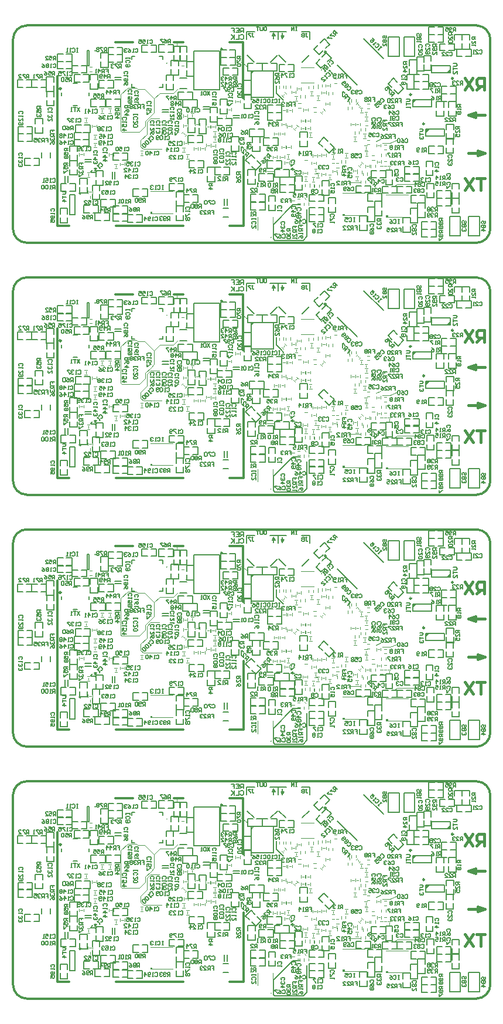
<source format=gbo>
G04*
G04 #@! TF.GenerationSoftware,Altium Limited,Altium Designer,19.1.6 (110)*
G04*
G04 Layer_Color=32896*
%FSLAX44Y44*%
%MOMM*%
G71*
G01*
G75*
%ADD11C,0.3090*%
%ADD12C,0.2000*%
%ADD13C,0.3000*%
%ADD54C,0.1500*%
%ADD55C,0.1000*%
%ADD56C,0.4000*%
%ADD59C,0.2500*%
%ADD125C,0.2540*%
%ADD126C,0.1270*%
G36*
X632030Y1336270D02*
X626420Y1336270D01*
X632030Y1341880D01*
Y1336270D01*
D02*
G37*
G36*
X577910Y1291680D02*
Y1297290D01*
X583520D01*
X577910Y1291680D01*
D02*
G37*
G36*
X596970Y1249320D02*
Y1254930D01*
X602580D01*
X596970Y1249320D01*
D02*
G37*
G36*
X200750Y1133600D02*
X198750Y1133600D01*
X198750Y1135600D01*
X200750D01*
Y1133600D01*
D02*
G37*
G36*
X478750Y1132850D02*
Y1130850D01*
X476750D01*
Y1132850D01*
X478750Y1132850D01*
D02*
G37*
G36*
X541250Y1128600D02*
X539250D01*
Y1130600D01*
X541250D01*
Y1128600D01*
D02*
G37*
G36*
X632030Y972570D02*
X626420Y972570D01*
X632030Y978180D01*
Y972570D01*
D02*
G37*
G36*
X577910Y927980D02*
Y933590D01*
X583520D01*
X577910Y927980D01*
D02*
G37*
G36*
X596970Y885620D02*
Y891230D01*
X602580D01*
X596970Y885620D01*
D02*
G37*
G36*
X200750Y769900D02*
X198750Y769900D01*
X198750Y771900D01*
X200750D01*
Y769900D01*
D02*
G37*
G36*
X478750Y769150D02*
Y767150D01*
X476750D01*
Y769150D01*
X478750Y769150D01*
D02*
G37*
G36*
X541250Y764900D02*
X539250D01*
Y766900D01*
X541250D01*
Y764900D01*
D02*
G37*
G36*
X632030Y608870D02*
X626420Y608870D01*
X632030Y614480D01*
Y608870D01*
D02*
G37*
G36*
X577910Y564280D02*
Y569890D01*
X583520D01*
X577910Y564280D01*
D02*
G37*
G36*
X596970Y521920D02*
Y527530D01*
X602580D01*
X596970Y521920D01*
D02*
G37*
G36*
X200750Y406200D02*
X198750Y406200D01*
X198750Y408200D01*
X200750D01*
Y406200D01*
D02*
G37*
G36*
X478750Y405450D02*
Y403450D01*
X476750D01*
Y405450D01*
X478750Y405450D01*
D02*
G37*
G36*
X541250Y401200D02*
X539250D01*
Y403200D01*
X541250D01*
Y401200D01*
D02*
G37*
G36*
X632030Y245170D02*
X626420Y245170D01*
X632030Y250780D01*
Y245170D01*
D02*
G37*
G36*
X577910Y200580D02*
Y206190D01*
X583520D01*
X577910Y200580D01*
D02*
G37*
G36*
X596970Y158220D02*
Y163830D01*
X602580D01*
X596970Y158220D01*
D02*
G37*
G36*
X200750Y42500D02*
X198750Y42500D01*
X198750Y44500D01*
X200750D01*
Y42500D01*
D02*
G37*
G36*
X478750Y41750D02*
Y39750D01*
X476750D01*
Y41750D01*
X478750Y41750D01*
D02*
G37*
G36*
X541250Y37500D02*
X539250D01*
Y39500D01*
X541250D01*
Y37500D01*
D02*
G37*
D11*
X69250Y222500D02*
G03*
X69250Y222500I-1000J0D01*
G01*
Y586200D02*
G03*
X69250Y586200I-1000J0D01*
G01*
Y949900D02*
G03*
X69250Y949900I-1000J0D01*
G01*
Y1313600D02*
G03*
X69250Y1313600I-1000J0D01*
G01*
D12*
X222309Y259350D02*
G03*
X222309Y259350I-559J0D01*
G01*
X446309Y250000D02*
G03*
X446309Y250000I-559J0D01*
G01*
X373059Y8000D02*
G03*
X373059Y8000I-559J0D01*
G01*
X372250Y261000D02*
X382250Y271000D01*
X338250Y271000D02*
X348250Y261000D01*
X337250Y305000D02*
X349250D01*
X337250Y294000D02*
Y305000D01*
X383250Y294000D02*
Y305000D01*
X371250D02*
X383250D01*
X418250Y261000D02*
X428250Y271000D01*
X384250Y271000D02*
X394250Y261000D01*
X383250Y305000D02*
X395250D01*
X383250Y294000D02*
Y305000D01*
X429250Y294000D02*
Y305000D01*
X417250D02*
X429250D01*
X507200Y294484D02*
X535484Y266200D01*
X469016Y256300D02*
X497300Y228016D01*
X107250Y277500D02*
X110250D01*
X107250Y255500D02*
X110250D01*
Y277500D01*
X107250Y255500D02*
Y277500D01*
X211750Y224600D02*
X216250D01*
Y229100D01*
X171750Y224600D02*
X176250D01*
X171750D02*
Y229100D01*
Y264600D02*
Y269100D01*
X176250D01*
X211750D02*
X216250D01*
Y264600D02*
Y269100D01*
X328668Y299291D02*
X329751Y300374D01*
X331917D01*
X333000Y299291D01*
Y294959D01*
X331917Y293876D01*
X329751D01*
X328668Y294959D01*
X326502Y300374D02*
Y293876D01*
X322170D01*
X320004Y300374D02*
Y293876D01*
Y296042D01*
X315672Y300374D01*
X318921Y297125D01*
X315672Y293876D01*
X333000Y303500D02*
Y309998D01*
X329751D01*
X328668Y308915D01*
Y306749D01*
X329751Y305666D01*
X333000D01*
X330834D02*
X328668Y303500D01*
X322170Y309998D02*
X326502D01*
Y303500D01*
X322170D01*
X326502Y306749D02*
X324336D01*
X315672Y309998D02*
X320004D01*
Y306749D01*
X317838D01*
X320004D01*
Y303500D01*
X222309Y623050D02*
G03*
X222309Y623050I-559J0D01*
G01*
X446309Y613700D02*
G03*
X446309Y613700I-559J0D01*
G01*
X373059Y371700D02*
G03*
X373059Y371700I-559J0D01*
G01*
X372250Y624700D02*
X382250Y634700D01*
X338250Y634700D02*
X348250Y624700D01*
X337250Y668700D02*
X349250D01*
X337250Y657700D02*
Y668700D01*
X383250Y657700D02*
Y668700D01*
X371250D02*
X383250D01*
X418250Y624700D02*
X428250Y634700D01*
X384250Y634700D02*
X394250Y624700D01*
X383250Y668700D02*
X395250D01*
X383250Y657700D02*
Y668700D01*
X429250Y657700D02*
Y668700D01*
X417250D02*
X429250D01*
X507200Y658184D02*
X535484Y629900D01*
X469016Y620000D02*
X497300Y591716D01*
X107250Y641200D02*
X110250D01*
X107250Y619200D02*
X110250D01*
Y641200D01*
X107250Y619200D02*
Y641200D01*
X211750Y588300D02*
X216250D01*
Y592800D01*
X171750Y588300D02*
X176250D01*
X171750D02*
Y592800D01*
Y628300D02*
Y632800D01*
X176250D01*
X211750D02*
X216250D01*
Y628300D02*
Y632800D01*
X328668Y662991D02*
X329751Y664074D01*
X331917D01*
X333000Y662991D01*
Y658659D01*
X331917Y657576D01*
X329751D01*
X328668Y658659D01*
X326502Y664074D02*
Y657576D01*
X322170D01*
X320004Y664074D02*
Y657576D01*
Y659742D01*
X315672Y664074D01*
X318921Y660825D01*
X315672Y657576D01*
X333000Y667200D02*
Y673698D01*
X329751D01*
X328668Y672615D01*
Y670449D01*
X329751Y669366D01*
X333000D01*
X330834D02*
X328668Y667200D01*
X322170Y673698D02*
X326502D01*
Y667200D01*
X322170D01*
X326502Y670449D02*
X324336D01*
X315672Y673698D02*
X320004D01*
Y670449D01*
X317838D01*
X320004D01*
Y667200D01*
X222309Y986750D02*
G03*
X222309Y986750I-559J0D01*
G01*
X446309Y977400D02*
G03*
X446309Y977400I-559J0D01*
G01*
X373059Y735400D02*
G03*
X373059Y735400I-559J0D01*
G01*
X372250Y988400D02*
X382250Y998400D01*
X338250Y998400D02*
X348250Y988400D01*
X337250Y1032400D02*
X349250D01*
X337250Y1021400D02*
Y1032400D01*
X383250Y1021400D02*
Y1032400D01*
X371250D02*
X383250D01*
X418250Y988400D02*
X428250Y998400D01*
X384250Y998400D02*
X394250Y988400D01*
X383250Y1032400D02*
X395250D01*
X383250Y1021400D02*
Y1032400D01*
X429250Y1021400D02*
Y1032400D01*
X417250D02*
X429250D01*
X507200Y1021884D02*
X535484Y993600D01*
X469016Y983700D02*
X497300Y955416D01*
X107250Y1004900D02*
X110250D01*
X107250Y982900D02*
X110250D01*
Y1004900D01*
X107250Y982900D02*
Y1004900D01*
X211750Y952000D02*
X216250D01*
Y956500D01*
X171750Y952000D02*
X176250D01*
X171750D02*
Y956500D01*
Y992000D02*
Y996500D01*
X176250D01*
X211750D02*
X216250D01*
Y992000D02*
Y996500D01*
X328668Y1026691D02*
X329751Y1027774D01*
X331917D01*
X333000Y1026691D01*
Y1022359D01*
X331917Y1021276D01*
X329751D01*
X328668Y1022359D01*
X326502Y1027774D02*
Y1021276D01*
X322170D01*
X320004Y1027774D02*
Y1021276D01*
Y1023442D01*
X315672Y1027774D01*
X318921Y1024525D01*
X315672Y1021276D01*
X333000Y1030900D02*
Y1037398D01*
X329751D01*
X328668Y1036315D01*
Y1034149D01*
X329751Y1033066D01*
X333000D01*
X330834D02*
X328668Y1030900D01*
X322170Y1037398D02*
X326502D01*
Y1030900D01*
X322170D01*
X326502Y1034149D02*
X324336D01*
X315672Y1037398D02*
X320004D01*
Y1034149D01*
X317838D01*
X320004D01*
Y1030900D01*
X222309Y1350450D02*
G03*
X222309Y1350450I-559J0D01*
G01*
X446309Y1341100D02*
G03*
X446309Y1341100I-559J0D01*
G01*
X373059Y1099100D02*
G03*
X373059Y1099100I-559J0D01*
G01*
X372250Y1352100D02*
X382250Y1362100D01*
X338250Y1362100D02*
X348250Y1352100D01*
X337250Y1396100D02*
X349250D01*
X337250Y1385100D02*
Y1396100D01*
X383250Y1385100D02*
Y1396100D01*
X371250D02*
X383250D01*
X418250Y1352100D02*
X428250Y1362100D01*
X384250Y1362100D02*
X394250Y1352100D01*
X383250Y1396100D02*
X395250D01*
X383250Y1385100D02*
Y1396100D01*
X429250Y1385100D02*
Y1396100D01*
X417250D02*
X429250D01*
X507200Y1385584D02*
X535484Y1357300D01*
X469016Y1347400D02*
X497300Y1319116D01*
X107250Y1368600D02*
X110250D01*
X107250Y1346600D02*
X110250D01*
Y1368600D01*
X107250Y1346600D02*
Y1368600D01*
X211750Y1315700D02*
X216250D01*
Y1320200D01*
X171750Y1315700D02*
X176250D01*
X171750D02*
Y1320200D01*
Y1355700D02*
Y1360200D01*
X176250D01*
X211750D02*
X216250D01*
Y1355700D02*
Y1360200D01*
X328668Y1390391D02*
X329751Y1391474D01*
X331917D01*
X333000Y1390391D01*
Y1386059D01*
X331917Y1384976D01*
X329751D01*
X328668Y1386059D01*
X326502Y1391474D02*
Y1384976D01*
X322170D01*
X320004Y1391474D02*
Y1384976D01*
Y1387142D01*
X315672Y1391474D01*
X318921Y1388225D01*
X315672Y1384976D01*
X333000Y1394600D02*
Y1401098D01*
X329751D01*
X328668Y1400015D01*
Y1397849D01*
X329751Y1396766D01*
X333000D01*
X330834D02*
X328668Y1394600D01*
X322170Y1401098D02*
X326502D01*
Y1394600D01*
X322170D01*
X326502Y1397849D02*
X324336D01*
X315672Y1401098D02*
X320004D01*
Y1397849D01*
X317838D01*
X320004D01*
Y1394600D01*
D13*
X690050Y293700D02*
G03*
X670050Y313700I-20000J0D01*
G01*
Y0D02*
G03*
X690050Y20000I0J20000D01*
G01*
X0D02*
G03*
X20000Y0I20000J0D01*
G01*
Y313700D02*
G03*
X0Y293700I0J-20000D01*
G01*
X690000Y19950D02*
Y293750D01*
X148560Y24250D02*
X246230D01*
X148270Y289250D02*
X173000D01*
X233000D02*
X246230D01*
X332500Y209000D02*
Y289050D01*
X313270Y289250D02*
X332500D01*
X313270Y24250D02*
X332500D01*
X64000D02*
X81230D01*
X64000D02*
Y240000D01*
X333000Y24250D02*
Y124000D01*
X20000Y313700D02*
X670050D01*
X50Y19950D02*
Y293750D01*
X20000Y0D02*
X670050D01*
X690050Y657400D02*
G03*
X670050Y677400I-20000J0D01*
G01*
Y363700D02*
G03*
X690050Y383700I0J20000D01*
G01*
X0D02*
G03*
X20000Y363700I20000J0D01*
G01*
Y677400D02*
G03*
X0Y657400I0J-20000D01*
G01*
X690000Y383650D02*
Y657450D01*
X148560Y387950D02*
X246230D01*
X148270Y652950D02*
X173000D01*
X233000D02*
X246230D01*
X332500Y572700D02*
Y652750D01*
X313270Y652950D02*
X332500D01*
X313270Y387950D02*
X332500D01*
X64000D02*
X81230D01*
X64000D02*
Y603700D01*
X333000Y387950D02*
Y487700D01*
X20000Y677400D02*
X670050D01*
X50Y383650D02*
Y657450D01*
X20000Y363700D02*
X670050D01*
X690050Y1021100D02*
G03*
X670050Y1041100I-20000J0D01*
G01*
Y727400D02*
G03*
X690050Y747400I0J20000D01*
G01*
X0D02*
G03*
X20000Y727400I20000J0D01*
G01*
Y1041100D02*
G03*
X0Y1021100I0J-20000D01*
G01*
X690000Y747350D02*
Y1021151D01*
X148560Y751650D02*
X246230D01*
X148270Y1016650D02*
X173000D01*
X233000D02*
X246230D01*
X332500Y936400D02*
Y1016450D01*
X313270Y1016650D02*
X332500D01*
X313270Y751650D02*
X332500D01*
X64000D02*
X81230D01*
X64000D02*
Y967400D01*
X333000Y751650D02*
Y851400D01*
X20000Y1041100D02*
X670050D01*
X50Y747350D02*
Y1021151D01*
X20000Y727400D02*
X670050D01*
X690050Y1384800D02*
G03*
X670050Y1404800I-20000J0D01*
G01*
Y1091100D02*
G03*
X690050Y1111100I0J20000D01*
G01*
X0D02*
G03*
X20000Y1091100I20000J0D01*
G01*
Y1404800D02*
G03*
X0Y1384800I0J-20000D01*
G01*
X690000Y1111050D02*
Y1384851D01*
X148560Y1115350D02*
X246230D01*
X148270Y1380350D02*
X173000D01*
X233000D02*
X246230D01*
X332500Y1300100D02*
Y1380150D01*
X313270Y1380350D02*
X332500D01*
X313270Y1115350D02*
X332500D01*
X64000D02*
X81230D01*
X64000D02*
Y1331100D01*
X333000Y1115350D02*
Y1215100D01*
X20000Y1404800D02*
X670050D01*
X50Y1111050D02*
Y1384851D01*
X20000Y1091100D02*
X670050D01*
D54*
X250750Y241250D02*
G03*
X250750Y241250I-500J0D01*
G01*
X241250Y238250D02*
X251250D01*
X241250Y222250D02*
X251250D01*
X565500Y269000D02*
Y297000D01*
Y269000D02*
X581000D01*
Y297000D01*
X565500D02*
X581000D01*
X542750D02*
X558250D01*
Y269000D02*
Y297000D01*
X542750Y269000D02*
X558250D01*
X542750D02*
Y297000D01*
X631500Y10000D02*
Y38000D01*
Y10000D02*
X647000D01*
Y38000D01*
X631500D02*
X647000D01*
X658750Y37940D02*
X674250D01*
Y9940D02*
Y37940D01*
X658750Y9940D02*
X674250D01*
X658750D02*
Y37940D01*
X404500Y54750D02*
X415500D01*
X425000Y39500D02*
Y48250D01*
X376250Y6000D02*
X378500Y3750D01*
X389500Y294750D02*
Y302750D01*
X387375Y299000D02*
X389500Y294750D01*
X391625Y299000D01*
X387375D02*
X391625D01*
X388750Y298000D02*
X390500D01*
X375750Y299500D02*
X377500D01*
X374625Y298500D02*
X378875D01*
X374625D02*
X376750Y302750D01*
X378875Y298500D01*
X376750Y294750D02*
Y302750D01*
X344000Y248250D02*
X376250D01*
X344000Y210250D02*
Y248250D01*
Y210250D02*
X376250D01*
Y248250D01*
X344000Y244750D02*
X347500Y248250D01*
X87250Y230500D02*
X93250D01*
X70250Y212500D02*
Y216500D01*
X87250Y198500D02*
X93250D01*
X110250Y212500D02*
Y216500D01*
X261500Y220750D02*
Y276750D01*
Y220750D02*
X298500D01*
Y276750D01*
X261500D02*
X298500D01*
X380750Y216000D02*
Y227250D01*
Y216000D02*
X387500Y209250D01*
X391250Y205500D01*
X425000Y9000D02*
Y39500D01*
X376250Y26500D02*
X404500Y54750D01*
X376250Y6000D02*
Y26500D01*
X419750Y3750D02*
X425000Y9000D01*
X378500Y3750D02*
X419750D01*
X363751Y311748D02*
X365584D01*
X366500Y310832D01*
Y307166D01*
X365584Y306250D01*
X363751D01*
X362835Y307166D01*
Y310832D01*
X363751Y311748D01*
X361002D02*
Y307166D01*
X360085Y306250D01*
X358253D01*
X357336Y307166D01*
Y311748D01*
X355504D02*
X351838D01*
X353671D01*
Y306250D01*
X410750Y311748D02*
X408917D01*
X409834D01*
Y306250D01*
X410750D01*
X408917D01*
X406168D02*
Y311748D01*
X402503Y306250D01*
Y311748D01*
X174252Y186250D02*
Y184417D01*
Y185334D01*
X179750D01*
Y186250D01*
Y184417D01*
X175168Y178003D02*
X174252Y178919D01*
Y180752D01*
X175168Y181668D01*
X178834D01*
X179750Y180752D01*
Y178919D01*
X178834Y178003D01*
X179750Y172505D02*
Y176170D01*
X176085Y172505D01*
X175168D01*
X174252Y173421D01*
Y175254D01*
X175168Y176170D01*
Y170672D02*
X174252Y169755D01*
Y167923D01*
X175168Y167006D01*
X178834D01*
X179750Y167923D01*
Y169755D01*
X178834Y170672D01*
X175168D01*
X42500Y237750D02*
Y243248D01*
X39751D01*
X38835Y242332D01*
Y240499D01*
X39751Y239583D01*
X42500D01*
X40667D02*
X38835Y237750D01*
X37002Y243248D02*
X33336D01*
Y242332D01*
X37002Y238666D01*
Y237750D01*
X31504D02*
X29671D01*
X30587D01*
Y243248D01*
X31504Y242332D01*
X353000Y73000D02*
Y78498D01*
X350251D01*
X349335Y77582D01*
Y75749D01*
X350251Y74833D01*
X353000D01*
X351167D02*
X349335Y73000D01*
X343836D02*
X347502D01*
X343836Y76666D01*
Y77582D01*
X344753Y78498D01*
X346585D01*
X347502Y77582D01*
X351000Y39000D02*
Y44498D01*
X348251D01*
X347335Y43582D01*
Y41749D01*
X348251Y40833D01*
X351000D01*
X349167D02*
X347335Y39000D01*
X345502D02*
X343669D01*
X344585D01*
Y44498D01*
X345502Y43582D01*
X383668Y49585D02*
X382752Y50501D01*
Y52334D01*
X383668Y53250D01*
X387334D01*
X388250Y52334D01*
Y50501D01*
X387334Y49585D01*
X388250Y47752D02*
Y45919D01*
Y46835D01*
X382752D01*
X383668Y47752D01*
X678418Y27585D02*
X677502Y28501D01*
Y30334D01*
X678418Y31250D01*
X679335D01*
X680251Y30334D01*
Y28501D01*
X681167Y27585D01*
X682084D01*
X683000Y28501D01*
Y30334D01*
X682084Y31250D01*
X677502Y25752D02*
X683000D01*
Y23003D01*
X682084Y22086D01*
X681167D01*
X680251Y23003D01*
Y25752D01*
Y23003D01*
X679335Y22086D01*
X678418D01*
X677502Y23003D01*
Y25752D01*
X683000Y17505D02*
X677502D01*
X680251Y20254D01*
Y16588D01*
X650418Y28085D02*
X649502Y29001D01*
Y30834D01*
X650418Y31750D01*
X651335D01*
X652251Y30834D01*
Y29001D01*
X653167Y28085D01*
X654084D01*
X655000Y29001D01*
Y30834D01*
X654084Y31750D01*
X649502Y26252D02*
X655000D01*
Y23503D01*
X654084Y22586D01*
X653167D01*
X652251Y23503D01*
Y26252D01*
Y23503D01*
X651335Y22586D01*
X650418D01*
X649502Y23503D01*
Y26252D01*
X650418Y20754D02*
X649502Y19837D01*
Y18004D01*
X650418Y17088D01*
X651335D01*
X652251Y18004D01*
Y18921D01*
Y18004D01*
X653167Y17088D01*
X654084D01*
X655000Y18004D01*
Y19837D01*
X654084Y20754D01*
X535668Y295085D02*
X534752Y296001D01*
Y297834D01*
X535668Y298750D01*
X536585D01*
X537501Y297834D01*
Y296001D01*
X538417Y295085D01*
X539334D01*
X540250Y296001D01*
Y297834D01*
X539334Y298750D01*
X534752Y293252D02*
X540250D01*
Y290503D01*
X539334Y289586D01*
X538417D01*
X537501Y290503D01*
Y293252D01*
Y290503D01*
X536585Y289586D01*
X535668D01*
X534752Y290503D01*
Y293252D01*
X540250Y284088D02*
Y287754D01*
X536585Y284088D01*
X535668D01*
X534752Y285005D01*
Y286837D01*
X535668Y287754D01*
X585168Y298335D02*
X584252Y299251D01*
Y301084D01*
X585168Y302000D01*
X586085D01*
X587001Y301084D01*
Y299251D01*
X587917Y298335D01*
X588834D01*
X589750Y299251D01*
Y301084D01*
X588834Y302000D01*
X584252Y296502D02*
X589750D01*
Y293753D01*
X588834Y292836D01*
X587917D01*
X587001Y293753D01*
Y296502D01*
Y293753D01*
X586085Y292836D01*
X585168D01*
X584252Y293753D01*
Y296502D01*
X589750Y291004D02*
Y289171D01*
Y290087D01*
X584252D01*
X585168Y291004D01*
X135250Y276250D02*
Y281748D01*
X132501D01*
X131585Y280832D01*
Y278999D01*
X132501Y278083D01*
X135250D01*
X133417D02*
X131585Y276250D01*
X129752Y281748D02*
X126086D01*
Y280832D01*
X129752Y277166D01*
Y276250D01*
X124254Y280832D02*
X123337Y281748D01*
X121504D01*
X120588Y280832D01*
Y279916D01*
X121504Y278999D01*
X120588Y278083D01*
Y277166D01*
X121504Y276250D01*
X123337D01*
X124254Y277166D01*
Y278083D01*
X123337Y278999D01*
X124254Y279916D01*
Y280832D01*
X123337Y278999D02*
X121504D01*
X57835Y257582D02*
X58751Y258498D01*
X60584D01*
X61500Y257582D01*
Y253916D01*
X60584Y253000D01*
X58751D01*
X57835Y253916D01*
X56002Y253000D02*
X54169D01*
X55085D01*
Y258498D01*
X56002Y257582D01*
X51420D02*
X50504Y258498D01*
X48671D01*
X47755Y257582D01*
Y256665D01*
X48671Y255749D01*
X47755Y254833D01*
Y253916D01*
X48671Y253000D01*
X50504D01*
X51420Y253916D01*
Y254833D01*
X50504Y255749D01*
X51420Y256665D01*
Y257582D01*
X50504Y255749D02*
X48671D01*
X42256Y258498D02*
X44089Y257582D01*
X45922Y255749D01*
Y253916D01*
X45005Y253000D01*
X43173D01*
X42256Y253916D01*
Y254833D01*
X43173Y255749D01*
X45922D01*
X191250Y58750D02*
Y64248D01*
X188501D01*
X187585Y63332D01*
Y61499D01*
X188501Y60583D01*
X191250D01*
X189417D02*
X187585Y58750D01*
X185752Y59666D02*
X184835Y58750D01*
X183003D01*
X182086Y59666D01*
Y63332D01*
X183003Y64248D01*
X184835D01*
X185752Y63332D01*
Y62415D01*
X184835Y61499D01*
X182086D01*
X180254Y63332D02*
X179337Y64248D01*
X177505D01*
X176588Y63332D01*
Y59666D01*
X177505Y58750D01*
X179337D01*
X180254Y59666D01*
Y63332D01*
X71502Y73500D02*
X75167D01*
X77000Y71667D01*
X75167Y69835D01*
X71502D01*
Y68002D02*
Y64336D01*
Y66169D01*
X77000D01*
Y59755D02*
X71502D01*
X74251Y62504D01*
Y58838D01*
X40250Y197000D02*
X34752D01*
Y194251D01*
X35668Y193335D01*
X37501D01*
X38417Y194251D01*
Y197000D01*
Y195167D02*
X40250Y193335D01*
X34752Y187836D02*
Y191502D01*
X37501D01*
X36585Y189669D01*
Y188753D01*
X37501Y187836D01*
X39334D01*
X40250Y188753D01*
Y190585D01*
X39334Y191502D01*
X35668Y186004D02*
X34752Y185087D01*
Y183255D01*
X35668Y182338D01*
X36585D01*
X37501Y183255D01*
Y184171D01*
Y183255D01*
X38417Y182338D01*
X39334D01*
X40250Y183255D01*
Y185087D01*
X39334Y186004D01*
X47084Y150998D02*
X50750D01*
Y148249D01*
X48917D01*
X50750D01*
Y145500D01*
X45252D02*
Y150998D01*
X42503D01*
X41586Y150082D01*
Y148249D01*
X42503Y147333D01*
X45252D01*
X43419D02*
X41586Y145500D01*
X39754Y150082D02*
X38837Y150998D01*
X37004D01*
X36088Y150082D01*
Y149165D01*
X37004Y148249D01*
X37921D01*
X37004D01*
X36088Y147333D01*
Y146416D01*
X37004Y145500D01*
X38837D01*
X39754Y146416D01*
X30590Y150998D02*
X34255D01*
Y148249D01*
X32423Y149165D01*
X31506D01*
X30590Y148249D01*
Y146416D01*
X31506Y145500D01*
X33339D01*
X34255Y146416D01*
X9418Y185835D02*
X8502Y186751D01*
Y188584D01*
X9418Y189500D01*
X13084D01*
X14000Y188584D01*
Y186751D01*
X13084Y185835D01*
X14000Y184002D02*
Y182169D01*
Y183085D01*
X8502D01*
X9418Y184002D01*
X14000Y175755D02*
Y179420D01*
X10335Y175755D01*
X9418D01*
X8502Y176671D01*
Y178504D01*
X9418Y179420D01*
X13084Y173922D02*
X14000Y173005D01*
Y171173D01*
X13084Y170256D01*
X9418D01*
X8502Y171173D01*
Y173005D01*
X9418Y173922D01*
X10335D01*
X11251Y173005D01*
Y170256D01*
X170000Y57500D02*
Y62998D01*
X167251D01*
X166334Y62082D01*
Y60249D01*
X167251Y59333D01*
X170000D01*
X168167D02*
X166334Y57500D01*
X164502D02*
X162669D01*
X163585D01*
Y62998D01*
X164502Y62082D01*
X159920D02*
X159004Y62998D01*
X157171D01*
X156255Y62082D01*
Y58416D01*
X157171Y57500D01*
X159004D01*
X159920Y58416D01*
Y62082D01*
X154422Y57500D02*
X152589D01*
X153505D01*
Y62998D01*
X154422Y62082D01*
X272250Y50250D02*
Y55748D01*
X269501D01*
X268585Y54832D01*
Y52999D01*
X269501Y52083D01*
X272250D01*
X270417D02*
X268585Y50250D01*
X266752Y54832D02*
X265835Y55748D01*
X264003D01*
X263086Y54832D01*
Y53916D01*
X264003Y52999D01*
X263086Y52083D01*
Y51166D01*
X264003Y50250D01*
X265835D01*
X266752Y51166D01*
Y52083D01*
X265835Y52999D01*
X266752Y53916D01*
Y54832D01*
X265835Y52999D02*
X264003D01*
X261254Y54832D02*
X260337Y55748D01*
X258505D01*
X257588Y54832D01*
Y51166D01*
X258505Y50250D01*
X260337D01*
X261254Y51166D01*
Y54832D01*
X621250Y35250D02*
X615752D01*
Y32501D01*
X616668Y31584D01*
X618501D01*
X619417Y32501D01*
Y35250D01*
Y33417D02*
X621250Y31584D01*
X620334Y29752D02*
X621250Y28835D01*
Y27003D01*
X620334Y26086D01*
X616668D01*
X615752Y27003D01*
Y28835D01*
X616668Y29752D01*
X617584D01*
X618501Y28835D01*
Y26086D01*
X620334Y24254D02*
X621250Y23337D01*
Y21504D01*
X620334Y20588D01*
X616668D01*
X615752Y21504D01*
Y23337D01*
X616668Y24254D01*
X617584D01*
X618501Y23337D01*
Y20588D01*
X612500Y286750D02*
X607002D01*
Y284001D01*
X607918Y283085D01*
X609751D01*
X610667Y284001D01*
Y286750D01*
Y284917D02*
X612500Y283085D01*
X611584Y281252D02*
X612500Y280335D01*
Y278503D01*
X611584Y277586D01*
X607918D01*
X607002Y278503D01*
Y280335D01*
X607918Y281252D01*
X608834D01*
X609751Y280335D01*
Y277586D01*
X612500Y272088D02*
Y275754D01*
X608834Y272088D01*
X607918D01*
X607002Y273004D01*
Y274837D01*
X607918Y275754D01*
X468750Y302250D02*
X464862Y306138D01*
X462918Y304194D01*
X462918Y302898D01*
X464214Y301602D01*
X465510Y301602D01*
X467454Y303546D01*
X466158Y302250D02*
Y299658D01*
X460974Y302250D02*
X458382Y299658D01*
X459030Y299010D01*
X464214D01*
X464862Y298362D01*
X457086D02*
X454495Y295770D01*
X455143Y295122D01*
X460326D01*
X460974Y294474D01*
X547750Y211750D02*
X551638Y215638D01*
X549694Y217582D01*
X548398Y217582D01*
X547102Y216286D01*
X547102Y214990D01*
X549046Y213046D01*
X547750Y214342D02*
X545158D01*
X547750Y219526D02*
X545158Y222118D01*
X544510Y221470D01*
Y216286D01*
X543862Y215638D01*
X541270Y226005D02*
X543862Y223414D01*
X541918Y221470D01*
X541270Y223414D01*
X540622Y224062D01*
X539326D01*
X538031Y222766D01*
Y221470D01*
X539326Y220174D01*
X540622D01*
X243000Y198250D02*
Y203748D01*
X240251D01*
X239335Y202832D01*
Y200999D01*
X240251Y200083D01*
X243000D01*
X241167D02*
X239335Y198250D01*
X234753D02*
Y203748D01*
X237502Y200999D01*
X233836D01*
X232004Y202832D02*
X231087Y203748D01*
X229254D01*
X228338Y202832D01*
Y201915D01*
X229254Y200999D01*
X228338Y200083D01*
Y199166D01*
X229254Y198250D01*
X231087D01*
X232004Y199166D01*
Y200083D01*
X231087Y200999D01*
X232004Y201915D01*
Y202832D01*
X231087Y200999D02*
X229254D01*
X236250Y206500D02*
Y211998D01*
X233501D01*
X232584Y211082D01*
Y209249D01*
X233501Y208333D01*
X236250D01*
X234417D02*
X232584Y206500D01*
X228003D02*
Y211998D01*
X230752Y209249D01*
X227086D01*
X225254Y211998D02*
X221588D01*
Y211082D01*
X225254Y207416D01*
Y206500D01*
X423084Y302248D02*
X424917D01*
X424001D01*
Y297666D01*
X424917Y296750D01*
X425834D01*
X426750Y297666D01*
X421252Y301332D02*
X420335Y302248D01*
X418503D01*
X417586Y301332D01*
Y300415D01*
X418503Y299499D01*
X417586Y298583D01*
Y297666D01*
X418503Y296750D01*
X420335D01*
X421252Y297666D01*
Y298583D01*
X420335Y299499D01*
X421252Y300415D01*
Y301332D01*
X420335Y299499D02*
X418503D01*
X345335Y302248D02*
X347167D01*
X346251D01*
Y297666D01*
X347167Y296750D01*
X348084D01*
X349000Y297666D01*
X343502Y302248D02*
X339836D01*
Y301332D01*
X343502Y297666D01*
Y296750D01*
X217250Y82748D02*
X215417D01*
X216334D01*
Y77250D01*
X217250D01*
X215417D01*
X209003Y81832D02*
X209919Y82748D01*
X211752D01*
X212668Y81832D01*
Y78166D01*
X211752Y77250D01*
X209919D01*
X209003Y78166D01*
X207170Y77250D02*
X205337D01*
X206254D01*
Y82748D01*
X207170Y81832D01*
X202588D02*
X201672Y82748D01*
X199839D01*
X198923Y81832D01*
Y80915D01*
X199839Y79999D01*
X200755D01*
X199839D01*
X198923Y79083D01*
Y78166D01*
X199839Y77250D01*
X201672D01*
X202588Y78166D01*
X532888Y282138D02*
X531592Y283434D01*
X532240Y282786D01*
X528352Y278898D01*
X529000Y278250D01*
X527704Y279546D01*
X526408Y287322D02*
X527704Y287322D01*
X529000Y286026D01*
X529000Y284730D01*
X526408Y282138D01*
X525112D01*
X523816Y283434D01*
Y284730D01*
X521872Y285378D02*
X520576Y286674D01*
X521224Y286026D01*
X525112Y289914D01*
X525112Y288618D01*
X519928Y295097D02*
X522520Y292505D01*
X520576Y290562D01*
X519928Y292505D01*
X519281Y293153D01*
X517985D01*
X516689Y291857D01*
Y290562D01*
X517985Y289265D01*
X519281D01*
X150585Y220498D02*
X154250D01*
Y217749D01*
X152417D01*
X154250D01*
Y215000D01*
X148752D02*
Y220498D01*
X146003D01*
X145086Y219582D01*
Y217749D01*
X146003Y216833D01*
X148752D01*
X146919D02*
X145086Y215000D01*
X140505D02*
Y220498D01*
X143254Y217749D01*
X139588D01*
X135006Y215000D02*
Y220498D01*
X137755Y217749D01*
X134090D01*
X95752Y111834D02*
Y115500D01*
X98501D01*
Y113667D01*
Y115500D01*
X101250D01*
Y110002D02*
X95752D01*
Y107253D01*
X96668Y106336D01*
X98501D01*
X99417Y107253D01*
Y110002D01*
Y108169D02*
X101250Y106336D01*
X96668Y104504D02*
X95752Y103587D01*
Y101755D01*
X96668Y100838D01*
X97584D01*
X98501Y101755D01*
Y102671D01*
Y101755D01*
X99417Y100838D01*
X100334D01*
X101250Y101755D01*
Y103587D01*
X100334Y104504D01*
X95752Y99005D02*
Y95340D01*
X96668D01*
X100334Y99005D01*
X101250D01*
X54252Y159085D02*
Y162750D01*
X57001D01*
Y160917D01*
Y162750D01*
X59750D01*
Y157252D02*
X54252D01*
Y154503D01*
X55168Y153586D01*
X57001D01*
X57917Y154503D01*
Y157252D01*
Y155419D02*
X59750Y153586D01*
X55168Y151754D02*
X54252Y150837D01*
Y149004D01*
X55168Y148088D01*
X56084D01*
X57001Y149004D01*
Y149921D01*
Y149004D01*
X57917Y148088D01*
X58834D01*
X59750Y149004D01*
Y150837D01*
X58834Y151754D01*
X54252Y142590D02*
X55168Y144423D01*
X57001Y146255D01*
X58834D01*
X59750Y145339D01*
Y143506D01*
X58834Y142590D01*
X57917D01*
X57001Y143506D01*
Y146255D01*
X161168Y243585D02*
X160252Y244501D01*
Y246334D01*
X161168Y247250D01*
X164834D01*
X165750Y246334D01*
Y244501D01*
X164834Y243585D01*
X165750Y241752D02*
Y239919D01*
Y240835D01*
X160252D01*
X161168Y241752D01*
X164834Y237170D02*
X165750Y236254D01*
Y234421D01*
X164834Y233505D01*
X161168D01*
X160252Y234421D01*
Y236254D01*
X161168Y237170D01*
X162085D01*
X163001Y236254D01*
Y233505D01*
X160252Y228006D02*
X161168Y229839D01*
X163001Y231672D01*
X164834D01*
X165750Y230755D01*
Y228923D01*
X164834Y228006D01*
X163917D01*
X163001Y228923D01*
Y231672D01*
X242085Y93082D02*
X243001Y93998D01*
X244834D01*
X245750Y93082D01*
Y89416D01*
X244834Y88500D01*
X243001D01*
X242085Y89416D01*
X240252Y88500D02*
X238419D01*
X239335D01*
Y93998D01*
X240252Y93082D01*
X235670Y93998D02*
X232005D01*
Y93082D01*
X235670Y89416D01*
Y88500D01*
X230172Y89416D02*
X229255Y88500D01*
X227423D01*
X226506Y89416D01*
Y93082D01*
X227423Y93998D01*
X229255D01*
X230172Y93082D01*
Y92165D01*
X229255Y91249D01*
X226506D01*
X250668Y48085D02*
X249752Y49001D01*
Y50834D01*
X250668Y51750D01*
X254334D01*
X255250Y50834D01*
Y49001D01*
X254334Y48085D01*
X255250Y46252D02*
Y44419D01*
Y45335D01*
X249752D01*
X250668Y46252D01*
X249752Y41670D02*
Y38005D01*
X250668D01*
X254334Y41670D01*
X255250D01*
X250668Y36172D02*
X249752Y35255D01*
Y33423D01*
X250668Y32506D01*
X251585D01*
X252501Y33423D01*
X253417Y32506D01*
X254334D01*
X255250Y33423D01*
Y35255D01*
X254334Y36172D01*
X253417D01*
X252501Y35255D01*
X251585Y36172D01*
X250668D01*
X252501Y35255D02*
Y33423D01*
X457668Y260398D02*
X457668Y261694D01*
X458964Y262990D01*
X460260Y262990D01*
X462852Y260398D01*
Y259102D01*
X461556Y257806D01*
X460260D01*
X459612Y255862D02*
X458316Y254566D01*
X458964Y255214D01*
X455076Y259102D01*
X456372Y259102D01*
X453133Y255862D02*
X451837Y255862D01*
X450541Y254566D01*
X450541Y253270D01*
X451189Y252622D01*
X452485D01*
Y251326D01*
X453133Y250678D01*
X454428D01*
X455724Y251974D01*
Y253270D01*
X455076Y253918D01*
X453780Y253918D01*
Y255214D01*
X453133Y255862D01*
X453780Y253918D02*
X452485Y252622D01*
Y248734D02*
X451189Y247439D01*
X451837Y248086D01*
X447949Y251974D01*
X449245D01*
X143835Y74582D02*
X144751Y75498D01*
X146584D01*
X147500Y74582D01*
Y70916D01*
X146584Y70000D01*
X144751D01*
X143835Y70916D01*
X142002Y70000D02*
X140169D01*
X141085D01*
Y75498D01*
X142002Y74582D01*
X133755Y75498D02*
X137420D01*
Y72749D01*
X135587Y73665D01*
X134671D01*
X133755Y72749D01*
Y70916D01*
X134671Y70000D01*
X136504D01*
X137420Y70916D01*
X131922Y74582D02*
X131005Y75498D01*
X129173D01*
X128256Y74582D01*
Y73665D01*
X129173Y72749D01*
X130089D01*
X129173D01*
X128256Y71833D01*
Y70916D01*
X129173Y70000D01*
X131005D01*
X131922Y70916D01*
X118835Y60332D02*
X119751Y61248D01*
X121584D01*
X122500Y60332D01*
Y56666D01*
X121584Y55750D01*
X119751D01*
X118835Y56666D01*
X117002Y55750D02*
X115169D01*
X116085D01*
Y61248D01*
X117002Y60332D01*
X108755Y61248D02*
X112420D01*
Y58499D01*
X110587Y59415D01*
X109671D01*
X108755Y58499D01*
Y56666D01*
X109671Y55750D01*
X111504D01*
X112420Y56666D01*
X103256Y55750D02*
X106922D01*
X103256Y59415D01*
Y60332D01*
X104173Y61248D01*
X106005D01*
X106922Y60332D01*
X57084Y91832D02*
X58001Y92748D01*
X59834D01*
X60750Y91832D01*
Y88166D01*
X59834Y87250D01*
X58001D01*
X57084Y88166D01*
X55252Y87250D02*
X53419D01*
X54335D01*
Y92748D01*
X55252Y91832D01*
X47004Y92748D02*
X50670D01*
Y89999D01*
X48837Y90915D01*
X47921D01*
X47004Y89999D01*
Y88166D01*
X47921Y87250D01*
X49754D01*
X50670Y88166D01*
X45172Y87250D02*
X43339D01*
X44255D01*
Y92748D01*
X45172Y91832D01*
X164085Y137082D02*
X165001Y137998D01*
X166834D01*
X167750Y137082D01*
Y133416D01*
X166834Y132500D01*
X165001D01*
X164085Y133416D01*
X162252Y132500D02*
X160419D01*
X161335D01*
Y137998D01*
X162252Y137082D01*
X154004Y137998D02*
X157670D01*
Y135249D01*
X155837Y136166D01*
X154921D01*
X154004Y135249D01*
Y133416D01*
X154921Y132500D01*
X156754D01*
X157670Y133416D01*
X152172Y137082D02*
X151255Y137998D01*
X149423D01*
X148506Y137082D01*
Y133416D01*
X149423Y132500D01*
X151255D01*
X152172Y133416D01*
Y137082D01*
X140085Y146082D02*
X141001Y146998D01*
X142834D01*
X143750Y146082D01*
Y142416D01*
X142834Y141500D01*
X141001D01*
X140085Y142416D01*
X138252Y141500D02*
X136419D01*
X137335D01*
Y146998D01*
X138252Y146082D01*
X130921Y141500D02*
Y146998D01*
X133670Y144249D01*
X130005D01*
X128172Y142416D02*
X127255Y141500D01*
X125423D01*
X124506Y142416D01*
Y146082D01*
X125423Y146998D01*
X127255D01*
X128172Y146082D01*
Y145166D01*
X127255Y144249D01*
X124506D01*
X82835Y156332D02*
X83751Y157248D01*
X85584D01*
X86500Y156332D01*
Y152666D01*
X85584Y151750D01*
X83751D01*
X82835Y152666D01*
X81002Y151750D02*
X79169D01*
X80085D01*
Y157248D01*
X81002Y156332D01*
X73671Y151750D02*
Y157248D01*
X76420Y154499D01*
X72755D01*
X70922Y156332D02*
X70005Y157248D01*
X68173D01*
X67256Y156332D01*
Y155415D01*
X68173Y154499D01*
X67256Y153583D01*
Y152666D01*
X68173Y151750D01*
X70005D01*
X70922Y152666D01*
Y153583D01*
X70005Y154499D01*
X70922Y155415D01*
Y156332D01*
X70005Y154499D02*
X68173D01*
X124418Y112898D02*
X124418Y114194D01*
X125714Y115490D01*
X127010Y115490D01*
X129602Y112898D01*
Y111602D01*
X128306Y110306D01*
X127010D01*
X126362Y108362D02*
X125066Y107066D01*
X125714Y107714D01*
X121826Y111602D01*
X123122Y111602D01*
X121178Y103178D02*
X117291Y107066D01*
X121178Y107066D01*
X118587Y104474D01*
X115347Y105122D02*
X112755Y102530D01*
X113403Y101882D01*
X118587D01*
X119235Y101235D01*
X83084Y146582D02*
X84001Y147498D01*
X85834D01*
X86750Y146582D01*
Y142916D01*
X85834Y142000D01*
X84001D01*
X83084Y142916D01*
X81252Y142000D02*
X79419D01*
X80335D01*
Y147498D01*
X81252Y146582D01*
X73921Y142000D02*
Y147498D01*
X76670Y144749D01*
X73004D01*
X67506Y147498D02*
X69339Y146582D01*
X71172Y144749D01*
Y142916D01*
X70255Y142000D01*
X68423D01*
X67506Y142916D01*
Y143833D01*
X68423Y144749D01*
X71172D01*
X140335Y155332D02*
X141251Y156248D01*
X143084D01*
X144000Y155332D01*
Y151666D01*
X143084Y150750D01*
X141251D01*
X140335Y151666D01*
X138502Y150750D02*
X136669D01*
X137585D01*
Y156248D01*
X138502Y155332D01*
X131171Y150750D02*
Y156248D01*
X133920Y153499D01*
X130254D01*
X124756Y156248D02*
X128422D01*
Y153499D01*
X126589Y154416D01*
X125673D01*
X124756Y153499D01*
Y151666D01*
X125673Y150750D01*
X127505D01*
X128422Y151666D01*
X131418Y133084D02*
X130502Y134001D01*
Y135834D01*
X131418Y136750D01*
X135084D01*
X136000Y135834D01*
Y134001D01*
X135084Y133084D01*
X136000Y131252D02*
Y129419D01*
Y130335D01*
X130502D01*
X131418Y131252D01*
X136000Y123921D02*
X130502D01*
X133251Y126670D01*
Y123005D01*
X136000Y118423D02*
X130502D01*
X133251Y121172D01*
Y117506D01*
X240585Y145332D02*
X241501Y146248D01*
X243334D01*
X244250Y145332D01*
Y141666D01*
X243334Y140750D01*
X241501D01*
X240585Y141666D01*
X238752Y140750D02*
X236919D01*
X237835D01*
Y146248D01*
X238752Y145332D01*
X230504Y140750D02*
X234170D01*
X230504Y144416D01*
Y145332D01*
X231421Y146248D01*
X233254D01*
X234170Y145332D01*
X225006Y146248D02*
X228672D01*
Y143499D01*
X226839Y144416D01*
X225923D01*
X225006Y143499D01*
Y141666D01*
X225923Y140750D01*
X227755D01*
X228672Y141666D01*
X270585Y105082D02*
X271501Y105998D01*
X273334D01*
X274250Y105082D01*
Y101416D01*
X273334Y100500D01*
X271501D01*
X270585Y101416D01*
X268752Y100500D02*
X266919D01*
X267835D01*
Y105998D01*
X268752Y105082D01*
X260504Y100500D02*
X264170D01*
X260504Y104165D01*
Y105082D01*
X261421Y105998D01*
X263254D01*
X264170Y105082D01*
X255923Y100500D02*
Y105998D01*
X258672Y103249D01*
X255006D01*
X308918Y127835D02*
X308002Y128751D01*
Y130584D01*
X308918Y131500D01*
X312584D01*
X313500Y130584D01*
Y128751D01*
X312584Y127835D01*
X313500Y126002D02*
Y124169D01*
Y125085D01*
X308002D01*
X308918Y126002D01*
X313500Y117754D02*
Y121420D01*
X309835Y117754D01*
X308918D01*
X308002Y118671D01*
Y120504D01*
X308918Y121420D01*
X313500Y112256D02*
Y115922D01*
X309835Y112256D01*
X308918D01*
X308002Y113173D01*
Y115005D01*
X308918Y115922D01*
X265835Y193082D02*
X266751Y193998D01*
X268584D01*
X269500Y193082D01*
Y189416D01*
X268584Y188500D01*
X266751D01*
X265835Y189416D01*
X264002Y188500D02*
X262169D01*
X263085D01*
Y193998D01*
X264002Y193082D01*
X259420Y188500D02*
X257587D01*
X258504D01*
Y193998D01*
X259420Y193082D01*
X254838D02*
X253922Y193998D01*
X252089D01*
X251173Y193082D01*
Y189416D01*
X252089Y188500D01*
X253922D01*
X254838Y189416D01*
Y193082D01*
X205085Y36582D02*
X206001Y37498D01*
X207834D01*
X208750Y36582D01*
Y32916D01*
X207834Y32000D01*
X206001D01*
X205085Y32916D01*
X203252Y32000D02*
X201419D01*
X202335D01*
Y37498D01*
X203252Y36582D01*
X198670Y32916D02*
X197754Y32000D01*
X195921D01*
X195005Y32916D01*
Y36582D01*
X195921Y37498D01*
X197754D01*
X198670Y36582D01*
Y35666D01*
X197754Y34749D01*
X195005D01*
X190423Y32000D02*
Y37498D01*
X193172Y34749D01*
X189506D01*
X556834Y129248D02*
X560500D01*
Y126499D01*
X558667D01*
X560500D01*
Y123750D01*
X555002D02*
Y129248D01*
X552253D01*
X551336Y128332D01*
Y126499D01*
X552253Y125583D01*
X555002D01*
X553169D02*
X551336Y123750D01*
X549504D02*
X547671D01*
X548587D01*
Y129248D01*
X549504Y128332D01*
X544922Y129248D02*
X541256D01*
Y128332D01*
X544922Y124666D01*
Y123750D01*
X522750Y81500D02*
X526638Y85388D01*
X524694Y87332D01*
X523398Y87332D01*
X522102Y86036D01*
X522102Y84740D01*
X524046Y82796D01*
X522750Y84092D02*
X520158D01*
X516270Y87980D02*
X518862Y85388D01*
Y90572D01*
X519510Y91220D01*
X520806Y91220D01*
X522102Y89924D01*
X522102Y88628D01*
X515622Y89924D02*
X514326D01*
X513031Y91220D01*
Y92515D01*
X515622Y95107D01*
X516918Y95107D01*
X518214Y93812D01*
X518214Y92515D01*
X517566Y91868D01*
X516270D01*
X514326Y93812D01*
X60500Y77500D02*
Y82998D01*
X57751D01*
X56835Y82082D01*
Y80249D01*
X57751Y79333D01*
X60500D01*
X58667D02*
X56835Y77500D01*
X55002D02*
X53169D01*
X54085D01*
Y82998D01*
X55002Y82082D01*
X50420D02*
X49504Y82998D01*
X47671D01*
X46754Y82082D01*
Y78416D01*
X47671Y77500D01*
X49504D01*
X50420Y78416D01*
Y82082D01*
X44922D02*
X44005Y82998D01*
X42173D01*
X41256Y82082D01*
Y78416D01*
X42173Y77500D01*
X44005D01*
X44922Y78416D01*
Y82082D01*
X183000Y45500D02*
Y50998D01*
X180251D01*
X179335Y50082D01*
Y48249D01*
X180251Y47333D01*
X183000D01*
X181167D02*
X179335Y45500D01*
X177502Y50082D02*
X176585Y50998D01*
X174753D01*
X173836Y50082D01*
Y49166D01*
X174753Y48249D01*
X173836Y47333D01*
Y46416D01*
X174753Y45500D01*
X176585D01*
X177502Y46416D01*
Y47333D01*
X176585Y48249D01*
X177502Y49166D01*
Y50082D01*
X176585Y48249D02*
X174753D01*
X168338Y50998D02*
X170171Y50082D01*
X172004Y48249D01*
Y46416D01*
X171087Y45500D01*
X169254D01*
X168338Y46416D01*
Y47333D01*
X169254Y48249D01*
X172004D01*
X668750Y297000D02*
X663252D01*
Y294251D01*
X664168Y293335D01*
X666001D01*
X666917Y294251D01*
Y297000D01*
Y295167D02*
X668750Y293335D01*
Y287836D02*
Y291502D01*
X665085Y287836D01*
X664168D01*
X663252Y288753D01*
Y290585D01*
X664168Y291502D01*
X668750Y286004D02*
Y284171D01*
Y285087D01*
X663252D01*
X664168Y286004D01*
X635500Y303500D02*
X630002D01*
Y300751D01*
X630918Y299835D01*
X632751D01*
X633667Y300751D01*
Y303500D01*
Y301667D02*
X635500Y299835D01*
Y294336D02*
Y298002D01*
X631835Y294336D01*
X630918D01*
X630002Y295253D01*
Y297085D01*
X630918Y298002D01*
Y292504D02*
X630002Y291587D01*
Y289755D01*
X630918Y288838D01*
X634584D01*
X635500Y289755D01*
Y291587D01*
X634584Y292504D01*
X630918D01*
X624500Y82750D02*
Y88248D01*
X621751D01*
X620835Y87332D01*
Y85499D01*
X621751Y84583D01*
X624500D01*
X622667D02*
X620835Y82750D01*
X619002D02*
X617169D01*
X618085D01*
Y88248D01*
X619002Y87332D01*
X610755Y88248D02*
X614420D01*
Y85499D01*
X612587Y86416D01*
X611671D01*
X610755Y85499D01*
Y83666D01*
X611671Y82750D01*
X613504D01*
X614420Y83666D01*
X624500Y91000D02*
Y96498D01*
X621751D01*
X620835Y95582D01*
Y93749D01*
X621751Y92833D01*
X624500D01*
X622667D02*
X620835Y91000D01*
X619002D02*
X617169D01*
X618085D01*
Y96498D01*
X619002Y95582D01*
X611671Y91000D02*
Y96498D01*
X614420Y93749D01*
X610755D01*
X631335Y274332D02*
X632251Y275248D01*
X634084D01*
X635000Y274332D01*
Y270666D01*
X634084Y269750D01*
X632251D01*
X631335Y270666D01*
X625836Y269750D02*
X629502D01*
X625836Y273416D01*
Y274332D01*
X626753Y275248D01*
X628585D01*
X629502Y274332D01*
X620338Y269750D02*
X624004D01*
X620338Y273416D01*
Y274332D01*
X621255Y275248D01*
X623087D01*
X624004Y274332D01*
X674334Y277582D02*
X675251Y278498D01*
X677084D01*
X678000Y277582D01*
Y273916D01*
X677084Y273000D01*
X675251D01*
X674334Y273916D01*
X668836Y273000D02*
X672502D01*
X668836Y276665D01*
Y277582D01*
X669753Y278498D01*
X671585D01*
X672502Y277582D01*
X667004Y273000D02*
X665171D01*
X666087D01*
Y278498D01*
X667004Y277582D01*
X627918Y83835D02*
X627002Y84751D01*
Y86584D01*
X627918Y87500D01*
X631584D01*
X632500Y86584D01*
Y84751D01*
X631584Y83835D01*
X627002Y82002D02*
Y78336D01*
X627918D01*
X631584Y82002D01*
X632500D01*
X436835Y76082D02*
X437751Y76998D01*
X439584D01*
X440500Y76082D01*
Y72416D01*
X439584Y71500D01*
X437751D01*
X436835Y72416D01*
X435002Y76082D02*
X434085Y76998D01*
X432253D01*
X431336Y76082D01*
Y75166D01*
X432253Y74249D01*
X431336Y73333D01*
Y72416D01*
X432253Y71500D01*
X434085D01*
X435002Y72416D01*
Y73333D01*
X434085Y74249D01*
X435002Y75166D01*
Y76082D01*
X434085Y74249D02*
X432253D01*
X552418Y101834D02*
X551502Y102751D01*
Y104584D01*
X552418Y105500D01*
X556084D01*
X557000Y104584D01*
Y102751D01*
X556084Y101834D01*
X551502Y96336D02*
Y100002D01*
X554251D01*
X553335Y98169D01*
Y97253D01*
X554251Y96336D01*
X556084D01*
X557000Y97253D01*
Y99085D01*
X556084Y100002D01*
X559835Y93082D02*
X560751Y93998D01*
X562584D01*
X563500Y93082D01*
Y89416D01*
X562584Y88500D01*
X560751D01*
X559835Y89416D01*
X558002Y93082D02*
X557085Y93998D01*
X555253D01*
X554336Y93082D01*
Y92165D01*
X555253Y91249D01*
X556169D01*
X555253D01*
X554336Y90333D01*
Y89416D01*
X555253Y88500D01*
X557085D01*
X558002Y89416D01*
X115250Y34500D02*
Y39998D01*
X112501D01*
X111585Y39082D01*
Y37249D01*
X112501Y36333D01*
X115250D01*
X113417D02*
X111585Y34500D01*
X109752Y35416D02*
X108835Y34500D01*
X107003D01*
X106086Y35416D01*
Y39082D01*
X107003Y39998D01*
X108835D01*
X109752Y39082D01*
Y38166D01*
X108835Y37249D01*
X106086D01*
X100588Y39998D02*
X102421Y39082D01*
X104254Y37249D01*
Y35416D01*
X103337Y34500D01*
X101504D01*
X100588Y35416D01*
Y36333D01*
X101504Y37249D01*
X104254D01*
X140750Y44750D02*
Y50248D01*
X138001D01*
X137085Y49332D01*
Y47499D01*
X138001Y46583D01*
X140750D01*
X138917D02*
X137085Y44750D01*
X135252Y45666D02*
X134335Y44750D01*
X132503D01*
X131586Y45666D01*
Y49332D01*
X132503Y50248D01*
X134335D01*
X135252Y49332D01*
Y48415D01*
X134335Y47499D01*
X131586D01*
X127004Y44750D02*
Y50248D01*
X129754Y47499D01*
X126088D01*
X315585Y223082D02*
X316501Y223998D01*
X318334D01*
X319250Y223082D01*
Y219416D01*
X318334Y218500D01*
X316501D01*
X315585Y219416D01*
X313752D02*
X312835Y218500D01*
X311003D01*
X310086Y219416D01*
Y223082D01*
X311003Y223998D01*
X312835D01*
X313752Y223082D01*
Y222166D01*
X312835Y221249D01*
X310086D01*
X308254Y223998D02*
X304588D01*
Y223082D01*
X308254Y219416D01*
Y218500D01*
X610918Y112085D02*
X610002Y113001D01*
Y114834D01*
X610918Y115750D01*
X614584D01*
X615500Y114834D01*
Y113001D01*
X614584Y112085D01*
X615500Y110252D02*
Y108419D01*
Y109335D01*
X610002D01*
X610918Y110252D01*
X615500Y102921D02*
X610002D01*
X612751Y105670D01*
Y102004D01*
X264750Y72750D02*
Y78248D01*
X262001D01*
X261084Y77332D01*
Y75499D01*
X262001Y74583D01*
X264750D01*
X262917D02*
X261084Y72750D01*
X259252Y78248D02*
X255586D01*
Y77332D01*
X259252Y73666D01*
Y72750D01*
X251005D02*
Y78248D01*
X253754Y75499D01*
X250088D01*
X315500Y234250D02*
Y239748D01*
X312751D01*
X311835Y238832D01*
Y236999D01*
X312751Y236083D01*
X315500D01*
X313667D02*
X311835Y234250D01*
X307253D02*
Y239748D01*
X310002Y236999D01*
X306336D01*
X304504Y238832D02*
X303587Y239748D01*
X301754D01*
X300838Y238832D01*
Y237915D01*
X301754Y236999D01*
X302671D01*
X301754D01*
X300838Y236083D01*
Y235166D01*
X301754Y234250D01*
X303587D01*
X304504Y235166D01*
X315500Y226250D02*
Y231748D01*
X312751D01*
X311835Y230832D01*
Y228999D01*
X312751Y228083D01*
X315500D01*
X313667D02*
X311835Y226250D01*
X307253D02*
Y231748D01*
X310002Y228999D01*
X306336D01*
X300838Y226250D02*
X304504D01*
X300838Y229916D01*
Y230832D01*
X301754Y231748D01*
X303587D01*
X304504Y230832D01*
X286835Y46748D02*
X290500D01*
Y43999D01*
X288667D01*
X290500D01*
Y41250D01*
X285002D02*
Y46748D01*
X282253D01*
X281336Y45832D01*
Y43999D01*
X282253Y43083D01*
X285002D01*
X283169D02*
X281336Y41250D01*
X275838D02*
X279504D01*
X275838Y44915D01*
Y45832D01*
X276754Y46748D01*
X278587D01*
X279504Y45832D01*
X274005D02*
X273089Y46748D01*
X271256D01*
X270340Y45832D01*
Y44915D01*
X271256Y43999D01*
X272173D01*
X271256D01*
X270340Y43083D01*
Y42166D01*
X271256Y41250D01*
X273089D01*
X274005Y42166D01*
X287835Y60332D02*
X288751Y61248D01*
X290584D01*
X291500Y60332D01*
Y56666D01*
X290584Y55750D01*
X288751D01*
X287835Y56666D01*
X286002Y61248D02*
X282336D01*
Y60332D01*
X286002Y56666D01*
Y55750D01*
X280504Y60332D02*
X279587Y61248D01*
X277754D01*
X276838Y60332D01*
Y56666D01*
X277754Y55750D01*
X279587D01*
X280504Y56666D01*
Y60332D01*
X51668Y191334D02*
X50752Y192251D01*
Y194084D01*
X51668Y195000D01*
X55334D01*
X56250Y194084D01*
Y192251D01*
X55334Y191334D01*
X56250Y189502D02*
Y187669D01*
Y188585D01*
X50752D01*
X51668Y189502D01*
Y184920D02*
X50752Y184004D01*
Y182171D01*
X51668Y181255D01*
X52585D01*
X53501Y182171D01*
Y183087D01*
Y182171D01*
X54417Y181255D01*
X55334D01*
X56250Y182171D01*
Y184004D01*
X55334Y184920D01*
X56250Y175756D02*
Y179422D01*
X52585Y175756D01*
X51668D01*
X50752Y176673D01*
Y178505D01*
X51668Y179422D01*
X79500Y136250D02*
X74002D01*
Y133501D01*
X74918Y132584D01*
X76751D01*
X77667Y133501D01*
Y136250D01*
Y134417D02*
X79500Y132584D01*
X74002Y127086D02*
Y130752D01*
X76751D01*
X75834Y128919D01*
Y128003D01*
X76751Y127086D01*
X78584D01*
X79500Y128003D01*
Y129835D01*
X78584Y130752D01*
X74918Y125254D02*
X74002Y124337D01*
Y122505D01*
X74918Y121588D01*
X75834D01*
X76751Y122505D01*
X77667Y121588D01*
X78584D01*
X79500Y122505D01*
Y124337D01*
X78584Y125254D01*
X77667D01*
X76751Y124337D01*
X75834Y125254D01*
X74918D01*
X76751Y124337D02*
Y122505D01*
X79000Y115500D02*
X73502D01*
Y112751D01*
X74418Y111834D01*
X76251D01*
X77167Y112751D01*
Y115500D01*
Y113667D02*
X79000Y111834D01*
X73502Y106336D02*
Y110002D01*
X76251D01*
X75335Y108169D01*
Y107253D01*
X76251Y106336D01*
X78084D01*
X79000Y107253D01*
Y109085D01*
X78084Y110002D01*
X73502Y104504D02*
Y100838D01*
X74418D01*
X78084Y104504D01*
X79000D01*
X310250Y90000D02*
Y95498D01*
X307501D01*
X306585Y94582D01*
Y92749D01*
X307501Y91833D01*
X310250D01*
X308417D02*
X306585Y90000D01*
X304752D02*
X302919D01*
X303835D01*
Y95498D01*
X304752Y94582D01*
X296504Y90000D02*
X300170D01*
X296504Y93666D01*
Y94582D01*
X297421Y95498D01*
X299254D01*
X300170Y94582D01*
X339312Y156850D02*
Y162348D01*
X336563D01*
X335646Y161432D01*
Y159599D01*
X336563Y158683D01*
X339312D01*
X337479D02*
X335646Y156850D01*
X330148Y162348D02*
X331981Y161432D01*
X333814Y159599D01*
Y157766D01*
X332897Y156850D01*
X331064D01*
X330148Y157766D01*
Y158683D01*
X331064Y159599D01*
X333814D01*
X334000Y151500D02*
X328502D01*
Y148751D01*
X329418Y147835D01*
X331251D01*
X332167Y148751D01*
Y151500D01*
Y149667D02*
X334000Y147835D01*
X329418Y146002D02*
X328502Y145085D01*
Y143253D01*
X329418Y142336D01*
X330335D01*
X331251Y143253D01*
Y144169D01*
Y143253D01*
X332167Y142336D01*
X333084D01*
X334000Y143253D01*
Y145085D01*
X333084Y146002D01*
X344000Y145000D02*
X338502D01*
Y142251D01*
X339418Y141334D01*
X341251D01*
X342167Y142251D01*
Y145000D01*
Y143167D02*
X344000Y141334D01*
X338502Y135836D02*
Y139502D01*
X341251D01*
X340335Y137669D01*
Y136753D01*
X341251Y135836D01*
X343084D01*
X344000Y136753D01*
Y138585D01*
X343084Y139502D01*
X288750Y85750D02*
X283252D01*
Y83001D01*
X284168Y82085D01*
X286001D01*
X286917Y83001D01*
Y85750D01*
Y83917D02*
X288750Y82085D01*
Y77503D02*
X283252D01*
X286001Y80252D01*
Y76586D01*
X241835Y125582D02*
X242751Y126498D01*
X244584D01*
X245500Y125582D01*
Y121916D01*
X244584Y121000D01*
X242751D01*
X241835Y121916D01*
X240002Y121000D02*
X238169D01*
X239085D01*
Y126498D01*
X240002Y125582D01*
X231754Y121000D02*
X235420D01*
X231754Y124665D01*
Y125582D01*
X232671Y126498D01*
X234504D01*
X235420Y125582D01*
X229922D02*
X229005Y126498D01*
X227173D01*
X226256Y125582D01*
Y124665D01*
X227173Y123749D01*
X228089D01*
X227173D01*
X226256Y122833D01*
Y121916D01*
X227173Y121000D01*
X229005D01*
X229922Y121916D01*
X228168Y191835D02*
X227252Y192751D01*
Y194584D01*
X228168Y195500D01*
X231834D01*
X232750Y194584D01*
Y192751D01*
X231834Y191835D01*
X232750Y190002D02*
Y188169D01*
Y189085D01*
X227252D01*
X228168Y190002D01*
X232750Y181754D02*
Y185420D01*
X229085Y181754D01*
X228168D01*
X227252Y182671D01*
Y184504D01*
X228168Y185420D01*
X232750Y179922D02*
Y178089D01*
Y179005D01*
X227252D01*
X228168Y179922D01*
X207335Y131332D02*
X208251Y132248D01*
X210084D01*
X211000Y131332D01*
Y127666D01*
X210084Y126750D01*
X208251D01*
X207335Y127666D01*
X205502Y126750D02*
X203669D01*
X204585D01*
Y132248D01*
X205502Y131332D01*
X198171Y126750D02*
Y132248D01*
X200920Y129499D01*
X197255D01*
X195422Y131332D02*
X194505Y132248D01*
X192673D01*
X191756Y131332D01*
Y127666D01*
X192673Y126750D01*
X194505D01*
X195422Y127666D01*
Y131332D01*
X519418Y176334D02*
X518502Y177251D01*
Y179084D01*
X519418Y180000D01*
X523084D01*
X524000Y179084D01*
Y177251D01*
X523084Y176334D01*
X518502Y170836D02*
Y174502D01*
X521251D01*
X520335Y172669D01*
Y171753D01*
X521251Y170836D01*
X523084D01*
X524000Y171753D01*
Y173585D01*
X523084Y174502D01*
X518502Y165338D02*
X519418Y167171D01*
X521251Y169004D01*
X523084D01*
X524000Y168087D01*
Y166255D01*
X523084Y165338D01*
X522167D01*
X521251Y166255D01*
Y169004D01*
X554085Y181582D02*
X555001Y182498D01*
X556834D01*
X557750Y181582D01*
Y177916D01*
X556834Y177000D01*
X555001D01*
X554085Y177916D01*
X552252D02*
X551335Y177000D01*
X549503D01*
X548586Y177916D01*
Y181582D01*
X549503Y182498D01*
X551335D01*
X552252Y181582D01*
Y180665D01*
X551335Y179749D01*
X548586D01*
X546754Y177000D02*
X544921D01*
X545837D01*
Y182498D01*
X546754Y181582D01*
X547585Y198082D02*
X548501Y198998D01*
X550334D01*
X551250Y198082D01*
Y194416D01*
X550334Y193500D01*
X548501D01*
X547585Y194416D01*
X542086Y198998D02*
X543919Y198082D01*
X545752Y196249D01*
Y194416D01*
X544835Y193500D01*
X543003D01*
X542086Y194416D01*
Y195333D01*
X543003Y196249D01*
X545752D01*
X540254Y198082D02*
X539337Y198998D01*
X537505D01*
X536588Y198082D01*
Y197166D01*
X537505Y196249D01*
X538421D01*
X537505D01*
X536588Y195333D01*
Y194416D01*
X537505Y193500D01*
X539337D01*
X540254Y194416D01*
X527668Y176334D02*
X526752Y177251D01*
Y179084D01*
X527668Y180000D01*
X531334D01*
X532250Y179084D01*
Y177251D01*
X531334Y176334D01*
X526752Y170836D02*
X527668Y172669D01*
X529501Y174502D01*
X531334D01*
X532250Y173585D01*
Y171753D01*
X531334Y170836D01*
X530417D01*
X529501Y171753D01*
Y174502D01*
X526752Y165338D02*
Y169004D01*
X529501D01*
X528585Y167171D01*
Y166255D01*
X529501Y165338D01*
X531334D01*
X532250Y166255D01*
Y168087D01*
X531334Y169004D01*
X361835Y206582D02*
X362751Y207498D01*
X364584D01*
X365500Y206582D01*
Y202916D01*
X364584Y202000D01*
X362751D01*
X361835Y202916D01*
X360002Y202000D02*
X358169D01*
X359085D01*
Y207498D01*
X360002Y206582D01*
X351754Y207498D02*
X355420D01*
Y204749D01*
X353587Y205665D01*
X352671D01*
X351754Y204749D01*
Y202916D01*
X352671Y202000D01*
X354504D01*
X355420Y202916D01*
X346256Y207498D02*
X348089Y206582D01*
X349922Y204749D01*
Y202916D01*
X349005Y202000D01*
X347173D01*
X346256Y202916D01*
Y203833D01*
X347173Y204749D01*
X349922D01*
X559334Y173748D02*
X563000D01*
Y170999D01*
X561167D01*
X563000D01*
Y168250D01*
X557502D02*
Y173748D01*
X554753D01*
X553836Y172832D01*
Y170999D01*
X554753Y170083D01*
X557502D01*
X555669D02*
X553836Y168250D01*
X548338D02*
X552004D01*
X548338Y171915D01*
Y172832D01*
X549254Y173748D01*
X551087D01*
X552004Y172832D01*
X546505Y173748D02*
X542840D01*
Y172832D01*
X546505Y169166D01*
Y168250D01*
X386250Y207498D02*
X384417D01*
X385334D01*
Y202000D01*
X386250D01*
X384417D01*
X378003Y206582D02*
X378919Y207498D01*
X380752D01*
X381668Y206582D01*
Y202916D01*
X380752Y202000D01*
X378919D01*
X378003Y202916D01*
X376170Y202000D02*
X374337D01*
X375254D01*
Y207498D01*
X376170Y206582D01*
X371588D02*
X370672Y207498D01*
X368839D01*
X367923Y206582D01*
Y202916D01*
X368839Y202000D01*
X370672D01*
X371588Y202916D01*
Y206582D01*
X384750Y244750D02*
X379252D01*
Y242001D01*
X380168Y241085D01*
X382001D01*
X382917Y242001D01*
Y244750D01*
Y242917D02*
X384750Y241085D01*
X379252Y235586D02*
X380168Y237419D01*
X382001Y239252D01*
X383834D01*
X384750Y238335D01*
Y236503D01*
X383834Y235586D01*
X382917D01*
X382001Y236503D01*
Y239252D01*
X384750Y230088D02*
Y233754D01*
X381085Y230088D01*
X380168D01*
X379252Y231005D01*
Y232837D01*
X380168Y233754D01*
X324000Y239750D02*
X318502D01*
Y237001D01*
X319418Y236084D01*
X321251D01*
X322167Y237001D01*
Y239750D01*
Y237917D02*
X324000Y236084D01*
X318502Y230586D02*
X319418Y232419D01*
X321251Y234252D01*
X323084D01*
X324000Y233335D01*
Y231503D01*
X323084Y230586D01*
X322167D01*
X321251Y231503D01*
Y234252D01*
X319418Y228754D02*
X318502Y227837D01*
Y226005D01*
X319418Y225088D01*
X320335D01*
X321251Y226005D01*
X322167Y225088D01*
X323084D01*
X324000Y226005D01*
Y227837D01*
X323084Y228754D01*
X322167D01*
X321251Y227837D01*
X320335Y228754D01*
X319418D01*
X321251Y227837D02*
Y226005D01*
X329250Y269250D02*
X323752D01*
Y266501D01*
X324668Y265585D01*
X326501D01*
X327417Y266501D01*
Y269250D01*
Y267417D02*
X329250Y265585D01*
X323752Y263752D02*
Y260086D01*
X324668D01*
X328334Y263752D01*
X329250D01*
X324668Y258254D02*
X323752Y257337D01*
Y255504D01*
X324668Y254588D01*
X328334D01*
X329250Y255504D01*
Y257337D01*
X328334Y258254D01*
X324668D01*
X317668Y127585D02*
X316752Y128501D01*
Y130334D01*
X317668Y131250D01*
X321334D01*
X322250Y130334D01*
Y128501D01*
X321334Y127585D01*
X322250Y125752D02*
Y123919D01*
Y124835D01*
X316752D01*
X317668Y125752D01*
X322250Y121170D02*
Y119337D01*
Y120254D01*
X316752D01*
X317668Y121170D01*
X322250Y112923D02*
Y116588D01*
X318585Y112923D01*
X317668D01*
X316752Y113839D01*
Y115672D01*
X317668Y116588D01*
X345502Y35250D02*
Y33417D01*
Y34334D01*
X351000D01*
Y35250D01*
Y33417D01*
X346418Y27003D02*
X345502Y27919D01*
Y29752D01*
X346418Y30668D01*
X350084D01*
X351000Y29752D01*
Y27919D01*
X350084Y27003D01*
X351000Y21504D02*
Y25170D01*
X347335Y21504D01*
X346418D01*
X345502Y22421D01*
Y24254D01*
X346418Y25170D01*
X458362Y249388D02*
X457066Y248092D01*
X457714Y248740D01*
X461602Y244852D01*
X462250Y245500D01*
X460954Y244204D01*
X453178Y242908D02*
X453178Y244204D01*
X454474Y245500D01*
X455770Y245500D01*
X458362Y242908D01*
Y241612D01*
X457066Y240316D01*
X455770D01*
X455122Y238372D02*
X453826Y237076D01*
X454474Y237724D01*
X450587Y241612D01*
X451883Y241612D01*
X449291Y232541D02*
X451883Y235133D01*
X446699D01*
X446051Y235781D01*
X446051Y237076D01*
X447347Y238372D01*
X448643Y238372D01*
X131000Y209500D02*
Y214998D01*
X128251D01*
X127334Y214082D01*
Y212249D01*
X128251Y211333D01*
X131000D01*
X129167D02*
X127334Y209500D01*
X121836Y214998D02*
X125502D01*
Y212249D01*
X123669Y213165D01*
X122753D01*
X121836Y212249D01*
Y210416D01*
X122753Y209500D01*
X124585D01*
X125502Y210416D01*
X116338Y214998D02*
X120004D01*
Y212249D01*
X118171Y213165D01*
X117254D01*
X116338Y212249D01*
Y210416D01*
X117254Y209500D01*
X119087D01*
X120004Y210416D01*
X153750Y193750D02*
X148252D01*
Y191001D01*
X149168Y190085D01*
X151001D01*
X151917Y191001D01*
Y193750D01*
Y191917D02*
X153750Y190085D01*
X148252Y184586D02*
Y188252D01*
X151001D01*
X150085Y186419D01*
Y185503D01*
X151001Y184586D01*
X152834D01*
X153750Y185503D01*
Y187335D01*
X152834Y188252D01*
X153750Y180005D02*
X148252D01*
X151001Y182754D01*
Y179088D01*
X60250Y242000D02*
Y247498D01*
X57501D01*
X56585Y246582D01*
Y244749D01*
X57501Y243833D01*
X60250D01*
X58417D02*
X56585Y242000D01*
X51086Y247498D02*
X54752D01*
Y244749D01*
X52919Y245665D01*
X52003D01*
X51086Y244749D01*
Y242916D01*
X52003Y242000D01*
X53835D01*
X54752Y242916D01*
X45588Y247498D02*
X47421Y246582D01*
X49254Y244749D01*
Y242916D01*
X48337Y242000D01*
X46505D01*
X45588Y242916D01*
Y243833D01*
X46505Y244749D01*
X49254D01*
X86750Y163250D02*
Y168748D01*
X84001D01*
X83084Y167832D01*
Y165999D01*
X84001Y165083D01*
X86750D01*
X84917D02*
X83084Y163250D01*
X77586Y168748D02*
X79419Y167832D01*
X81252Y165999D01*
Y164166D01*
X80335Y163250D01*
X78503D01*
X77586Y164166D01*
Y165083D01*
X78503Y165999D01*
X81252D01*
X75754Y167832D02*
X74837Y168748D01*
X73004D01*
X72088Y167832D01*
Y164166D01*
X73004Y163250D01*
X74837D01*
X75754Y164166D01*
Y167832D01*
X140000Y237750D02*
Y243248D01*
X137251D01*
X136335Y242332D01*
Y240499D01*
X137251Y239583D01*
X140000D01*
X138167D02*
X136335Y237750D01*
X131753D02*
Y243248D01*
X134502Y240499D01*
X130836D01*
X129004Y238666D02*
X128087Y237750D01*
X126255D01*
X125338Y238666D01*
Y242332D01*
X126255Y243248D01*
X128087D01*
X129004Y242332D01*
Y241416D01*
X128087Y240499D01*
X125338D01*
X61500Y264000D02*
Y269498D01*
X58751D01*
X57835Y268582D01*
Y266749D01*
X58751Y265833D01*
X61500D01*
X59667D02*
X57835Y264000D01*
X52336Y269498D02*
X56002D01*
Y266749D01*
X54169Y267666D01*
X53253D01*
X52336Y266749D01*
Y264916D01*
X53253Y264000D01*
X55085D01*
X56002Y264916D01*
X46838Y264000D02*
X50504D01*
X46838Y267666D01*
Y268582D01*
X47755Y269498D01*
X49587D01*
X50504Y268582D01*
X84750Y233000D02*
Y238498D01*
X82001D01*
X81084Y237582D01*
Y235749D01*
X82001Y234833D01*
X84750D01*
X82917D02*
X81084Y233000D01*
X75586Y238498D02*
X79252D01*
Y235749D01*
X77419Y236665D01*
X76503D01*
X75586Y235749D01*
Y233916D01*
X76503Y233000D01*
X78335D01*
X79252Y233916D01*
X73754Y237582D02*
X72837Y238498D01*
X71005D01*
X70088Y237582D01*
Y233916D01*
X71005Y233000D01*
X72837D01*
X73754Y233916D01*
Y237582D01*
X284500Y218498D02*
X280835Y213000D01*
Y218498D02*
X284500Y213000D01*
X276253Y218498D02*
X278085D01*
X279002Y217582D01*
Y213916D01*
X278085Y213000D01*
X276253D01*
X275336Y213916D01*
Y217582D01*
X276253Y218498D01*
X273504Y213000D02*
X271671D01*
X272587D01*
Y218498D01*
X273504Y217582D01*
X96500Y195248D02*
X92835Y189750D01*
Y195248D02*
X96500Y189750D01*
X91002Y195248D02*
X87336D01*
X89169D01*
Y189750D01*
X85504D02*
X83671D01*
X84587D01*
Y195248D01*
X85504Y194332D01*
X93750Y280748D02*
X91917D01*
X92834D01*
Y275250D01*
X93750D01*
X91917D01*
X85503Y279832D02*
X86419Y280748D01*
X88252D01*
X89168Y279832D01*
Y276166D01*
X88252Y275250D01*
X86419D01*
X85503Y276166D01*
X83670Y275250D02*
X81837D01*
X82754D01*
Y280748D01*
X83670Y279832D01*
X79088Y275250D02*
X77255D01*
X78172D01*
Y280748D01*
X79088Y279832D01*
X163252Y267750D02*
Y265917D01*
Y266834D01*
X168750D01*
Y267750D01*
Y265917D01*
X164168Y259503D02*
X163252Y260419D01*
Y262252D01*
X164168Y263168D01*
X167834D01*
X168750Y262252D01*
Y260419D01*
X167834Y259503D01*
Y257670D02*
X168750Y256754D01*
Y254921D01*
X167834Y254004D01*
X164168D01*
X163252Y254921D01*
Y256754D01*
X164168Y257670D01*
X165085D01*
X166001Y256754D01*
Y254004D01*
X133835Y250748D02*
X137500D01*
Y247999D01*
X135667D01*
X137500D01*
Y245250D01*
X132002D02*
Y250748D01*
X129253D01*
X128336Y249832D01*
Y247999D01*
X129253Y247083D01*
X132002D01*
X130169D02*
X128336Y245250D01*
X123755D02*
Y250748D01*
X126504Y247999D01*
X122838D01*
X121005Y245250D02*
X119173D01*
X120089D01*
Y250748D01*
X121005Y249832D01*
X81585Y246082D02*
X82501Y246998D01*
X84334D01*
X85250Y246082D01*
Y242416D01*
X84334Y241500D01*
X82501D01*
X81585Y242416D01*
X79752Y241500D02*
X77919D01*
X78835D01*
Y246998D01*
X79752Y246082D01*
X75170Y246998D02*
X71505D01*
Y246082D01*
X75170Y242416D01*
Y241500D01*
X66006Y246998D02*
X69672D01*
Y244249D01*
X67839Y245166D01*
X66923D01*
X66006Y244249D01*
Y242416D01*
X66923Y241500D01*
X68755D01*
X69672Y242416D01*
X117418Y129585D02*
X116502Y130501D01*
Y132334D01*
X117418Y133250D01*
X121084D01*
X122000Y132334D01*
Y130501D01*
X121084Y129585D01*
X122000Y127752D02*
Y125919D01*
Y126835D01*
X116502D01*
X117418Y127752D01*
X122000Y120421D02*
X116502D01*
X119251Y123170D01*
Y119504D01*
X117418Y117672D02*
X116502Y116755D01*
Y114923D01*
X117418Y114006D01*
X118335D01*
X119251Y114923D01*
Y115839D01*
Y114923D01*
X120167Y114006D01*
X121084D01*
X122000Y114923D01*
Y116755D01*
X121084Y117672D01*
X460418Y81835D02*
X459502Y82751D01*
Y84584D01*
X460418Y85500D01*
X464084D01*
X465000Y84584D01*
Y82751D01*
X464084Y81835D01*
X465000Y80002D02*
Y78169D01*
Y79085D01*
X459502D01*
X460418Y80002D01*
X459502Y71754D02*
Y75420D01*
X462251D01*
X461335Y73587D01*
Y72671D01*
X462251Y71754D01*
X464084D01*
X465000Y72671D01*
Y74504D01*
X464084Y75420D01*
X452584Y111082D02*
X453501Y111998D01*
X455334D01*
X456250Y111082D01*
Y107416D01*
X455334Y106500D01*
X453501D01*
X452584Y107416D01*
X450752Y111082D02*
X449835Y111998D01*
X448003D01*
X447086Y111082D01*
Y110166D01*
X448003Y109249D01*
X448919D01*
X448003D01*
X447086Y108333D01*
Y107416D01*
X448003Y106500D01*
X449835D01*
X450752Y107416D01*
X445254Y111082D02*
X444337Y111998D01*
X442505D01*
X441588Y111082D01*
Y110166D01*
X442505Y109249D01*
X443421D01*
X442505D01*
X441588Y108333D01*
Y107416D01*
X442505Y106500D01*
X444337D01*
X445254Y107416D01*
X381500Y132500D02*
Y137998D01*
X378751D01*
X377835Y137082D01*
Y135249D01*
X378751Y134333D01*
X381500D01*
X379667D02*
X377835Y132500D01*
X376002Y137082D02*
X375085Y137998D01*
X373253D01*
X372336Y137082D01*
Y136166D01*
X373253Y135249D01*
X374169D01*
X373253D01*
X372336Y134333D01*
Y133416D01*
X373253Y132500D01*
X375085D01*
X376002Y133416D01*
X366838Y137998D02*
X370504D01*
Y135249D01*
X368671Y136166D01*
X367755D01*
X366838Y135249D01*
Y133416D01*
X367755Y132500D01*
X369587D01*
X370504Y133416D01*
X365250Y193250D02*
Y198748D01*
X362501D01*
X361585Y197832D01*
Y195999D01*
X362501Y195083D01*
X365250D01*
X363417D02*
X361585Y193250D01*
X359752Y197832D02*
X358835Y198748D01*
X357003D01*
X356086Y197832D01*
Y196915D01*
X357003Y195999D01*
X357919D01*
X357003D01*
X356086Y195083D01*
Y194166D01*
X357003Y193250D01*
X358835D01*
X359752Y194166D01*
X350588Y193250D02*
X354254D01*
X350588Y196915D01*
Y197832D01*
X351505Y198748D01*
X353337D01*
X354254Y197832D01*
X383750Y168750D02*
Y174248D01*
X381001D01*
X380085Y173332D01*
Y171499D01*
X381001Y170583D01*
X383750D01*
X381917D02*
X380085Y168750D01*
X378252Y173332D02*
X377335Y174248D01*
X375503D01*
X374586Y173332D01*
Y172416D01*
X375503Y171499D01*
X376419D01*
X375503D01*
X374586Y170583D01*
Y169666D01*
X375503Y168750D01*
X377335D01*
X378252Y169666D01*
X370005Y168750D02*
Y174248D01*
X372754Y171499D01*
X369088D01*
X486148Y225332D02*
X487444Y225332D01*
X488740Y224036D01*
X488740Y222740D01*
X486148Y220148D01*
X484852D01*
X483556Y221444D01*
Y222740D01*
X484852Y226628D02*
X484852Y227924D01*
X483556Y229220D01*
X482260Y229220D01*
X481612Y228572D01*
Y227276D01*
X480316Y227276D01*
X479668Y226628D01*
Y225332D01*
X480964Y224036D01*
X482260D01*
X482908Y224684D01*
Y225980D01*
X484204D01*
X484852Y226628D01*
X482908Y225980D02*
X481612Y227276D01*
X478372Y227924D02*
X477076D01*
X475780Y229220D01*
Y230515D01*
X478372Y233107D01*
X479668Y233107D01*
X480964Y231812D01*
X480964Y230515D01*
X480316Y229867D01*
X479020D01*
X477076Y231811D01*
X500335Y219582D02*
X501251Y220498D01*
X503084D01*
X504000Y219582D01*
Y215916D01*
X503084Y215000D01*
X501251D01*
X500335Y215916D01*
X498502D02*
X497585Y215000D01*
X495753D01*
X494836Y215916D01*
Y219582D01*
X495753Y220498D01*
X497585D01*
X498502Y219582D01*
Y218666D01*
X497585Y217749D01*
X494836D01*
X493004Y219582D02*
X492087Y220498D01*
X490255D01*
X489338Y219582D01*
Y218666D01*
X490255Y217749D01*
X491171D01*
X490255D01*
X489338Y216833D01*
Y215916D01*
X490255Y215000D01*
X492087D01*
X493004Y215916D01*
X567085Y149332D02*
X568001Y150248D01*
X569834D01*
X570750Y149332D01*
Y145666D01*
X569834Y144750D01*
X568001D01*
X567085Y145666D01*
X561586Y150248D02*
X563419Y149332D01*
X565252Y147499D01*
Y145666D01*
X564335Y144750D01*
X562503D01*
X561586Y145666D01*
Y146583D01*
X562503Y147499D01*
X565252D01*
X559754Y149332D02*
X558837Y150248D01*
X557005D01*
X556088Y149332D01*
Y145666D01*
X557005Y144750D01*
X558837D01*
X559754Y145666D01*
Y149332D01*
X525335Y157582D02*
X526251Y158498D01*
X528084D01*
X529000Y157582D01*
Y153916D01*
X528084Y153000D01*
X526251D01*
X525335Y153916D01*
X523502Y157582D02*
X522585Y158498D01*
X520753D01*
X519836Y157582D01*
Y156665D01*
X520753Y155749D01*
X521669D01*
X520753D01*
X519836Y154833D01*
Y153916D01*
X520753Y153000D01*
X522585D01*
X523502Y153916D01*
X514338Y158498D02*
X518004D01*
Y155749D01*
X516171Y156665D01*
X515255D01*
X514338Y155749D01*
Y153916D01*
X515255Y153000D01*
X517087D01*
X518004Y153916D01*
X548835Y156498D02*
X552500D01*
Y153749D01*
X550667D01*
X552500D01*
Y151000D01*
X547002D02*
Y156498D01*
X544253D01*
X543336Y155582D01*
Y153749D01*
X544253Y152833D01*
X547002D01*
X545169D02*
X543336Y151000D01*
X537838D02*
X541504D01*
X537838Y154665D01*
Y155582D01*
X538755Y156498D01*
X540587D01*
X541504Y155582D01*
X532340Y156498D02*
X534173Y155582D01*
X536005Y153749D01*
Y151916D01*
X535089Y151000D01*
X533256D01*
X532340Y151916D01*
Y152833D01*
X533256Y153749D01*
X536005D01*
X562085Y117998D02*
X565750D01*
Y115249D01*
X563917D01*
X565750D01*
Y112500D01*
X560252D02*
Y117998D01*
X557503D01*
X556586Y117082D01*
Y115249D01*
X557503Y114333D01*
X560252D01*
X558419D02*
X556586Y112500D01*
X554754Y117082D02*
X553837Y117998D01*
X552005D01*
X551088Y117082D01*
Y116166D01*
X552005Y115249D01*
X552921D01*
X552005D01*
X551088Y114333D01*
Y113416D01*
X552005Y112500D01*
X553837D01*
X554754Y113416D01*
X549255Y117082D02*
X548339Y117998D01*
X546506D01*
X545590Y117082D01*
Y116166D01*
X546506Y115249D01*
X547423D01*
X546506D01*
X545590Y114333D01*
Y113416D01*
X546506Y112500D01*
X548339D01*
X549255Y113416D01*
X500084Y127582D02*
X501001Y128498D01*
X502834D01*
X503750Y127582D01*
Y123916D01*
X502834Y123000D01*
X501001D01*
X500084Y123916D01*
X494586Y128498D02*
X498252D01*
Y125749D01*
X496419Y126665D01*
X495503D01*
X494586Y125749D01*
Y123916D01*
X495503Y123000D01*
X497335D01*
X498252Y123916D01*
X492754Y127582D02*
X491837Y128498D01*
X490005D01*
X489088Y127582D01*
Y126665D01*
X490005Y125749D01*
X489088Y124833D01*
Y123916D01*
X490005Y123000D01*
X491837D01*
X492754Y123916D01*
Y124833D01*
X491837Y125749D01*
X492754Y126665D01*
Y127582D01*
X491837Y125749D02*
X490005D01*
X403918Y49085D02*
X403002Y50001D01*
Y51834D01*
X403918Y52750D01*
X407584D01*
X408500Y51834D01*
Y50001D01*
X407584Y49085D01*
X408500Y44503D02*
X403002D01*
X405751Y47252D01*
Y43586D01*
X407584Y41754D02*
X408500Y40837D01*
Y39004D01*
X407584Y38088D01*
X403918D01*
X403002Y39004D01*
Y40837D01*
X403918Y41754D01*
X404834D01*
X405751Y40837D01*
Y38088D01*
X411418Y46835D02*
X410502Y47751D01*
Y49584D01*
X411418Y50500D01*
X415083D01*
X416000Y49584D01*
Y47751D01*
X415083Y46835D01*
X416000Y42253D02*
X410502D01*
X413251Y45002D01*
Y41336D01*
X411418Y39504D02*
X410502Y38587D01*
Y36755D01*
X411418Y35838D01*
X412334D01*
X413251Y36755D01*
X414167Y35838D01*
X415083D01*
X416000Y36755D01*
Y38587D01*
X415083Y39504D01*
X414167D01*
X413251Y38587D01*
X412334Y39504D01*
X411418D01*
X413251Y38587D02*
Y36755D01*
X419085Y32832D02*
X420001Y33748D01*
X421834D01*
X422750Y32832D01*
Y29166D01*
X421834Y28250D01*
X420001D01*
X419085Y29166D01*
X414503Y28250D02*
Y33748D01*
X417252Y30999D01*
X413586D01*
X408088Y33748D02*
X409921Y32832D01*
X411754Y30999D01*
Y29166D01*
X410837Y28250D01*
X409005D01*
X408088Y29166D01*
Y30083D01*
X409005Y30999D01*
X411754D01*
X389585Y11582D02*
X390501Y12498D01*
X392334D01*
X393250Y11582D01*
Y7916D01*
X392334Y7000D01*
X390501D01*
X389585Y7916D01*
X384086Y12498D02*
X385919Y11582D01*
X387752Y9749D01*
Y7916D01*
X386835Y7000D01*
X385003D01*
X384086Y7916D01*
Y8833D01*
X385003Y9749D01*
X387752D01*
X382254Y12498D02*
X378588D01*
Y11582D01*
X382254Y7916D01*
Y7000D01*
X388418Y26585D02*
X387502Y27501D01*
Y29334D01*
X388418Y30250D01*
X392084D01*
X393000Y29334D01*
Y27501D01*
X392084Y26585D01*
X388418Y24752D02*
X387502Y23835D01*
Y22003D01*
X388418Y21086D01*
X389335D01*
X390251Y22003D01*
Y22919D01*
Y22003D01*
X391167Y21086D01*
X392084D01*
X393000Y22003D01*
Y23835D01*
X392084Y24752D01*
X393000Y16504D02*
X387502D01*
X390251Y19254D01*
Y15588D01*
X402668Y116085D02*
X401752Y117001D01*
Y118834D01*
X402668Y119750D01*
X406334D01*
X407250Y118834D01*
Y117001D01*
X406334Y116085D01*
X401752Y114252D02*
Y110586D01*
X402668D01*
X406334Y114252D01*
X407250D01*
Y106004D02*
X401752D01*
X404501Y108754D01*
Y105088D01*
X485168Y105084D02*
X484252Y106001D01*
Y107834D01*
X485168Y108750D01*
X488834D01*
X489750Y107834D01*
Y106001D01*
X488834Y105084D01*
X489750Y100503D02*
X484252D01*
X487001Y103252D01*
Y99586D01*
X484252Y94088D02*
Y97754D01*
X487001D01*
X486085Y95921D01*
Y95005D01*
X487001Y94088D01*
X488834D01*
X489750Y95005D01*
Y96837D01*
X488834Y97754D01*
X401500Y20250D02*
X396002D01*
Y17501D01*
X396918Y16585D01*
X398751D01*
X399667Y17501D01*
Y20250D01*
Y18417D02*
X401500Y16585D01*
X396918Y14752D02*
X396002Y13835D01*
Y12003D01*
X396918Y11086D01*
X397835D01*
X398751Y12003D01*
Y12919D01*
Y12003D01*
X399667Y11086D01*
X400584D01*
X401500Y12003D01*
Y13835D01*
X400584Y14752D01*
X396918Y9254D02*
X396002Y8337D01*
Y6504D01*
X396918Y5588D01*
X400584D01*
X401500Y6504D01*
Y8337D01*
X400584Y9254D01*
X396918D01*
X476750Y129750D02*
Y135248D01*
X474001D01*
X473085Y134332D01*
Y132499D01*
X474001Y131583D01*
X476750D01*
X474917D02*
X473085Y129750D01*
X471252D02*
X469419D01*
X470335D01*
Y135248D01*
X471252Y134332D01*
X466670D02*
X465754Y135248D01*
X463921D01*
X463004Y134332D01*
Y133415D01*
X463921Y132499D01*
X464837D01*
X463921D01*
X463004Y131583D01*
Y130666D01*
X463921Y129750D01*
X465754D01*
X466670Y130666D01*
X373000Y124500D02*
X369112Y128388D01*
X367168Y126444D01*
X367168Y125148D01*
X368464Y123852D01*
X369760Y123852D01*
X371704Y125796D01*
X370408Y124500D02*
Y121908D01*
X365872Y123852D02*
X364576Y123852D01*
X363280Y122556D01*
X363280Y121260D01*
X363928Y120612D01*
X365224D01*
X365872Y121260D01*
X365224Y120612D01*
X365224Y119316D01*
X365872Y118668D01*
X367168D01*
X368464Y119964D01*
Y121260D01*
X358745Y118020D02*
X360689Y118668D01*
X363280Y118668D01*
X364576Y117372D01*
Y116076D01*
X363280Y114781D01*
X361984D01*
X361337Y115428D01*
X361337Y116724D01*
X363280Y118668D01*
X365000Y81250D02*
Y86748D01*
X362251D01*
X361335Y85832D01*
Y83999D01*
X362251Y83083D01*
X365000D01*
X363167D02*
X361335Y81250D01*
X359502D02*
X357669D01*
X358585D01*
Y86748D01*
X359502Y85832D01*
X354920Y81250D02*
X353087D01*
X354004D01*
Y86748D01*
X354920Y85832D01*
X382750Y80750D02*
Y86248D01*
X380001D01*
X379085Y85332D01*
Y83499D01*
X380001Y82583D01*
X382750D01*
X380917D02*
X379085Y80750D01*
X377252D02*
X375419D01*
X376335D01*
Y86248D01*
X377252Y85332D01*
X372670D02*
X371754Y86248D01*
X369921D01*
X369005Y85332D01*
Y81666D01*
X369921Y80750D01*
X371754D01*
X372670Y81666D01*
Y85332D01*
X365500Y102000D02*
Y107498D01*
X362751D01*
X361835Y106582D01*
Y104749D01*
X362751Y103833D01*
X365500D01*
X363667D02*
X361835Y102000D01*
X360002Y102916D02*
X359085Y102000D01*
X357253D01*
X356336Y102916D01*
Y106582D01*
X357253Y107498D01*
X359085D01*
X360002Y106582D01*
Y105666D01*
X359085Y104749D01*
X356336D01*
X382750Y72250D02*
Y77748D01*
X380001D01*
X379085Y76832D01*
Y74999D01*
X380001Y74083D01*
X382750D01*
X380917D02*
X379085Y72250D01*
X377252Y76832D02*
X376335Y77748D01*
X374503D01*
X373586Y76832D01*
Y75915D01*
X374503Y74999D01*
X373586Y74083D01*
Y73166D01*
X374503Y72250D01*
X376335D01*
X377252Y73166D01*
Y74083D01*
X376335Y74999D01*
X377252Y75915D01*
Y76832D01*
X376335Y74999D02*
X374503D01*
X412835Y103582D02*
X413751Y104498D01*
X415584D01*
X416500Y103582D01*
Y99916D01*
X415584Y99000D01*
X413751D01*
X412835Y99916D01*
X407336Y99000D02*
X411002D01*
X407336Y102666D01*
Y103582D01*
X408253Y104498D01*
X410085D01*
X411002Y103582D01*
X199668Y172585D02*
X198752Y173501D01*
Y175334D01*
X199668Y176250D01*
X203334D01*
X204250Y175334D01*
Y173501D01*
X203334Y172585D01*
X204250Y170752D02*
Y168919D01*
Y169835D01*
X198752D01*
X199668Y170752D01*
X204250Y162505D02*
Y166170D01*
X200585Y162505D01*
X199668D01*
X198752Y163421D01*
Y165254D01*
X199668Y166170D01*
X198752Y157006D02*
X199668Y158839D01*
X201501Y160672D01*
X203334D01*
X204250Y159755D01*
Y157923D01*
X203334Y157006D01*
X202417D01*
X201501Y157923D01*
Y160672D01*
X176585Y106832D02*
X177501Y107748D01*
X179334D01*
X180250Y106832D01*
Y103166D01*
X179334Y102250D01*
X177501D01*
X176585Y103166D01*
X174752Y102250D02*
X172919D01*
X173835D01*
Y107748D01*
X174752Y106832D01*
X167421Y102250D02*
Y107748D01*
X170170Y104999D01*
X166504D01*
X161006Y102250D02*
X164672D01*
X161006Y105915D01*
Y106832D01*
X161923Y107748D01*
X163755D01*
X164672Y106832D01*
X94085Y178832D02*
X95001Y179748D01*
X96834D01*
X97750Y178832D01*
Y175166D01*
X96834Y174250D01*
X95001D01*
X94085Y175166D01*
X92252Y174250D02*
X90419D01*
X91335D01*
Y179748D01*
X92252Y178832D01*
X87670D02*
X86754Y179748D01*
X84921D01*
X84004Y178832D01*
Y177915D01*
X84921Y176999D01*
X85837D01*
X84921D01*
X84004Y176083D01*
Y175166D01*
X84921Y174250D01*
X86754D01*
X87670Y175166D01*
X82172Y179748D02*
X78506D01*
Y178832D01*
X82172Y175166D01*
Y174250D01*
X179834Y115832D02*
X180751Y116748D01*
X182584D01*
X183500Y115832D01*
Y112166D01*
X182584Y111250D01*
X180751D01*
X179834Y112166D01*
X178002Y111250D02*
X176169D01*
X177085D01*
Y116748D01*
X178002Y115832D01*
X173420D02*
X172504Y116748D01*
X170671D01*
X169755Y115832D01*
Y114916D01*
X170671Y113999D01*
X171587D01*
X170671D01*
X169755Y113083D01*
Y112166D01*
X170671Y111250D01*
X172504D01*
X173420Y112166D01*
X164256Y116748D02*
X167922D01*
Y113999D01*
X166089Y114916D01*
X165173D01*
X164256Y113999D01*
Y112166D01*
X165173Y111250D01*
X167005D01*
X167922Y112166D01*
X108835Y137582D02*
X109751Y138498D01*
X111584D01*
X112500Y137582D01*
Y133916D01*
X111584Y133000D01*
X109751D01*
X108835Y133916D01*
X107002Y133000D02*
X105169D01*
X106085D01*
Y138498D01*
X107002Y137582D01*
X102420D02*
X101504Y138498D01*
X99671D01*
X98755Y137582D01*
Y136665D01*
X99671Y135749D01*
X100587D01*
X99671D01*
X98755Y134833D01*
Y133916D01*
X99671Y133000D01*
X101504D01*
X102420Y133916D01*
X96922D02*
X96005Y133000D01*
X94173D01*
X93256Y133916D01*
Y137582D01*
X94173Y138498D01*
X96005D01*
X96922Y137582D01*
Y136665D01*
X96005Y135749D01*
X93256D01*
X222584Y153582D02*
X223501Y154498D01*
X225334D01*
X226250Y153582D01*
Y149916D01*
X225334Y149000D01*
X223501D01*
X222584Y149916D01*
X220752Y149000D02*
X218919D01*
X219835D01*
Y154498D01*
X220752Y153582D01*
X216170D02*
X215254Y154498D01*
X213421D01*
X212505Y153582D01*
Y149916D01*
X213421Y149000D01*
X215254D01*
X216170Y149916D01*
Y153582D01*
X210672Y149916D02*
X209755Y149000D01*
X207923D01*
X207006Y149916D01*
Y153582D01*
X207923Y154498D01*
X209755D01*
X210672Y153582D01*
Y152666D01*
X209755Y151749D01*
X207006D01*
X290918Y129835D02*
X290002Y130751D01*
Y132584D01*
X290918Y133500D01*
X294584D01*
X295500Y132584D01*
Y130751D01*
X294584Y129835D01*
X295500Y128002D02*
Y126169D01*
Y127085D01*
X290002D01*
X290918Y128002D01*
Y123420D02*
X290002Y122504D01*
Y120671D01*
X290918Y119754D01*
X294584D01*
X295500Y120671D01*
Y122504D01*
X294584Y123420D01*
X290918D01*
Y117922D02*
X290002Y117005D01*
Y115173D01*
X290918Y114256D01*
X291835D01*
X292751Y115173D01*
X293667Y114256D01*
X294584D01*
X295500Y115173D01*
Y117005D01*
X294584Y117922D01*
X293667D01*
X292751Y117005D01*
X291835Y117922D01*
X290918D01*
X292751Y117005D02*
Y115173D01*
X326168Y225335D02*
X325252Y226251D01*
Y228084D01*
X326168Y229000D01*
X329834D01*
X330750Y228084D01*
Y226251D01*
X329834Y225335D01*
X330750Y223502D02*
Y221669D01*
Y222585D01*
X325252D01*
X326168Y223502D01*
X330750Y215254D02*
Y218920D01*
X327085Y215254D01*
X326168D01*
X325252Y216171D01*
Y218004D01*
X326168Y218920D01*
Y213422D02*
X325252Y212505D01*
Y210673D01*
X326168Y209756D01*
X329834D01*
X330750Y210673D01*
Y212505D01*
X329834Y213422D01*
X326168D01*
X311585Y149832D02*
X312501Y150748D01*
X314334D01*
X315250Y149832D01*
Y146166D01*
X314334Y145250D01*
X312501D01*
X311585Y146166D01*
X309752Y145250D02*
X307919D01*
X308836D01*
Y150748D01*
X309752Y149832D01*
X305170Y145250D02*
X303337D01*
X304254D01*
Y150748D01*
X305170Y149832D01*
X300588D02*
X299672Y150748D01*
X297839D01*
X296923Y149832D01*
Y148916D01*
X297839Y147999D01*
X296923Y147083D01*
Y146166D01*
X297839Y145250D01*
X299672D01*
X300588Y146166D01*
Y147083D01*
X299672Y147999D01*
X300588Y148916D01*
Y149832D01*
X299672Y147999D02*
X297839D01*
X312668Y212335D02*
X311752Y213251D01*
Y215084D01*
X312668Y216000D01*
X316334D01*
X317250Y215084D01*
Y213251D01*
X316334Y212335D01*
X317250Y210502D02*
Y208669D01*
Y209585D01*
X311752D01*
X312668Y210502D01*
X317250Y205920D02*
Y204087D01*
Y205004D01*
X311752D01*
X312668Y205920D01*
X311752Y201338D02*
Y197673D01*
X312668D01*
X316334Y201338D01*
X317250D01*
X350668Y185835D02*
X349752Y186751D01*
Y188584D01*
X350668Y189500D01*
X354334D01*
X355250Y188584D01*
Y186751D01*
X354334Y185835D01*
X355250Y184002D02*
Y182169D01*
Y183085D01*
X349752D01*
X350668Y184002D01*
X355250Y179420D02*
Y177587D01*
Y178504D01*
X349752D01*
X350668Y179420D01*
X349752Y171173D02*
X350668Y173005D01*
X352501Y174838D01*
X354334D01*
X355250Y173922D01*
Y172089D01*
X354334Y171173D01*
X353417D01*
X352501Y172089D01*
Y174838D01*
X238918Y189585D02*
X238002Y190501D01*
Y192334D01*
X238918Y193250D01*
X242584D01*
X243500Y192334D01*
Y190501D01*
X242584Y189585D01*
Y187752D02*
X243500Y186835D01*
Y185003D01*
X242584Y184086D01*
X238918D01*
X238002Y185003D01*
Y186835D01*
X238918Y187752D01*
X239834D01*
X240751Y186835D01*
Y184086D01*
X238918Y182254D02*
X238002Y181337D01*
Y179505D01*
X238918Y178588D01*
X239834D01*
X240751Y179505D01*
X241667Y178588D01*
X242584D01*
X243500Y179505D01*
Y181337D01*
X242584Y182254D01*
X241667D01*
X240751Y181337D01*
X239834Y182254D01*
X238918D01*
X240751Y181337D02*
Y179505D01*
X236084Y136582D02*
X237001Y137498D01*
X238834D01*
X239750Y136582D01*
Y132916D01*
X238834Y132000D01*
X237001D01*
X236084Y132916D01*
X234252Y132000D02*
X232419D01*
X233335D01*
Y137498D01*
X234252Y136582D01*
X229670Y132000D02*
X227837D01*
X228754D01*
Y137498D01*
X229670Y136582D01*
X222339Y132000D02*
Y137498D01*
X225088Y134749D01*
X221423D01*
X289418Y213585D02*
X288502Y214501D01*
Y216334D01*
X289418Y217250D01*
X293084D01*
X294000Y216334D01*
Y214501D01*
X293084Y213585D01*
X294000Y211752D02*
Y209919D01*
Y210835D01*
X288502D01*
X289418Y211752D01*
X294000Y207170D02*
Y205337D01*
Y206254D01*
X288502D01*
X289418Y207170D01*
X288502Y198923D02*
Y202588D01*
X291251D01*
X290334Y200755D01*
Y199839D01*
X291251Y198923D01*
X293084D01*
X294000Y199839D01*
Y201672D01*
X293084Y202588D01*
X299918Y131585D02*
X299002Y132501D01*
Y134334D01*
X299918Y135250D01*
X303584D01*
X304500Y134334D01*
Y132501D01*
X303584Y131585D01*
X304500Y129752D02*
Y127919D01*
Y128835D01*
X299002D01*
X299918Y129752D01*
Y125170D02*
X299002Y124254D01*
Y122421D01*
X299918Y121504D01*
X303584D01*
X304500Y122421D01*
Y124254D01*
X303584Y125170D01*
X299918D01*
Y119672D02*
X299002Y118755D01*
Y116923D01*
X299918Y116006D01*
X300835D01*
X301751Y116923D01*
Y117839D01*
Y116923D01*
X302667Y116006D01*
X303584D01*
X304500Y116923D01*
Y118755D01*
X303584Y119672D01*
X343585Y184582D02*
X344501Y185498D01*
X346334D01*
X347250Y184582D01*
Y180916D01*
X346334Y180000D01*
X344501D01*
X343585Y180916D01*
X341752Y180000D02*
X339919D01*
X340835D01*
Y185498D01*
X341752Y184582D01*
X337170D02*
X336254Y185498D01*
X334421D01*
X333504Y184582D01*
Y180916D01*
X334421Y180000D01*
X336254D01*
X337170Y180916D01*
Y184582D01*
X331672Y180000D02*
X329839D01*
X330755D01*
Y185498D01*
X331672Y184582D01*
X198168Y151648D02*
X198168Y152944D01*
X199464Y154240D01*
X200760Y154240D01*
X203352Y151648D01*
Y150352D01*
X202056Y149056D01*
X200760D01*
X200112Y147112D02*
X198816Y145816D01*
X199464Y146464D01*
X195576Y150352D01*
X196872Y150352D01*
X193633Y147112D02*
X192337Y147112D01*
X191041Y145816D01*
X191041Y144520D01*
X193633Y141928D01*
X194928D01*
X196224Y143224D01*
Y144520D01*
X193633Y147112D01*
X189745Y143224D02*
X188449D01*
X187153Y141928D01*
Y140632D01*
X189745Y138041D01*
X191041D01*
X192337Y139337D01*
Y140632D01*
X189745Y143224D01*
X207918Y172585D02*
X207002Y173501D01*
Y175334D01*
X207918Y176250D01*
X211584D01*
X212500Y175334D01*
Y173501D01*
X211584Y172585D01*
X212500Y170752D02*
Y168919D01*
Y169835D01*
X207002D01*
X207918Y170752D01*
X212500Y166170D02*
Y164337D01*
Y165254D01*
X207002D01*
X207918Y166170D01*
Y161588D02*
X207002Y160672D01*
Y158839D01*
X207918Y157923D01*
X208835D01*
X209751Y158839D01*
Y159755D01*
Y158839D01*
X210667Y157923D01*
X211584D01*
X212500Y158839D01*
Y160672D01*
X211584Y161588D01*
X235168Y171585D02*
X234252Y172501D01*
Y174334D01*
X235168Y175250D01*
X238834D01*
X239750Y174334D01*
Y172501D01*
X238834Y171585D01*
X239750Y169752D02*
Y167919D01*
Y168836D01*
X234252D01*
X235168Y169752D01*
Y165170D02*
X234252Y164254D01*
Y162421D01*
X235168Y161504D01*
X238834D01*
X239750Y162421D01*
Y164254D01*
X238834Y165170D01*
X235168D01*
X234252Y159672D02*
Y156006D01*
X235168D01*
X238834Y159672D01*
X239750D01*
X216668Y172584D02*
X215752Y173501D01*
Y175334D01*
X216668Y176250D01*
X220334D01*
X221250Y175334D01*
Y173501D01*
X220334Y172584D01*
X221250Y170752D02*
Y168919D01*
Y169835D01*
X215752D01*
X216668Y170752D01*
Y166170D02*
X215752Y165254D01*
Y163421D01*
X216668Y162505D01*
X220334D01*
X221250Y163421D01*
Y165254D01*
X220334Y166170D01*
X216668D01*
X215752Y157006D02*
Y160672D01*
X218501D01*
X217585Y158839D01*
Y157923D01*
X218501Y157006D01*
X220334D01*
X221250Y157923D01*
Y159755D01*
X220334Y160672D01*
X313584Y157332D02*
X314501Y158248D01*
X316334D01*
X317250Y157332D01*
Y153666D01*
X316334Y152750D01*
X314501D01*
X313584Y153666D01*
X311752Y152750D02*
X309919D01*
X310835D01*
Y158248D01*
X311752Y157332D01*
X307170D02*
X306254Y158248D01*
X304421D01*
X303505Y157332D01*
Y153666D01*
X304421Y152750D01*
X306254D01*
X307170Y153666D01*
Y157332D01*
X298006Y158248D02*
X299839Y157332D01*
X301672Y155499D01*
Y153666D01*
X300755Y152750D01*
X298923D01*
X298006Y153666D01*
Y154583D01*
X298923Y155499D01*
X301672D01*
X8918Y125835D02*
X8002Y126751D01*
Y128584D01*
X8918Y129500D01*
X12584D01*
X13500Y128584D01*
Y126751D01*
X12584Y125835D01*
X13500Y124002D02*
Y122169D01*
Y123085D01*
X8002D01*
X8918Y124002D01*
Y119420D02*
X8002Y118504D01*
Y116671D01*
X8918Y115754D01*
X9834D01*
X10751Y116671D01*
Y117587D01*
Y116671D01*
X11667Y115754D01*
X12584D01*
X13500Y116671D01*
Y118504D01*
X12584Y119420D01*
X8918Y113922D02*
X8002Y113005D01*
Y111173D01*
X8918Y110256D01*
X9834D01*
X10751Y111173D01*
Y112089D01*
Y111173D01*
X11667Y110256D01*
X12584D01*
X13500Y111173D01*
Y113005D01*
X12584Y113922D01*
X140085Y182832D02*
X141001Y183748D01*
X142834D01*
X143750Y182832D01*
Y179166D01*
X142834Y178250D01*
X141001D01*
X140085Y179166D01*
X138252Y178250D02*
X136419D01*
X137335D01*
Y183748D01*
X138252Y182832D01*
X133670D02*
X132754Y183748D01*
X130921D01*
X130005Y182832D01*
Y181915D01*
X130921Y180999D01*
X131837D01*
X130921D01*
X130005Y180083D01*
Y179166D01*
X130921Y178250D01*
X132754D01*
X133670Y179166D01*
X124506Y183748D02*
X126339Y182832D01*
X128172Y180999D01*
Y179166D01*
X127255Y178250D01*
X125423D01*
X124506Y179166D01*
Y180083D01*
X125423Y180999D01*
X128172D01*
X138085Y166332D02*
X139001Y167248D01*
X140834D01*
X141750Y166332D01*
Y162666D01*
X140834Y161750D01*
X139001D01*
X138085Y162666D01*
X136252Y161750D02*
X134419D01*
X135335D01*
Y167248D01*
X136252Y166332D01*
X131670D02*
X130754Y167248D01*
X128921D01*
X128005Y166332D01*
Y165415D01*
X128921Y164499D01*
X129837D01*
X128921D01*
X128005Y163583D01*
Y162666D01*
X128921Y161750D01*
X130754D01*
X131670Y162666D01*
X126172Y166332D02*
X125255Y167248D01*
X123423D01*
X122506Y166332D01*
Y165415D01*
X123423Y164499D01*
X122506Y163583D01*
Y162666D01*
X123423Y161750D01*
X125255D01*
X126172Y162666D01*
Y163583D01*
X125255Y164499D01*
X126172Y165415D01*
Y166332D01*
X125255Y164499D02*
X123423D01*
X55668Y45335D02*
X54752Y46251D01*
Y48084D01*
X55668Y49000D01*
X59334D01*
X60250Y48084D01*
Y46251D01*
X59334Y45335D01*
X60250Y43502D02*
Y41669D01*
Y42585D01*
X54752D01*
X55668Y43502D01*
X59334Y38920D02*
X60250Y38004D01*
Y36171D01*
X59334Y35254D01*
X55668D01*
X54752Y36171D01*
Y38004D01*
X55668Y38920D01*
X56585D01*
X57501Y38004D01*
Y35254D01*
X54752Y29756D02*
Y33422D01*
X57501D01*
X56585Y31589D01*
Y30673D01*
X57501Y29756D01*
X59334D01*
X60250Y30673D01*
Y32505D01*
X59334Y33422D01*
X176835Y97582D02*
X177751Y98498D01*
X179584D01*
X180500Y97582D01*
Y93916D01*
X179584Y93000D01*
X177751D01*
X176835Y93916D01*
X175002Y93000D02*
X173169D01*
X174085D01*
Y98498D01*
X175002Y97582D01*
X170420D02*
X169504Y98498D01*
X167671D01*
X166754Y97582D01*
Y96665D01*
X167671Y95749D01*
X168587D01*
X167671D01*
X166754Y94833D01*
Y93916D01*
X167671Y93000D01*
X169504D01*
X170420Y93916D01*
X162173Y93000D02*
Y98498D01*
X164922Y95749D01*
X161256D01*
X311584Y165832D02*
X312501Y166748D01*
X314333D01*
X315250Y165832D01*
Y162166D01*
X314333Y161250D01*
X312501D01*
X311584Y162166D01*
X309752Y161250D02*
X307919D01*
X308835D01*
Y166748D01*
X309752Y165832D01*
X305170D02*
X304253Y166748D01*
X302421D01*
X301504Y165832D01*
Y162166D01*
X302421Y161250D01*
X304253D01*
X305170Y162166D01*
Y165832D01*
X296922Y161250D02*
Y166748D01*
X299672Y163999D01*
X296006D01*
X185835Y199498D02*
X189500D01*
Y196749D01*
X187667D01*
X189500D01*
Y194000D01*
X184002D02*
Y199498D01*
X181253D01*
X180336Y198582D01*
Y196749D01*
X181253Y195833D01*
X184002D01*
X182169D02*
X180336Y194000D01*
X178504Y198582D02*
X177587Y199498D01*
X175755D01*
X174838Y198582D01*
Y197666D01*
X175755Y196749D01*
X176671D01*
X175755D01*
X174838Y195833D01*
Y194916D01*
X175755Y194000D01*
X177587D01*
X178504Y194916D01*
X173005Y198582D02*
X172089Y199498D01*
X170256D01*
X169340Y198582D01*
Y197666D01*
X170256Y196749D01*
X169340Y195833D01*
Y194916D01*
X170256Y194000D01*
X172089D01*
X173005Y194916D01*
Y195833D01*
X172089Y196749D01*
X173005Y197666D01*
Y198582D01*
X172089Y196749D02*
X170256D01*
X443335Y18582D02*
X444251Y19498D01*
X446084D01*
X447000Y18582D01*
Y14916D01*
X446084Y14000D01*
X444251D01*
X443335Y14916D01*
X441502Y14000D02*
X439669D01*
X440585D01*
Y19498D01*
X441502Y18582D01*
X436920D02*
X436004Y19498D01*
X434171D01*
X433255Y18582D01*
Y17665D01*
X434171Y16749D01*
X433255Y15833D01*
Y14916D01*
X434171Y14000D01*
X436004D01*
X436920Y14916D01*
Y15833D01*
X436004Y16749D01*
X436920Y17665D01*
Y18582D01*
X436004Y16749D02*
X434171D01*
X159168Y177334D02*
X158252Y178251D01*
Y180084D01*
X159168Y181000D01*
X162834D01*
X163750Y180084D01*
Y178251D01*
X162834Y177334D01*
X163750Y175502D02*
Y173669D01*
Y174585D01*
X158252D01*
X159168Y175502D01*
X158252Y167255D02*
Y170920D01*
X161001D01*
X160085Y169087D01*
Y168171D01*
X161001Y167255D01*
X162834D01*
X163750Y168171D01*
Y170004D01*
X162834Y170920D01*
X163750Y162673D02*
X158252D01*
X161001Y165422D01*
Y161756D01*
X197584Y292332D02*
X198501Y293248D01*
X200334D01*
X201250Y292332D01*
Y288666D01*
X200334Y287750D01*
X198501D01*
X197584Y288666D01*
X195752Y287750D02*
X193919D01*
X194835D01*
Y293248D01*
X195752Y292332D01*
X187505Y293248D02*
X191170D01*
Y290499D01*
X189337Y291416D01*
X188421D01*
X187505Y290499D01*
Y288666D01*
X188421Y287750D01*
X190254D01*
X191170Y288666D01*
X182006Y293248D02*
X185672D01*
Y290499D01*
X183839Y291416D01*
X182923D01*
X182006Y290499D01*
Y288666D01*
X182923Y287750D01*
X184755D01*
X185672Y288666D01*
X227750Y288500D02*
Y293998D01*
X225001D01*
X224084Y293082D01*
Y291249D01*
X225001Y290333D01*
X227750D01*
X225917D02*
X224084Y288500D01*
X218586Y293998D02*
X220419Y293082D01*
X222252Y291249D01*
Y289416D01*
X221335Y288500D01*
X219503D01*
X218586Y289416D01*
Y290333D01*
X219503Y291249D01*
X222252D01*
X216754Y293998D02*
X213088D01*
Y293082D01*
X216754Y289416D01*
Y288500D01*
X226750Y32250D02*
Y37748D01*
X224001D01*
X223085Y36832D01*
Y34999D01*
X224001Y34083D01*
X226750D01*
X224917D02*
X223085Y32250D01*
X221252Y33166D02*
X220335Y32250D01*
X218503D01*
X217586Y33166D01*
Y36832D01*
X218503Y37748D01*
X220335D01*
X221252Y36832D01*
Y35916D01*
X220335Y34999D01*
X217586D01*
X215754Y36832D02*
X214837Y37748D01*
X213004D01*
X212088Y36832D01*
Y35916D01*
X213004Y34999D01*
X213921D01*
X213004D01*
X212088Y34083D01*
Y33166D01*
X213004Y32250D01*
X214837D01*
X215754Y33166D01*
X402835Y243582D02*
X403751Y244498D01*
X405584D01*
X406500Y243582D01*
Y239916D01*
X405584Y239000D01*
X403751D01*
X402835Y239916D01*
X401002Y239000D02*
X399169D01*
X400085D01*
Y244498D01*
X401002Y243582D01*
X396420Y244498D02*
X392755D01*
Y243582D01*
X396420Y239916D01*
Y239000D01*
X388173D02*
Y244498D01*
X390922Y241749D01*
X387256D01*
X117835Y191832D02*
X118751Y192748D01*
X120584D01*
X121500Y191832D01*
Y188166D01*
X120584Y187250D01*
X118751D01*
X117835Y188166D01*
X116002Y187250D02*
X114169D01*
X115085D01*
Y192748D01*
X116002Y191832D01*
X108671Y187250D02*
Y192748D01*
X111420Y189999D01*
X107754D01*
X105922Y187250D02*
X104089D01*
X105005D01*
Y192748D01*
X105922Y191832D01*
X627918Y96585D02*
X627002Y97501D01*
Y99334D01*
X627918Y100250D01*
X631584D01*
X632500Y99334D01*
Y97501D01*
X631584Y96585D01*
X627002Y91086D02*
X627918Y92919D01*
X629751Y94752D01*
X631584D01*
X632500Y93835D01*
Y92003D01*
X631584Y91086D01*
X630667D01*
X629751Y92003D01*
Y94752D01*
X533085Y90582D02*
X534001Y91498D01*
X535834D01*
X536750Y90582D01*
Y86916D01*
X535834Y86000D01*
X534001D01*
X533085Y86916D01*
X528503Y86000D02*
Y91498D01*
X531252Y88749D01*
X527586D01*
X554085Y189582D02*
X555001Y190498D01*
X556834D01*
X557750Y189582D01*
Y185916D01*
X556834Y185000D01*
X555001D01*
X554085Y185916D01*
X548586Y190498D02*
X550419Y189582D01*
X552252Y187749D01*
Y185916D01*
X551335Y185000D01*
X549503D01*
X548586Y185916D01*
Y186833D01*
X549503Y187749D01*
X552252D01*
X544005Y185000D02*
Y190498D01*
X546754Y187749D01*
X543088D01*
X639750Y305500D02*
Y310998D01*
X637001D01*
X636085Y310082D01*
Y308249D01*
X637001Y307333D01*
X639750D01*
X637917D02*
X636085Y305500D01*
X634252Y306416D02*
X633335Y305500D01*
X631503D01*
X630586Y306416D01*
Y310082D01*
X631503Y310998D01*
X633335D01*
X634252Y310082D01*
Y309165D01*
X633335Y308249D01*
X630586D01*
X625088Y310998D02*
X628754D01*
Y308249D01*
X626921Y309165D01*
X626004D01*
X625088Y308249D01*
Y306416D01*
X626004Y305500D01*
X627837D01*
X628754Y306416D01*
X621250Y17750D02*
X615752D01*
Y15001D01*
X616668Y14085D01*
X618501D01*
X619417Y15001D01*
Y17750D01*
Y15917D02*
X621250Y14085D01*
X620334Y12252D02*
X621250Y11335D01*
Y9503D01*
X620334Y8586D01*
X616668D01*
X615752Y9503D01*
Y11335D01*
X616668Y12252D01*
X617584D01*
X618501Y11335D01*
Y8586D01*
X615752Y6754D02*
Y3088D01*
X616668D01*
X620334Y6754D01*
X621250D01*
X225418Y172335D02*
X224502Y173251D01*
Y175084D01*
X225418Y176000D01*
X229084D01*
X230000Y175084D01*
Y173251D01*
X229084Y172335D01*
X230000Y170502D02*
Y168669D01*
Y169585D01*
X224502D01*
X225418Y170502D01*
Y165920D02*
X224502Y165004D01*
Y163171D01*
X225418Y162255D01*
X229084D01*
X230000Y163171D01*
Y165004D01*
X229084Y165920D01*
X225418D01*
X230000Y156756D02*
Y160422D01*
X226335Y156756D01*
X225418D01*
X224502Y157673D01*
Y159505D01*
X225418Y160422D01*
X167419Y217435D02*
X166502Y218351D01*
Y220184D01*
X167419Y221100D01*
X171084D01*
X172000Y220184D01*
Y218351D01*
X171084Y217435D01*
X172000Y215602D02*
Y213769D01*
Y214685D01*
X166502D01*
X167419Y215602D01*
X166502Y207355D02*
Y211020D01*
X169251D01*
X168335Y209187D01*
Y208271D01*
X169251Y207355D01*
X171084D01*
X172000Y208271D01*
Y210104D01*
X171084Y211020D01*
Y205522D02*
X172000Y204605D01*
Y202773D01*
X171084Y201856D01*
X167419D01*
X166502Y202773D01*
Y204605D01*
X167419Y205522D01*
X168335D01*
X169251Y204605D01*
Y201856D01*
X176668Y215585D02*
X175752Y216501D01*
Y218334D01*
X176668Y219250D01*
X180334D01*
X181250Y218334D01*
Y216501D01*
X180334Y215585D01*
X181250Y213752D02*
Y211919D01*
Y212835D01*
X175752D01*
X176668Y213752D01*
X175752Y205504D02*
X176668Y207337D01*
X178501Y209170D01*
X180334D01*
X181250Y208254D01*
Y206421D01*
X180334Y205504D01*
X179417D01*
X178501Y206421D01*
Y209170D01*
X181250Y203672D02*
Y201839D01*
Y202755D01*
X175752D01*
X176668Y203672D01*
X194918Y200585D02*
X194002Y201501D01*
Y203334D01*
X194918Y204250D01*
X198584D01*
X199500Y203334D01*
Y201501D01*
X198584Y200585D01*
X199500Y198752D02*
Y196919D01*
Y197835D01*
X194002D01*
X194918Y198752D01*
X194002Y190504D02*
Y194170D01*
X196751D01*
X195835Y192337D01*
Y191421D01*
X196751Y190504D01*
X198584D01*
X199500Y191421D01*
Y193254D01*
X198584Y194170D01*
X194002Y188672D02*
Y185006D01*
X194918D01*
X198584Y188672D01*
X199500D01*
X167250Y198000D02*
X161752D01*
Y195251D01*
X162668Y194335D01*
X164501D01*
X165417Y195251D01*
Y198000D01*
Y196167D02*
X167250Y194335D01*
X161752Y188836D02*
X162668Y190669D01*
X164501Y192502D01*
X166334D01*
X167250Y191585D01*
Y189753D01*
X166334Y188836D01*
X165417D01*
X164501Y189753D01*
Y192502D01*
X167250Y184254D02*
X161752D01*
X164501Y187004D01*
Y183338D01*
X599835Y92832D02*
X600751Y93748D01*
X602584D01*
X603500Y92832D01*
Y89166D01*
X602584Y88250D01*
X600751D01*
X599835Y89166D01*
X598002Y88250D02*
X596169D01*
X597085D01*
Y93748D01*
X598002Y92832D01*
X593420D02*
X592504Y93748D01*
X590671D01*
X589754Y92832D01*
Y91916D01*
X590671Y90999D01*
X591587D01*
X590671D01*
X589754Y90083D01*
Y89166D01*
X590671Y88250D01*
X592504D01*
X593420Y89166D01*
X613835Y229832D02*
X614751Y230748D01*
X616584D01*
X617500Y229832D01*
Y226166D01*
X616584Y225250D01*
X614751D01*
X613835Y226166D01*
X608336Y225250D02*
X612002D01*
X608336Y228916D01*
Y229832D01*
X609253Y230748D01*
X611085D01*
X612002Y229832D01*
X606504D02*
X605587Y230748D01*
X603755D01*
X602838Y229832D01*
Y228916D01*
X603755Y227999D01*
X602838Y227083D01*
Y226166D01*
X603755Y225250D01*
X605587D01*
X606504Y226166D01*
Y227083D01*
X605587Y227999D01*
X606504Y228916D01*
Y229832D01*
X605587Y227999D02*
X603755D01*
X597668Y283584D02*
X596752Y284501D01*
Y286334D01*
X597668Y287250D01*
X601334D01*
X602250Y286334D01*
Y284501D01*
X601334Y283584D01*
X602250Y278086D02*
Y281752D01*
X598585Y278086D01*
X597668D01*
X596752Y279003D01*
Y280835D01*
X597668Y281752D01*
X601334Y276254D02*
X602250Y275337D01*
Y273505D01*
X601334Y272588D01*
X597668D01*
X596752Y273505D01*
Y275337D01*
X597668Y276254D01*
X598585D01*
X599501Y275337D01*
Y272588D01*
X587168Y282085D02*
X586252Y283001D01*
Y284834D01*
X587168Y285750D01*
X590834D01*
X591750Y284834D01*
Y283001D01*
X590834Y282085D01*
X591750Y276586D02*
Y280252D01*
X588084Y276586D01*
X587168D01*
X586252Y277503D01*
Y279335D01*
X587168Y280252D01*
Y274754D02*
X586252Y273837D01*
Y272005D01*
X587168Y271088D01*
X590834D01*
X591750Y272005D01*
Y273837D01*
X590834Y274754D01*
X587168D01*
X597875Y131375D02*
Y136873D01*
X595126D01*
X594210Y135957D01*
Y134124D01*
X595126Y133208D01*
X597875D01*
X596042D02*
X594210Y131375D01*
X592377D02*
X590544D01*
X591460D01*
Y136873D01*
X592377Y135957D01*
X587795Y132291D02*
X586879Y131375D01*
X585046D01*
X584129Y132291D01*
Y135957D01*
X585046Y136873D01*
X586879D01*
X587795Y135957D01*
Y135041D01*
X586879Y134124D01*
X584129D01*
X639500Y175000D02*
Y180498D01*
X636751D01*
X635835Y179582D01*
Y177749D01*
X636751Y176833D01*
X639500D01*
X637667D02*
X635835Y175000D01*
X630336D02*
X634002D01*
X630336Y178666D01*
Y179582D01*
X631253Y180498D01*
X633085D01*
X634002Y179582D01*
X624838Y175000D02*
X628504D01*
X624838Y178666D01*
Y179582D01*
X625755Y180498D01*
X627587D01*
X628504Y179582D01*
X619000Y206500D02*
Y211998D01*
X616251D01*
X615335Y211082D01*
Y209249D01*
X616251Y208333D01*
X619000D01*
X617167D02*
X615335Y206500D01*
X613502D02*
X611669D01*
X612585D01*
Y211998D01*
X613502Y211082D01*
X605255Y211998D02*
X607087Y211082D01*
X608920Y209249D01*
Y207416D01*
X608004Y206500D01*
X606171D01*
X605255Y207416D01*
Y208333D01*
X606171Y209249D01*
X608920D01*
X647750Y199500D02*
X642252D01*
Y196751D01*
X643168Y195835D01*
X645001D01*
X645917Y196751D01*
Y199500D01*
Y197667D02*
X647750Y195835D01*
Y194002D02*
Y192169D01*
Y193085D01*
X642252D01*
X643168Y194002D01*
Y189420D02*
X642252Y188504D01*
Y186671D01*
X643168Y185755D01*
X644085D01*
X645001Y186671D01*
X645917Y185755D01*
X646834D01*
X647750Y186671D01*
Y188504D01*
X646834Y189420D01*
X645917D01*
X645001Y188504D01*
X644085Y189420D01*
X643168D01*
X645001Y188504D02*
Y186671D01*
X650000Y228000D02*
Y233498D01*
X647251D01*
X646335Y232582D01*
Y230749D01*
X647251Y229833D01*
X650000D01*
X648167D02*
X646335Y228000D01*
X640836D02*
X644502D01*
X640836Y231665D01*
Y232582D01*
X641753Y233498D01*
X643585D01*
X644502Y232582D01*
X639004D02*
X638087Y233498D01*
X636255D01*
X635338Y232582D01*
Y231665D01*
X636255Y230749D01*
X637171D01*
X636255D01*
X635338Y229833D01*
Y228916D01*
X636255Y228000D01*
X638087D01*
X639004Y228916D01*
X570000Y261250D02*
X564502D01*
Y258501D01*
X565418Y257584D01*
X567251D01*
X568167Y258501D01*
Y261250D01*
Y259417D02*
X570000Y257584D01*
Y252086D02*
Y255752D01*
X566335Y252086D01*
X565418D01*
X564502Y253003D01*
Y254835D01*
X565418Y255752D01*
X570000Y247505D02*
X564502D01*
X567251Y250254D01*
Y246588D01*
X562918Y238585D02*
X562002Y239501D01*
Y241334D01*
X562918Y242250D01*
X566584D01*
X567500Y241334D01*
Y239501D01*
X566584Y238585D01*
X567500Y236752D02*
Y234919D01*
Y235835D01*
X562002D01*
X562918Y236752D01*
X566584Y232170D02*
X567500Y231254D01*
Y229421D01*
X566584Y228505D01*
X562918D01*
X562002Y229421D01*
Y231254D01*
X562918Y232170D01*
X563835D01*
X564751Y231254D01*
Y228505D01*
X630168Y123084D02*
X629252Y124001D01*
Y125834D01*
X630168Y126750D01*
X633834D01*
X634750Y125834D01*
Y124001D01*
X633834Y123084D01*
X634750Y117586D02*
Y121252D01*
X631085Y117586D01*
X630168D01*
X629252Y118503D01*
Y120335D01*
X630168Y121252D01*
Y115754D02*
X629252Y114837D01*
Y113005D01*
X630168Y112088D01*
X631085D01*
X632001Y113005D01*
Y113921D01*
Y113005D01*
X632917Y112088D01*
X633834D01*
X634750Y113005D01*
Y114837D01*
X633834Y115754D01*
X617250Y217000D02*
Y222498D01*
X614501D01*
X613585Y221582D01*
Y219749D01*
X614501Y218833D01*
X617250D01*
X615417D02*
X613585Y217000D01*
X611752D02*
X609919D01*
X610835D01*
Y222498D01*
X611752Y221582D01*
X607170Y222498D02*
X603504D01*
Y221582D01*
X607170Y217916D01*
Y217000D01*
X645500Y168000D02*
X640002D01*
Y165251D01*
X640918Y164335D01*
X642751D01*
X643667Y165251D01*
Y168000D01*
Y166167D02*
X645500Y164335D01*
Y158836D02*
Y162502D01*
X641834Y158836D01*
X640918D01*
X640002Y159753D01*
Y161585D01*
X640918Y162502D01*
X640002Y153338D02*
Y157004D01*
X642751D01*
X641834Y155171D01*
Y154255D01*
X642751Y153338D01*
X644584D01*
X645500Y154255D01*
Y156087D01*
X644584Y157004D01*
X569002Y207750D02*
X572667D01*
X574500Y205917D01*
X572667Y204085D01*
X569002D01*
Y202252D02*
Y198586D01*
Y200419D01*
X574500D01*
Y196754D02*
Y194921D01*
Y195837D01*
X569002D01*
X569918Y196754D01*
X588002Y164250D02*
X591667D01*
X593500Y162417D01*
X591667Y160585D01*
X588002D01*
Y158752D02*
Y155086D01*
Y156919D01*
X593500D01*
X588918Y153254D02*
X588002Y152337D01*
Y150505D01*
X588918Y149588D01*
X589835D01*
X590751Y150505D01*
Y151421D01*
Y150505D01*
X591667Y149588D01*
X592584D01*
X593500Y150505D01*
Y152337D01*
X592584Y153254D01*
X636752Y258750D02*
X640417D01*
X642250Y256917D01*
X640417Y255084D01*
X636752D01*
Y253252D02*
Y249586D01*
Y251419D01*
X642250D01*
Y244088D02*
Y247754D01*
X638585Y244088D01*
X637668D01*
X636752Y245004D01*
Y246837D01*
X637668Y247754D01*
X176585Y279332D02*
X177501Y280248D01*
X179334D01*
X180250Y279332D01*
Y275666D01*
X179334Y274750D01*
X177501D01*
X176585Y275666D01*
X174752Y274750D02*
X172919D01*
X173835D01*
Y280248D01*
X174752Y279332D01*
X166504Y280248D02*
X168337Y279332D01*
X170170Y277499D01*
Y275666D01*
X169254Y274750D01*
X167421D01*
X166504Y275666D01*
Y276583D01*
X167421Y277499D01*
X170170D01*
X164672Y279332D02*
X163755Y280248D01*
X161923D01*
X161006Y279332D01*
Y278416D01*
X161923Y277499D01*
X162839D01*
X161923D01*
X161006Y276583D01*
Y275666D01*
X161923Y274750D01*
X163755D01*
X164672Y275666D01*
X23000Y237750D02*
Y243248D01*
X20251D01*
X19335Y242332D01*
Y240499D01*
X20251Y239583D01*
X23000D01*
X21167D02*
X19335Y237750D01*
X17502Y243248D02*
X13836D01*
Y242332D01*
X17502Y238666D01*
Y237750D01*
X8338D02*
X12004D01*
X8338Y241416D01*
Y242332D01*
X9255Y243248D01*
X11087D01*
X12004Y242332D01*
X156500Y252500D02*
Y257998D01*
X153751D01*
X152835Y257082D01*
Y255249D01*
X153751Y254333D01*
X156500D01*
X154667D02*
X152835Y252500D01*
X151002Y257998D02*
X147336D01*
Y257082D01*
X151002Y253416D01*
Y252500D01*
X145504Y257082D02*
X144587Y257998D01*
X142754D01*
X141838Y257082D01*
Y256166D01*
X142754Y255249D01*
X143671D01*
X142754D01*
X141838Y254333D01*
Y253416D01*
X142754Y252500D01*
X144587D01*
X145504Y253416D01*
X582085Y117582D02*
X583001Y118498D01*
X584834D01*
X585750Y117582D01*
Y113916D01*
X584834Y113000D01*
X583001D01*
X582085Y113916D01*
X580252Y113000D02*
X578419D01*
X579335D01*
Y118498D01*
X580252Y117582D01*
X572005Y118498D02*
X573837Y117582D01*
X575670Y115749D01*
Y113916D01*
X574754Y113000D01*
X572921D01*
X572005Y113916D01*
Y114833D01*
X572921Y115749D01*
X575670D01*
X443834Y27332D02*
X444751Y28248D01*
X446584D01*
X447500Y27332D01*
Y23666D01*
X446584Y22750D01*
X444751D01*
X443834Y23666D01*
X442002Y22750D02*
X440169D01*
X441085D01*
Y28248D01*
X442002Y27332D01*
X437420Y28248D02*
X433755D01*
Y27332D01*
X437420Y23666D01*
Y22750D01*
X148835Y88332D02*
X149751Y89248D01*
X151584D01*
X152500Y88332D01*
Y84666D01*
X151584Y83750D01*
X149751D01*
X148835Y84666D01*
X147002Y83750D02*
X145169D01*
X146085D01*
Y89248D01*
X147002Y88332D01*
X142420Y84666D02*
X141504Y83750D01*
X139671D01*
X138755Y84666D01*
Y88332D01*
X139671Y89248D01*
X141504D01*
X142420Y88332D01*
Y87416D01*
X141504Y86499D01*
X138755D01*
X133256Y83750D02*
X136922D01*
X133256Y87416D01*
Y88332D01*
X134173Y89248D01*
X136005D01*
X136922Y88332D01*
X517168Y23335D02*
X516252Y24251D01*
Y26084D01*
X517168Y27000D01*
X520834D01*
X521750Y26084D01*
Y24251D01*
X520834Y23335D01*
X516252Y17836D02*
X517168Y19669D01*
X519001Y21502D01*
X520834D01*
X521750Y20585D01*
Y18753D01*
X520834Y17836D01*
X519917D01*
X519001Y18753D01*
Y21502D01*
X517168Y16004D02*
X516252Y15087D01*
Y13254D01*
X517168Y12338D01*
X518085D01*
X519001Y13254D01*
X519917Y12338D01*
X520834D01*
X521750Y13254D01*
Y15087D01*
X520834Y16004D01*
X519917D01*
X519001Y15087D01*
X518085Y16004D01*
X517168D01*
X519001Y15087D02*
Y13254D01*
X489085Y79832D02*
X490001Y80748D01*
X491834D01*
X492750Y79832D01*
Y76166D01*
X491834Y75250D01*
X490001D01*
X489085Y76166D01*
X483586Y80748D02*
X485419Y79832D01*
X487252Y77999D01*
Y76166D01*
X486335Y75250D01*
X484503D01*
X483586Y76166D01*
Y77083D01*
X484503Y77999D01*
X487252D01*
X481754Y76166D02*
X480837Y75250D01*
X479005D01*
X478088Y76166D01*
Y79832D01*
X479005Y80748D01*
X480837D01*
X481754Y79832D01*
Y78916D01*
X480837Y77999D01*
X478088D01*
X459668Y37585D02*
X458752Y38501D01*
Y40334D01*
X459668Y41250D01*
X463334D01*
X464250Y40334D01*
Y38501D01*
X463334Y37585D01*
X458752Y35752D02*
Y32086D01*
X459668D01*
X463334Y35752D01*
X464250D01*
Y30254D02*
Y28421D01*
Y29337D01*
X458752D01*
X459668Y30254D01*
X578418Y22585D02*
X577502Y23501D01*
Y25334D01*
X578418Y26250D01*
X582084D01*
X583000Y25334D01*
Y23501D01*
X582084Y22585D01*
X578418Y20752D02*
X577502Y19835D01*
Y18003D01*
X578418Y17086D01*
X579335D01*
X580251Y18003D01*
X581167Y17086D01*
X582084D01*
X583000Y18003D01*
Y19835D01*
X582084Y20752D01*
X581167D01*
X580251Y19835D01*
X579335Y20752D01*
X578418D01*
X580251Y19835D02*
Y18003D01*
X583000Y11588D02*
Y15254D01*
X579335Y11588D01*
X578418D01*
X577502Y12505D01*
Y14337D01*
X578418Y15254D01*
X590335Y77332D02*
X591251Y78248D01*
X593084D01*
X594000Y77332D01*
Y73666D01*
X593084Y72750D01*
X591251D01*
X590335Y73666D01*
X588502Y77332D02*
X587585Y78248D01*
X585753D01*
X584836Y77332D01*
Y76416D01*
X585753Y75499D01*
X584836Y74583D01*
Y73666D01*
X585753Y72750D01*
X587585D01*
X588502Y73666D01*
Y74583D01*
X587585Y75499D01*
X588502Y76416D01*
Y77332D01*
X587585Y75499D02*
X585753D01*
X583004Y77332D02*
X582087Y78248D01*
X580255D01*
X579338Y77332D01*
Y76416D01*
X580255Y75499D01*
X581171D01*
X580255D01*
X579338Y74583D01*
Y73666D01*
X580255Y72750D01*
X582087D01*
X583004Y73666D01*
X591335Y86082D02*
X592251Y86998D01*
X594084D01*
X595000Y86082D01*
Y82416D01*
X594084Y81500D01*
X592251D01*
X591335Y82416D01*
X589502Y86082D02*
X588585Y86998D01*
X586753D01*
X585836Y86082D01*
Y85166D01*
X586753Y84249D01*
X585836Y83333D01*
Y82416D01*
X586753Y81500D01*
X588585D01*
X589502Y82416D01*
Y83333D01*
X588585Y84249D01*
X589502Y85166D01*
Y86082D01*
X588585Y84249D02*
X586753D01*
X581255Y81500D02*
Y86998D01*
X584004Y84249D01*
X580338D01*
X476252Y107335D02*
Y111000D01*
X479001D01*
Y109167D01*
Y111000D01*
X481750D01*
Y105502D02*
X476252D01*
Y102753D01*
X477168Y101836D01*
X479001D01*
X479917Y102753D01*
Y105502D01*
Y103669D02*
X481750Y101836D01*
Y97254D02*
X476252D01*
X479001Y100004D01*
Y96338D01*
X485296Y210730D02*
X487888Y208138D01*
X485944Y206194D01*
X484648Y207490D01*
X485944Y206194D01*
X484000Y204250D01*
X480112Y208138D02*
X484000Y212026D01*
X482056Y213970D01*
X480760Y213970D01*
X479464Y212674D01*
X479464Y211378D01*
X481408Y209434D01*
X480112Y210730D02*
X477520D01*
X480112Y215914D02*
X477520Y218505D01*
X476872Y217857D01*
Y212674D01*
X476224Y212026D01*
X483834Y89248D02*
X487500D01*
Y86499D01*
X485667D01*
X487500D01*
Y83750D01*
X482002D02*
Y89248D01*
X479253D01*
X478336Y88332D01*
Y86499D01*
X479253Y85583D01*
X482002D01*
X480169D02*
X478336Y83750D01*
X476504D02*
X474671D01*
X475587D01*
Y89248D01*
X476504Y88332D01*
X468256Y83750D02*
X471922D01*
X468256Y87415D01*
Y88332D01*
X469173Y89248D01*
X471005D01*
X471922Y88332D01*
X420835Y71248D02*
X424500D01*
Y68499D01*
X422667D01*
X424500D01*
Y65750D01*
X419002D02*
Y71248D01*
X416253D01*
X415336Y70332D01*
Y68499D01*
X416253Y67583D01*
X419002D01*
X417169D02*
X415336Y65750D01*
X413504D02*
X411671D01*
X412587D01*
Y71248D01*
X413504Y70332D01*
X405256Y71248D02*
X408922D01*
Y68499D01*
X407089Y69415D01*
X406173D01*
X405256Y68499D01*
Y66666D01*
X406173Y65750D01*
X408005D01*
X408922Y66666D01*
X413252Y22085D02*
Y25750D01*
X416001D01*
Y23917D01*
Y25750D01*
X418750D01*
Y20252D02*
X413252D01*
Y17503D01*
X414168Y16586D01*
X416001D01*
X416917Y17503D01*
Y20252D01*
Y18419D02*
X418750Y16586D01*
Y14754D02*
Y12921D01*
Y13837D01*
X413252D01*
X414168Y14754D01*
X413252Y6506D02*
X414168Y8339D01*
X416001Y10172D01*
X417834D01*
X418750Y9255D01*
Y7423D01*
X417834Y6506D01*
X416917D01*
X416001Y7423D01*
Y10172D01*
X560585Y140498D02*
X564250D01*
Y137749D01*
X562417D01*
X564250D01*
Y135000D01*
X558752D02*
Y140498D01*
X556003D01*
X555086Y139582D01*
Y137749D01*
X556003Y136833D01*
X558752D01*
X556919D02*
X555086Y135000D01*
X553254D02*
X551421D01*
X552337D01*
Y140498D01*
X553254Y139582D01*
X548672D02*
X547755Y140498D01*
X545923D01*
X545006Y139582D01*
Y138666D01*
X545923Y137749D01*
X545006Y136833D01*
Y135916D01*
X545923Y135000D01*
X547755D01*
X548672Y135916D01*
Y136833D01*
X547755Y137749D01*
X548672Y138666D01*
Y139582D01*
X547755Y137749D02*
X545923D01*
X478835Y243748D02*
X482500D01*
Y240999D01*
X480667D01*
X482500D01*
Y238250D01*
X477002D02*
Y243748D01*
X474253D01*
X473336Y242832D01*
Y240999D01*
X474253Y240083D01*
X477002D01*
X475169D02*
X473336Y238250D01*
X471504D02*
X469671D01*
X470587D01*
Y243748D01*
X471504Y242832D01*
X466922Y239166D02*
X466005Y238250D01*
X464173D01*
X463256Y239166D01*
Y242832D01*
X464173Y243748D01*
X466005D01*
X466922Y242832D01*
Y241915D01*
X466005Y240999D01*
X463256D01*
X557835Y207998D02*
X561500D01*
Y205249D01*
X559667D01*
X561500D01*
Y202500D01*
X556002D02*
Y207998D01*
X553253D01*
X552336Y207082D01*
Y205249D01*
X553253Y204333D01*
X556002D01*
X554169D02*
X552336Y202500D01*
X546838D02*
X550504D01*
X546838Y206166D01*
Y207082D01*
X547755Y207998D01*
X549587D01*
X550504Y207082D01*
X545005D02*
X544089Y207998D01*
X542256D01*
X541340Y207082D01*
Y203416D01*
X542256Y202500D01*
X544089D01*
X545005Y203416D01*
Y207082D01*
X404752Y20334D02*
Y24000D01*
X407501D01*
Y22167D01*
Y24000D01*
X410250D01*
Y18502D02*
X404752D01*
Y15753D01*
X405668Y14836D01*
X407501D01*
X408417Y15753D01*
Y18502D01*
Y16669D02*
X410250Y14836D01*
Y9338D02*
Y13003D01*
X406585Y9338D01*
X405668D01*
X404752Y10254D01*
Y12087D01*
X405668Y13003D01*
X410250Y7505D02*
Y5673D01*
Y6589D01*
X404752D01*
X405668Y7505D01*
X493834Y24498D02*
X497500D01*
Y21749D01*
X495667D01*
X497500D01*
Y19000D01*
X492002D02*
Y24498D01*
X489253D01*
X488336Y23582D01*
Y21749D01*
X489253Y20833D01*
X492002D01*
X490169D02*
X488336Y19000D01*
X482838D02*
X486504D01*
X482838Y22666D01*
Y23582D01*
X483755Y24498D01*
X485587D01*
X486504Y23582D01*
X477340Y19000D02*
X481005D01*
X477340Y22666D01*
Y23582D01*
X478256Y24498D01*
X480089D01*
X481005Y23582D01*
X557335Y21248D02*
X561000D01*
Y18499D01*
X559167D01*
X561000D01*
Y15750D01*
X555502D02*
Y21248D01*
X552753D01*
X551836Y20332D01*
Y18499D01*
X552753Y17583D01*
X555502D01*
X553669D02*
X551836Y15750D01*
X546338D02*
X550004D01*
X546338Y19416D01*
Y20332D01*
X547254Y21248D01*
X549087D01*
X550004Y20332D01*
X540840Y21248D02*
X544505D01*
Y18499D01*
X542673Y19416D01*
X541756D01*
X540840Y18499D01*
Y16666D01*
X541756Y15750D01*
X543589D01*
X544505Y16666D01*
X494000Y36248D02*
X492167D01*
X493084D01*
Y30750D01*
X494000D01*
X492167D01*
X485753Y35332D02*
X486669Y36248D01*
X488502D01*
X489418Y35332D01*
Y31666D01*
X488502Y30750D01*
X486669D01*
X485753Y31666D01*
X480255Y36248D02*
X483920D01*
Y33499D01*
X482087Y34416D01*
X481171D01*
X480255Y33499D01*
Y31666D01*
X481171Y30750D01*
X483004D01*
X483920Y31666D01*
X558500Y33498D02*
X556667D01*
X557584D01*
Y28000D01*
X558500D01*
X556667D01*
X550253Y32582D02*
X551169Y33498D01*
X553002D01*
X553918Y32582D01*
Y28916D01*
X553002Y28000D01*
X551169D01*
X550253Y28916D01*
X544754Y33498D02*
X546587Y32582D01*
X548420Y30749D01*
Y28916D01*
X547504Y28000D01*
X545671D01*
X544754Y28916D01*
Y29833D01*
X545671Y30749D01*
X548420D01*
X531500Y73250D02*
Y78748D01*
X528751D01*
X527835Y77832D01*
Y75999D01*
X528751Y75083D01*
X531500D01*
X529667D02*
X527835Y73250D01*
X526002Y77832D02*
X525085Y78748D01*
X523253D01*
X522336Y77832D01*
Y76915D01*
X523253Y75999D01*
X524169D01*
X523253D01*
X522336Y75083D01*
Y74166D01*
X523253Y73250D01*
X525085D01*
X526002Y74166D01*
X520504Y73250D02*
X518671D01*
X519587D01*
Y78748D01*
X520504Y77832D01*
X532250Y35000D02*
X526752D01*
Y32251D01*
X527668Y31335D01*
X529501D01*
X530417Y32251D01*
Y35000D01*
Y33167D02*
X532250Y31335D01*
X527668Y29502D02*
X526752Y28585D01*
Y26753D01*
X527668Y25836D01*
X528585D01*
X529501Y26753D01*
Y27669D01*
Y26753D01*
X530417Y25836D01*
X531334D01*
X532250Y26753D01*
Y28585D01*
X531334Y29502D01*
X527668Y24004D02*
X526752Y23087D01*
Y21254D01*
X527668Y20338D01*
X528585D01*
X529501Y21254D01*
Y22171D01*
Y21254D01*
X530417Y20338D01*
X531334D01*
X532250Y21254D01*
Y23087D01*
X531334Y24004D01*
X613750Y45750D02*
Y51248D01*
X611001D01*
X610085Y50332D01*
Y48499D01*
X611001Y47583D01*
X613750D01*
X611917D02*
X610085Y45750D01*
X608252Y50332D02*
X607335Y51248D01*
X605503D01*
X604586Y50332D01*
Y49415D01*
X605503Y48499D01*
X606419D01*
X605503D01*
X604586Y47583D01*
Y46666D01*
X605503Y45750D01*
X607335D01*
X608252Y46666D01*
X602754Y50332D02*
X601837Y51248D01*
X600005D01*
X599088Y50332D01*
Y49415D01*
X600005Y48499D01*
X599088Y47583D01*
Y46666D01*
X600005Y45750D01*
X601837D01*
X602754Y46666D01*
Y47583D01*
X601837Y48499D01*
X602754Y49415D01*
Y50332D01*
X601837Y48499D02*
X600005D01*
X613500Y37250D02*
Y42748D01*
X610751D01*
X609835Y41832D01*
Y39999D01*
X610751Y39083D01*
X613500D01*
X611667D02*
X609835Y37250D01*
X608002Y41832D02*
X607085Y42748D01*
X605253D01*
X604336Y41832D01*
Y40915D01*
X605253Y39999D01*
X606169D01*
X605253D01*
X604336Y39083D01*
Y38166D01*
X605253Y37250D01*
X607085D01*
X608002Y38166D01*
X602504D02*
X601587Y37250D01*
X599754D01*
X598838Y38166D01*
Y41832D01*
X599754Y42748D01*
X601587D01*
X602504Y41832D01*
Y40915D01*
X601587Y39999D01*
X598838D01*
X337500Y124750D02*
X341388Y128638D01*
X339444Y130582D01*
X338148Y130582D01*
X336852Y129286D01*
X336852Y127990D01*
X338796Y126046D01*
X337500Y127342D02*
X334908D01*
X331020Y131230D02*
X333612Y128638D01*
Y133822D01*
X334260Y134470D01*
X335556Y134470D01*
X336852Y133174D01*
X336852Y131878D01*
X333612Y136413D02*
X331020Y139005D01*
X330372Y138357D01*
Y133174D01*
X329724Y132526D01*
X519334Y209748D02*
X523000D01*
Y206999D01*
X521167D01*
X523000D01*
Y204250D01*
X517502D02*
Y209748D01*
X514753D01*
X513836Y208832D01*
Y206999D01*
X514753Y206083D01*
X517502D01*
X515669D02*
X513836Y204250D01*
X512004Y208832D02*
X511087Y209748D01*
X509254D01*
X508338Y208832D01*
Y207915D01*
X509254Y206999D01*
X508338Y206083D01*
Y205166D01*
X509254Y204250D01*
X511087D01*
X512004Y205166D01*
Y206083D01*
X511087Y206999D01*
X512004Y207915D01*
Y208832D01*
X511087Y206999D02*
X509254D01*
X404334Y202748D02*
X408000D01*
Y199999D01*
X406167D01*
X408000D01*
Y197250D01*
X402502D02*
Y202748D01*
X399753D01*
X398836Y201832D01*
Y199999D01*
X399753Y199083D01*
X402502D01*
X400669D02*
X398836Y197250D01*
X397004D02*
X395171D01*
X396087D01*
Y202748D01*
X397004Y201832D01*
X392422D02*
X391505Y202748D01*
X389673D01*
X388756Y201832D01*
Y200916D01*
X389673Y199999D01*
X390589D01*
X389673D01*
X388756Y199083D01*
Y198166D01*
X389673Y197250D01*
X391505D01*
X392422Y198166D01*
X428335Y131748D02*
X432000D01*
Y128999D01*
X430167D01*
X432000D01*
Y126250D01*
X426502D02*
Y131748D01*
X423753D01*
X422836Y130832D01*
Y128999D01*
X423753Y128083D01*
X426502D01*
X424669D02*
X422836Y126250D01*
X421004D02*
X419171D01*
X420087D01*
Y131748D01*
X421004Y130832D01*
X413673Y126250D02*
Y131748D01*
X416422Y128999D01*
X412756D01*
X328750Y102000D02*
X323252D01*
Y99251D01*
X324168Y98335D01*
X326001D01*
X326917Y99251D01*
Y102000D01*
Y100167D02*
X328750Y98335D01*
Y92836D02*
Y96502D01*
X325084Y92836D01*
X324168D01*
X323252Y93753D01*
Y95585D01*
X324168Y96502D01*
X323252Y87338D02*
X324168Y89171D01*
X326001Y91004D01*
X327834D01*
X328750Y90087D01*
Y88254D01*
X327834Y87338D01*
X326917D01*
X326001Y88254D01*
Y91004D01*
X531168Y205898D02*
X531168Y207194D01*
X532464Y208490D01*
X533760Y208490D01*
X536352Y205898D01*
Y204602D01*
X535056Y203306D01*
X533760D01*
X526632Y202658D02*
X529224Y205250D01*
X531168Y203306D01*
X529224Y202658D01*
X528576Y202010D01*
Y200714D01*
X529872Y199418D01*
X531168D01*
X532464Y200714D01*
Y202010D01*
X522745Y198770D02*
X525336Y201362D01*
X527281Y199418D01*
X525336Y198770D01*
X524689Y198122D01*
Y196826D01*
X525984Y195530D01*
X527281D01*
X528576Y196826D01*
Y198122D01*
X535002Y173584D02*
Y177250D01*
X537751D01*
Y175417D01*
Y177250D01*
X540500D01*
Y171752D02*
X535002D01*
Y169003D01*
X535918Y168086D01*
X537751D01*
X538667Y169003D01*
Y171752D01*
Y169919D02*
X540500Y168086D01*
Y162588D02*
Y166254D01*
X536835Y162588D01*
X535918D01*
X535002Y163505D01*
Y165337D01*
X535918Y166254D01*
X398585Y63498D02*
X402250D01*
Y60749D01*
X400417D01*
X402250D01*
Y58000D01*
X396752D02*
Y63498D01*
X394003D01*
X393086Y62582D01*
Y60749D01*
X394003Y59833D01*
X396752D01*
X394919D02*
X393086Y58000D01*
X391254Y62582D02*
X390337Y63498D01*
X388504D01*
X387588Y62582D01*
Y61666D01*
X388504Y60749D01*
X389421D01*
X388504D01*
X387588Y59833D01*
Y58916D01*
X388504Y58000D01*
X390337D01*
X391254Y58916D01*
X250750Y604950D02*
G03*
X250750Y604950I-500J0D01*
G01*
X241250Y601950D02*
X251250D01*
X241250Y585950D02*
X251250D01*
X565500Y632700D02*
Y660700D01*
Y632700D02*
X581000D01*
Y660700D01*
X565500D02*
X581000D01*
X542750D02*
X558250D01*
Y632700D02*
Y660700D01*
X542750Y632700D02*
X558250D01*
X542750D02*
Y660700D01*
X631500Y373700D02*
Y401700D01*
Y373700D02*
X647000D01*
Y401700D01*
X631500D02*
X647000D01*
X658750Y401640D02*
X674250D01*
Y373640D02*
Y401640D01*
X658750Y373640D02*
X674250D01*
X658750D02*
Y401640D01*
X404500Y418450D02*
X415500D01*
X425000Y403200D02*
Y411950D01*
X376250Y369700D02*
X378500Y367450D01*
X389500Y658450D02*
Y666450D01*
X387375Y662700D02*
X389500Y658450D01*
X391625Y662700D01*
X387375D02*
X391625D01*
X388750Y661700D02*
X390500D01*
X375750Y663200D02*
X377500D01*
X374625Y662200D02*
X378875D01*
X374625D02*
X376750Y666450D01*
X378875Y662200D01*
X376750Y658450D02*
Y666450D01*
X344000Y611950D02*
X376250D01*
X344000Y573950D02*
Y611950D01*
Y573950D02*
X376250D01*
Y611950D01*
X344000Y608450D02*
X347500Y611950D01*
X87250Y594200D02*
X93250D01*
X70250Y576200D02*
Y580200D01*
X87250Y562200D02*
X93250D01*
X110250Y576200D02*
Y580200D01*
X261500Y584450D02*
Y640450D01*
Y584450D02*
X298500D01*
Y640450D01*
X261500D02*
X298500D01*
X380750Y579700D02*
Y590950D01*
Y579700D02*
X387500Y572950D01*
X391250Y569200D01*
X425000Y372700D02*
Y403200D01*
X376250Y390200D02*
X404500Y418450D01*
X376250Y369700D02*
Y390200D01*
X419750Y367450D02*
X425000Y372700D01*
X378500Y367450D02*
X419750D01*
X363751Y675448D02*
X365584D01*
X366500Y674532D01*
Y670866D01*
X365584Y669950D01*
X363751D01*
X362835Y670866D01*
Y674532D01*
X363751Y675448D01*
X361002D02*
Y670866D01*
X360085Y669950D01*
X358253D01*
X357336Y670866D01*
Y675448D01*
X355504D02*
X351838D01*
X353671D01*
Y669950D01*
X410750Y675448D02*
X408917D01*
X409834D01*
Y669950D01*
X410750D01*
X408917D01*
X406168D02*
Y675448D01*
X402503Y669950D01*
Y675448D01*
X174252Y549950D02*
Y548117D01*
Y549034D01*
X179750D01*
Y549950D01*
Y548117D01*
X175168Y541703D02*
X174252Y542619D01*
Y544452D01*
X175168Y545368D01*
X178834D01*
X179750Y544452D01*
Y542619D01*
X178834Y541703D01*
X179750Y536204D02*
Y539870D01*
X176085Y536204D01*
X175168D01*
X174252Y537121D01*
Y538954D01*
X175168Y539870D01*
Y534372D02*
X174252Y533455D01*
Y531623D01*
X175168Y530706D01*
X178834D01*
X179750Y531623D01*
Y533455D01*
X178834Y534372D01*
X175168D01*
X42500Y601450D02*
Y606948D01*
X39751D01*
X38835Y606032D01*
Y604199D01*
X39751Y603283D01*
X42500D01*
X40667D02*
X38835Y601450D01*
X37002Y606948D02*
X33336D01*
Y606032D01*
X37002Y602366D01*
Y601450D01*
X31504D02*
X29671D01*
X30587D01*
Y606948D01*
X31504Y606032D01*
X353000Y436700D02*
Y442198D01*
X350251D01*
X349335Y441282D01*
Y439449D01*
X350251Y438533D01*
X353000D01*
X351167D02*
X349335Y436700D01*
X343836D02*
X347502D01*
X343836Y440366D01*
Y441282D01*
X344753Y442198D01*
X346585D01*
X347502Y441282D01*
X351000Y402700D02*
Y408198D01*
X348251D01*
X347335Y407282D01*
Y405449D01*
X348251Y404533D01*
X351000D01*
X349167D02*
X347335Y402700D01*
X345502D02*
X343669D01*
X344585D01*
Y408198D01*
X345502Y407282D01*
X383668Y413285D02*
X382752Y414201D01*
Y416034D01*
X383668Y416950D01*
X387334D01*
X388250Y416034D01*
Y414201D01*
X387334Y413285D01*
X388250Y411452D02*
Y409619D01*
Y410536D01*
X382752D01*
X383668Y411452D01*
X678418Y391285D02*
X677502Y392201D01*
Y394034D01*
X678418Y394950D01*
X679335D01*
X680251Y394034D01*
Y392201D01*
X681167Y391285D01*
X682084D01*
X683000Y392201D01*
Y394034D01*
X682084Y394950D01*
X677502Y389452D02*
X683000D01*
Y386703D01*
X682084Y385786D01*
X681167D01*
X680251Y386703D01*
Y389452D01*
Y386703D01*
X679335Y385786D01*
X678418D01*
X677502Y386703D01*
Y389452D01*
X683000Y381205D02*
X677502D01*
X680251Y383954D01*
Y380288D01*
X650418Y391785D02*
X649502Y392701D01*
Y394534D01*
X650418Y395450D01*
X651335D01*
X652251Y394534D01*
Y392701D01*
X653167Y391785D01*
X654084D01*
X655000Y392701D01*
Y394534D01*
X654084Y395450D01*
X649502Y389952D02*
X655000D01*
Y387203D01*
X654084Y386286D01*
X653167D01*
X652251Y387203D01*
Y389952D01*
Y387203D01*
X651335Y386286D01*
X650418D01*
X649502Y387203D01*
Y389952D01*
X650418Y384454D02*
X649502Y383537D01*
Y381705D01*
X650418Y380788D01*
X651335D01*
X652251Y381705D01*
Y382621D01*
Y381705D01*
X653167Y380788D01*
X654084D01*
X655000Y381705D01*
Y383537D01*
X654084Y384454D01*
X535668Y658785D02*
X534752Y659701D01*
Y661534D01*
X535668Y662450D01*
X536585D01*
X537501Y661534D01*
Y659701D01*
X538417Y658785D01*
X539334D01*
X540250Y659701D01*
Y661534D01*
X539334Y662450D01*
X534752Y656952D02*
X540250D01*
Y654203D01*
X539334Y653286D01*
X538417D01*
X537501Y654203D01*
Y656952D01*
Y654203D01*
X536585Y653286D01*
X535668D01*
X534752Y654203D01*
Y656952D01*
X540250Y647788D02*
Y651454D01*
X536585Y647788D01*
X535668D01*
X534752Y648705D01*
Y650537D01*
X535668Y651454D01*
X585168Y662035D02*
X584252Y662951D01*
Y664784D01*
X585168Y665700D01*
X586085D01*
X587001Y664784D01*
Y662951D01*
X587917Y662035D01*
X588834D01*
X589750Y662951D01*
Y664784D01*
X588834Y665700D01*
X584252Y660202D02*
X589750D01*
Y657453D01*
X588834Y656536D01*
X587917D01*
X587001Y657453D01*
Y660202D01*
Y657453D01*
X586085Y656536D01*
X585168D01*
X584252Y657453D01*
Y660202D01*
X589750Y654704D02*
Y652871D01*
Y653787D01*
X584252D01*
X585168Y654704D01*
X135250Y639950D02*
Y645448D01*
X132501D01*
X131585Y644532D01*
Y642699D01*
X132501Y641783D01*
X135250D01*
X133417D02*
X131585Y639950D01*
X129752Y645448D02*
X126086D01*
Y644532D01*
X129752Y640866D01*
Y639950D01*
X124254Y644532D02*
X123337Y645448D01*
X121504D01*
X120588Y644532D01*
Y643616D01*
X121504Y642699D01*
X120588Y641783D01*
Y640866D01*
X121504Y639950D01*
X123337D01*
X124254Y640866D01*
Y641783D01*
X123337Y642699D01*
X124254Y643616D01*
Y644532D01*
X123337Y642699D02*
X121504D01*
X57835Y621282D02*
X58751Y622198D01*
X60584D01*
X61500Y621282D01*
Y617617D01*
X60584Y616700D01*
X58751D01*
X57835Y617617D01*
X56002Y616700D02*
X54169D01*
X55085D01*
Y622198D01*
X56002Y621282D01*
X51420D02*
X50504Y622198D01*
X48671D01*
X47755Y621282D01*
Y620366D01*
X48671Y619449D01*
X47755Y618533D01*
Y617617D01*
X48671Y616700D01*
X50504D01*
X51420Y617617D01*
Y618533D01*
X50504Y619449D01*
X51420Y620366D01*
Y621282D01*
X50504Y619449D02*
X48671D01*
X42256Y622198D02*
X44089Y621282D01*
X45922Y619449D01*
Y617617D01*
X45005Y616700D01*
X43173D01*
X42256Y617617D01*
Y618533D01*
X43173Y619449D01*
X45922D01*
X191250Y422450D02*
Y427948D01*
X188501D01*
X187585Y427032D01*
Y425199D01*
X188501Y424283D01*
X191250D01*
X189417D02*
X187585Y422450D01*
X185752Y423367D02*
X184835Y422450D01*
X183003D01*
X182086Y423367D01*
Y427032D01*
X183003Y427948D01*
X184835D01*
X185752Y427032D01*
Y426116D01*
X184835Y425199D01*
X182086D01*
X180254Y427032D02*
X179337Y427948D01*
X177505D01*
X176588Y427032D01*
Y423367D01*
X177505Y422450D01*
X179337D01*
X180254Y423367D01*
Y427032D01*
X71502Y437200D02*
X75167D01*
X77000Y435367D01*
X75167Y433535D01*
X71502D01*
Y431702D02*
Y428036D01*
Y429869D01*
X77000D01*
Y423455D02*
X71502D01*
X74251Y426204D01*
Y422538D01*
X40250Y560700D02*
X34752D01*
Y557951D01*
X35668Y557035D01*
X37501D01*
X38417Y557951D01*
Y560700D01*
Y558867D02*
X40250Y557035D01*
X34752Y551536D02*
Y555202D01*
X37501D01*
X36585Y553369D01*
Y552453D01*
X37501Y551536D01*
X39334D01*
X40250Y552453D01*
Y554286D01*
X39334Y555202D01*
X35668Y549704D02*
X34752Y548787D01*
Y546955D01*
X35668Y546038D01*
X36585D01*
X37501Y546955D01*
Y547871D01*
Y546955D01*
X38417Y546038D01*
X39334D01*
X40250Y546955D01*
Y548787D01*
X39334Y549704D01*
X47084Y514698D02*
X50750D01*
Y511949D01*
X48917D01*
X50750D01*
Y509200D01*
X45252D02*
Y514698D01*
X42503D01*
X41586Y513782D01*
Y511949D01*
X42503Y511033D01*
X45252D01*
X43419D02*
X41586Y509200D01*
X39754Y513782D02*
X38837Y514698D01*
X37004D01*
X36088Y513782D01*
Y512865D01*
X37004Y511949D01*
X37921D01*
X37004D01*
X36088Y511033D01*
Y510117D01*
X37004Y509200D01*
X38837D01*
X39754Y510117D01*
X30590Y514698D02*
X34255D01*
Y511949D01*
X32423Y512865D01*
X31506D01*
X30590Y511949D01*
Y510117D01*
X31506Y509200D01*
X33339D01*
X34255Y510117D01*
X9418Y549535D02*
X8502Y550451D01*
Y552284D01*
X9418Y553200D01*
X13084D01*
X14000Y552284D01*
Y550451D01*
X13084Y549535D01*
X14000Y547702D02*
Y545869D01*
Y546786D01*
X8502D01*
X9418Y547702D01*
X14000Y539454D02*
Y543120D01*
X10335Y539454D01*
X9418D01*
X8502Y540371D01*
Y542204D01*
X9418Y543120D01*
X13084Y537622D02*
X14000Y536705D01*
Y534873D01*
X13084Y533956D01*
X9418D01*
X8502Y534873D01*
Y536705D01*
X9418Y537622D01*
X10335D01*
X11251Y536705D01*
Y533956D01*
X170000Y421200D02*
Y426698D01*
X167251D01*
X166334Y425782D01*
Y423949D01*
X167251Y423033D01*
X170000D01*
X168167D02*
X166334Y421200D01*
X164502D02*
X162669D01*
X163585D01*
Y426698D01*
X164502Y425782D01*
X159920D02*
X159004Y426698D01*
X157171D01*
X156255Y425782D01*
Y422117D01*
X157171Y421200D01*
X159004D01*
X159920Y422117D01*
Y425782D01*
X154422Y421200D02*
X152589D01*
X153505D01*
Y426698D01*
X154422Y425782D01*
X272250Y413950D02*
Y419448D01*
X269501D01*
X268585Y418532D01*
Y416699D01*
X269501Y415783D01*
X272250D01*
X270417D02*
X268585Y413950D01*
X266752Y418532D02*
X265835Y419448D01*
X264003D01*
X263086Y418532D01*
Y417616D01*
X264003Y416699D01*
X263086Y415783D01*
Y414866D01*
X264003Y413950D01*
X265835D01*
X266752Y414866D01*
Y415783D01*
X265835Y416699D01*
X266752Y417616D01*
Y418532D01*
X265835Y416699D02*
X264003D01*
X261254Y418532D02*
X260337Y419448D01*
X258505D01*
X257588Y418532D01*
Y414866D01*
X258505Y413950D01*
X260337D01*
X261254Y414866D01*
Y418532D01*
X621250Y398950D02*
X615752D01*
Y396201D01*
X616668Y395285D01*
X618501D01*
X619417Y396201D01*
Y398950D01*
Y397117D02*
X621250Y395285D01*
X620334Y393452D02*
X621250Y392536D01*
Y390703D01*
X620334Y389786D01*
X616668D01*
X615752Y390703D01*
Y392536D01*
X616668Y393452D01*
X617584D01*
X618501Y392536D01*
Y389786D01*
X620334Y387954D02*
X621250Y387037D01*
Y385205D01*
X620334Y384288D01*
X616668D01*
X615752Y385205D01*
Y387037D01*
X616668Y387954D01*
X617584D01*
X618501Y387037D01*
Y384288D01*
X612500Y650450D02*
X607002D01*
Y647701D01*
X607918Y646785D01*
X609751D01*
X610667Y647701D01*
Y650450D01*
Y648617D02*
X612500Y646785D01*
X611584Y644952D02*
X612500Y644035D01*
Y642203D01*
X611584Y641286D01*
X607918D01*
X607002Y642203D01*
Y644035D01*
X607918Y644952D01*
X608834D01*
X609751Y644035D01*
Y641286D01*
X612500Y635788D02*
Y639454D01*
X608834Y635788D01*
X607918D01*
X607002Y636705D01*
Y638537D01*
X607918Y639454D01*
X468750Y665950D02*
X464862Y669838D01*
X462918Y667894D01*
X462918Y666598D01*
X464214Y665302D01*
X465510Y665302D01*
X467454Y667246D01*
X466158Y665950D02*
Y663358D01*
X460974Y665950D02*
X458382Y663358D01*
X459030Y662710D01*
X464214D01*
X464862Y662062D01*
X457086D02*
X454495Y659470D01*
X455143Y658822D01*
X460326D01*
X460974Y658174D01*
X547750Y575450D02*
X551638Y579338D01*
X549694Y581282D01*
X548398Y581282D01*
X547102Y579986D01*
X547102Y578690D01*
X549046Y576746D01*
X547750Y578042D02*
X545158D01*
X547750Y583226D02*
X545158Y585818D01*
X544510Y585170D01*
Y579986D01*
X543862Y579338D01*
X541270Y589705D02*
X543862Y587114D01*
X541918Y585170D01*
X541270Y587114D01*
X540622Y587761D01*
X539326D01*
X538031Y586466D01*
Y585170D01*
X539326Y583874D01*
X540622D01*
X243000Y561950D02*
Y567448D01*
X240251D01*
X239335Y566532D01*
Y564699D01*
X240251Y563783D01*
X243000D01*
X241167D02*
X239335Y561950D01*
X234753D02*
Y567448D01*
X237502Y564699D01*
X233836D01*
X232004Y566532D02*
X231087Y567448D01*
X229254D01*
X228338Y566532D01*
Y565616D01*
X229254Y564699D01*
X228338Y563783D01*
Y562867D01*
X229254Y561950D01*
X231087D01*
X232004Y562867D01*
Y563783D01*
X231087Y564699D01*
X232004Y565616D01*
Y566532D01*
X231087Y564699D02*
X229254D01*
X236250Y570200D02*
Y575698D01*
X233501D01*
X232584Y574782D01*
Y572949D01*
X233501Y572033D01*
X236250D01*
X234417D02*
X232584Y570200D01*
X228003D02*
Y575698D01*
X230752Y572949D01*
X227086D01*
X225254Y575698D02*
X221588D01*
Y574782D01*
X225254Y571116D01*
Y570200D01*
X423084Y665948D02*
X424917D01*
X424001D01*
Y661367D01*
X424917Y660450D01*
X425834D01*
X426750Y661367D01*
X421252Y665032D02*
X420335Y665948D01*
X418503D01*
X417586Y665032D01*
Y664116D01*
X418503Y663199D01*
X417586Y662283D01*
Y661367D01*
X418503Y660450D01*
X420335D01*
X421252Y661367D01*
Y662283D01*
X420335Y663199D01*
X421252Y664116D01*
Y665032D01*
X420335Y663199D02*
X418503D01*
X345335Y665948D02*
X347167D01*
X346251D01*
Y661367D01*
X347167Y660450D01*
X348084D01*
X349000Y661367D01*
X343502Y665948D02*
X339836D01*
Y665032D01*
X343502Y661367D01*
Y660450D01*
X217250Y446448D02*
X215417D01*
X216334D01*
Y440950D01*
X217250D01*
X215417D01*
X209003Y445532D02*
X209919Y446448D01*
X211752D01*
X212668Y445532D01*
Y441866D01*
X211752Y440950D01*
X209919D01*
X209003Y441866D01*
X207170Y440950D02*
X205337D01*
X206254D01*
Y446448D01*
X207170Y445532D01*
X202588D02*
X201672Y446448D01*
X199839D01*
X198923Y445532D01*
Y444616D01*
X199839Y443699D01*
X200755D01*
X199839D01*
X198923Y442783D01*
Y441866D01*
X199839Y440950D01*
X201672D01*
X202588Y441866D01*
X532888Y645838D02*
X531592Y647134D01*
X532240Y646486D01*
X528352Y642598D01*
X529000Y641950D01*
X527704Y643246D01*
X526408Y651022D02*
X527704Y651022D01*
X529000Y649726D01*
X529000Y648430D01*
X526408Y645838D01*
X525112D01*
X523816Y647134D01*
Y648430D01*
X521872Y649078D02*
X520576Y650374D01*
X521224Y649726D01*
X525112Y653614D01*
X525112Y652318D01*
X519928Y658797D02*
X522520Y656205D01*
X520576Y654261D01*
X519928Y656205D01*
X519281Y656853D01*
X517985D01*
X516689Y655557D01*
Y654261D01*
X517985Y652966D01*
X519281D01*
X150585Y584198D02*
X154250D01*
Y581449D01*
X152417D01*
X154250D01*
Y578700D01*
X148752D02*
Y584198D01*
X146003D01*
X145086Y583282D01*
Y581449D01*
X146003Y580533D01*
X148752D01*
X146919D02*
X145086Y578700D01*
X140505D02*
Y584198D01*
X143254Y581449D01*
X139588D01*
X135006Y578700D02*
Y584198D01*
X137755Y581449D01*
X134090D01*
X95752Y475535D02*
Y479200D01*
X98501D01*
Y477367D01*
Y479200D01*
X101250D01*
Y473702D02*
X95752D01*
Y470953D01*
X96668Y470036D01*
X98501D01*
X99417Y470953D01*
Y473702D01*
Y471869D02*
X101250Y470036D01*
X96668Y468204D02*
X95752Y467287D01*
Y465455D01*
X96668Y464538D01*
X97584D01*
X98501Y465455D01*
Y466371D01*
Y465455D01*
X99417Y464538D01*
X100334D01*
X101250Y465455D01*
Y467287D01*
X100334Y468204D01*
X95752Y462705D02*
Y459040D01*
X96668D01*
X100334Y462705D01*
X101250D01*
X54252Y522785D02*
Y526450D01*
X57001D01*
Y524617D01*
Y526450D01*
X59750D01*
Y520952D02*
X54252D01*
Y518203D01*
X55168Y517286D01*
X57001D01*
X57917Y518203D01*
Y520952D01*
Y519119D02*
X59750Y517286D01*
X55168Y515454D02*
X54252Y514537D01*
Y512705D01*
X55168Y511788D01*
X56084D01*
X57001Y512705D01*
Y513621D01*
Y512705D01*
X57917Y511788D01*
X58834D01*
X59750Y512705D01*
Y514537D01*
X58834Y515454D01*
X54252Y506290D02*
X55168Y508123D01*
X57001Y509955D01*
X58834D01*
X59750Y509039D01*
Y507206D01*
X58834Y506290D01*
X57917D01*
X57001Y507206D01*
Y509955D01*
X161168Y607285D02*
X160252Y608201D01*
Y610034D01*
X161168Y610950D01*
X164834D01*
X165750Y610034D01*
Y608201D01*
X164834Y607285D01*
X165750Y605452D02*
Y603619D01*
Y604535D01*
X160252D01*
X161168Y605452D01*
X164834Y600870D02*
X165750Y599954D01*
Y598121D01*
X164834Y597205D01*
X161168D01*
X160252Y598121D01*
Y599954D01*
X161168Y600870D01*
X162085D01*
X163001Y599954D01*
Y597205D01*
X160252Y591706D02*
X161168Y593539D01*
X163001Y595372D01*
X164834D01*
X165750Y594455D01*
Y592623D01*
X164834Y591706D01*
X163917D01*
X163001Y592623D01*
Y595372D01*
X242085Y456782D02*
X243001Y457698D01*
X244834D01*
X245750Y456782D01*
Y453116D01*
X244834Y452200D01*
X243001D01*
X242085Y453116D01*
X240252Y452200D02*
X238419D01*
X239335D01*
Y457698D01*
X240252Y456782D01*
X235670Y457698D02*
X232005D01*
Y456782D01*
X235670Y453116D01*
Y452200D01*
X230172Y453116D02*
X229255Y452200D01*
X227423D01*
X226506Y453116D01*
Y456782D01*
X227423Y457698D01*
X229255D01*
X230172Y456782D01*
Y455866D01*
X229255Y454949D01*
X226506D01*
X250668Y411785D02*
X249752Y412701D01*
Y414534D01*
X250668Y415450D01*
X254334D01*
X255250Y414534D01*
Y412701D01*
X254334Y411785D01*
X255250Y409952D02*
Y408119D01*
Y409035D01*
X249752D01*
X250668Y409952D01*
X249752Y405370D02*
Y401705D01*
X250668D01*
X254334Y405370D01*
X255250D01*
X250668Y399872D02*
X249752Y398955D01*
Y397123D01*
X250668Y396206D01*
X251585D01*
X252501Y397123D01*
X253417Y396206D01*
X254334D01*
X255250Y397123D01*
Y398955D01*
X254334Y399872D01*
X253417D01*
X252501Y398955D01*
X251585Y399872D01*
X250668D01*
X252501Y398955D02*
Y397123D01*
X457668Y624098D02*
X457668Y625394D01*
X458964Y626690D01*
X460260Y626690D01*
X462852Y624098D01*
Y622802D01*
X461556Y621506D01*
X460260D01*
X459612Y619562D02*
X458316Y618266D01*
X458964Y618914D01*
X455076Y622802D01*
X456372Y622802D01*
X453133Y619562D02*
X451837Y619562D01*
X450541Y618266D01*
X450541Y616970D01*
X451189Y616322D01*
X452485D01*
Y615027D01*
X453133Y614379D01*
X454428D01*
X455724Y615674D01*
Y616970D01*
X455076Y617618D01*
X453780Y617618D01*
Y618914D01*
X453133Y619562D01*
X453780Y617618D02*
X452485Y616322D01*
Y612435D02*
X451189Y611139D01*
X451837Y611787D01*
X447949Y615674D01*
X449245D01*
X143835Y438282D02*
X144751Y439198D01*
X146584D01*
X147500Y438282D01*
Y434617D01*
X146584Y433700D01*
X144751D01*
X143835Y434617D01*
X142002Y433700D02*
X140169D01*
X141085D01*
Y439198D01*
X142002Y438282D01*
X133755Y439198D02*
X137420D01*
Y436449D01*
X135587Y437366D01*
X134671D01*
X133755Y436449D01*
Y434617D01*
X134671Y433700D01*
X136504D01*
X137420Y434617D01*
X131922Y438282D02*
X131005Y439198D01*
X129173D01*
X128256Y438282D01*
Y437366D01*
X129173Y436449D01*
X130089D01*
X129173D01*
X128256Y435533D01*
Y434617D01*
X129173Y433700D01*
X131005D01*
X131922Y434617D01*
X118835Y424032D02*
X119751Y424948D01*
X121584D01*
X122500Y424032D01*
Y420367D01*
X121584Y419450D01*
X119751D01*
X118835Y420367D01*
X117002Y419450D02*
X115169D01*
X116085D01*
Y424948D01*
X117002Y424032D01*
X108755Y424948D02*
X112420D01*
Y422199D01*
X110587Y423116D01*
X109671D01*
X108755Y422199D01*
Y420367D01*
X109671Y419450D01*
X111504D01*
X112420Y420367D01*
X103256Y419450D02*
X106922D01*
X103256Y423116D01*
Y424032D01*
X104173Y424948D01*
X106005D01*
X106922Y424032D01*
X57084Y455532D02*
X58001Y456448D01*
X59834D01*
X60750Y455532D01*
Y451866D01*
X59834Y450950D01*
X58001D01*
X57084Y451866D01*
X55252Y450950D02*
X53419D01*
X54335D01*
Y456448D01*
X55252Y455532D01*
X47004Y456448D02*
X50670D01*
Y453699D01*
X48837Y454616D01*
X47921D01*
X47004Y453699D01*
Y451866D01*
X47921Y450950D01*
X49754D01*
X50670Y451866D01*
X45172Y450950D02*
X43339D01*
X44255D01*
Y456448D01*
X45172Y455532D01*
X164085Y500782D02*
X165001Y501698D01*
X166834D01*
X167750Y500782D01*
Y497117D01*
X166834Y496200D01*
X165001D01*
X164085Y497117D01*
X162252Y496200D02*
X160419D01*
X161335D01*
Y501698D01*
X162252Y500782D01*
X154004Y501698D02*
X157670D01*
Y498949D01*
X155837Y499865D01*
X154921D01*
X154004Y498949D01*
Y497117D01*
X154921Y496200D01*
X156754D01*
X157670Y497117D01*
X152172Y500782D02*
X151255Y501698D01*
X149423D01*
X148506Y500782D01*
Y497117D01*
X149423Y496200D01*
X151255D01*
X152172Y497117D01*
Y500782D01*
X140085Y509782D02*
X141001Y510698D01*
X142834D01*
X143750Y509782D01*
Y506116D01*
X142834Y505200D01*
X141001D01*
X140085Y506116D01*
X138252Y505200D02*
X136419D01*
X137335D01*
Y510698D01*
X138252Y509782D01*
X130921Y505200D02*
Y510698D01*
X133670Y507949D01*
X130005D01*
X128172Y506116D02*
X127255Y505200D01*
X125423D01*
X124506Y506116D01*
Y509782D01*
X125423Y510698D01*
X127255D01*
X128172Y509782D01*
Y508866D01*
X127255Y507949D01*
X124506D01*
X82835Y520032D02*
X83751Y520948D01*
X85584D01*
X86500Y520032D01*
Y516367D01*
X85584Y515450D01*
X83751D01*
X82835Y516367D01*
X81002Y515450D02*
X79169D01*
X80085D01*
Y520948D01*
X81002Y520032D01*
X73671Y515450D02*
Y520948D01*
X76420Y518199D01*
X72755D01*
X70922Y520032D02*
X70005Y520948D01*
X68173D01*
X67256Y520032D01*
Y519115D01*
X68173Y518199D01*
X67256Y517283D01*
Y516367D01*
X68173Y515450D01*
X70005D01*
X70922Y516367D01*
Y517283D01*
X70005Y518199D01*
X70922Y519115D01*
Y520032D01*
X70005Y518199D02*
X68173D01*
X124418Y476598D02*
X124418Y477894D01*
X125714Y479190D01*
X127010Y479190D01*
X129602Y476598D01*
Y475302D01*
X128306Y474006D01*
X127010D01*
X126362Y472062D02*
X125066Y470766D01*
X125714Y471414D01*
X121826Y475302D01*
X123122Y475302D01*
X121178Y466879D02*
X117291Y470766D01*
X121178Y470766D01*
X118587Y468174D01*
X115347Y468822D02*
X112755Y466231D01*
X113403Y465583D01*
X118587D01*
X119235Y464935D01*
X83084Y510282D02*
X84001Y511198D01*
X85834D01*
X86750Y510282D01*
Y506617D01*
X85834Y505700D01*
X84001D01*
X83084Y506617D01*
X81252Y505700D02*
X79419D01*
X80335D01*
Y511198D01*
X81252Y510282D01*
X73921Y505700D02*
Y511198D01*
X76670Y508449D01*
X73004D01*
X67506Y511198D02*
X69339Y510282D01*
X71172Y508449D01*
Y506617D01*
X70255Y505700D01*
X68423D01*
X67506Y506617D01*
Y507533D01*
X68423Y508449D01*
X71172D01*
X140335Y519032D02*
X141251Y519948D01*
X143084D01*
X144000Y519032D01*
Y515367D01*
X143084Y514450D01*
X141251D01*
X140335Y515367D01*
X138502Y514450D02*
X136669D01*
X137585D01*
Y519948D01*
X138502Y519032D01*
X131171Y514450D02*
Y519948D01*
X133920Y517199D01*
X130254D01*
X124756Y519948D02*
X128422D01*
Y517199D01*
X126589Y518116D01*
X125673D01*
X124756Y517199D01*
Y515367D01*
X125673Y514450D01*
X127505D01*
X128422Y515367D01*
X131418Y496785D02*
X130502Y497701D01*
Y499534D01*
X131418Y500450D01*
X135084D01*
X136000Y499534D01*
Y497701D01*
X135084Y496785D01*
X136000Y494952D02*
Y493119D01*
Y494035D01*
X130502D01*
X131418Y494952D01*
X136000Y487621D02*
X130502D01*
X133251Y490370D01*
Y486704D01*
X136000Y482123D02*
X130502D01*
X133251Y484872D01*
Y481206D01*
X240585Y509032D02*
X241501Y509948D01*
X243334D01*
X244250Y509032D01*
Y505367D01*
X243334Y504450D01*
X241501D01*
X240585Y505367D01*
X238752Y504450D02*
X236919D01*
X237835D01*
Y509948D01*
X238752Y509032D01*
X230504Y504450D02*
X234170D01*
X230504Y508116D01*
Y509032D01*
X231421Y509948D01*
X233254D01*
X234170Y509032D01*
X225006Y509948D02*
X228672D01*
Y507199D01*
X226839Y508116D01*
X225923D01*
X225006Y507199D01*
Y505367D01*
X225923Y504450D01*
X227755D01*
X228672Y505367D01*
X270585Y468782D02*
X271501Y469698D01*
X273334D01*
X274250Y468782D01*
Y465117D01*
X273334Y464200D01*
X271501D01*
X270585Y465117D01*
X268752Y464200D02*
X266919D01*
X267835D01*
Y469698D01*
X268752Y468782D01*
X260504Y464200D02*
X264170D01*
X260504Y467866D01*
Y468782D01*
X261421Y469698D01*
X263254D01*
X264170Y468782D01*
X255923Y464200D02*
Y469698D01*
X258672Y466949D01*
X255006D01*
X308918Y491535D02*
X308002Y492451D01*
Y494284D01*
X308918Y495200D01*
X312584D01*
X313500Y494284D01*
Y492451D01*
X312584Y491535D01*
X313500Y489702D02*
Y487869D01*
Y488786D01*
X308002D01*
X308918Y489702D01*
X313500Y481455D02*
Y485120D01*
X309835Y481455D01*
X308918D01*
X308002Y482371D01*
Y484204D01*
X308918Y485120D01*
X313500Y475956D02*
Y479622D01*
X309835Y475956D01*
X308918D01*
X308002Y476873D01*
Y478705D01*
X308918Y479622D01*
X265835Y556782D02*
X266751Y557698D01*
X268584D01*
X269500Y556782D01*
Y553116D01*
X268584Y552200D01*
X266751D01*
X265835Y553116D01*
X264002Y552200D02*
X262169D01*
X263085D01*
Y557698D01*
X264002Y556782D01*
X259420Y552200D02*
X257587D01*
X258504D01*
Y557698D01*
X259420Y556782D01*
X254838D02*
X253922Y557698D01*
X252089D01*
X251173Y556782D01*
Y553116D01*
X252089Y552200D01*
X253922D01*
X254838Y553116D01*
Y556782D01*
X205085Y400282D02*
X206001Y401198D01*
X207834D01*
X208750Y400282D01*
Y396617D01*
X207834Y395700D01*
X206001D01*
X205085Y396617D01*
X203252Y395700D02*
X201419D01*
X202335D01*
Y401198D01*
X203252Y400282D01*
X198670Y396617D02*
X197754Y395700D01*
X195921D01*
X195005Y396617D01*
Y400282D01*
X195921Y401198D01*
X197754D01*
X198670Y400282D01*
Y399366D01*
X197754Y398449D01*
X195005D01*
X190423Y395700D02*
Y401198D01*
X193172Y398449D01*
X189506D01*
X556834Y492948D02*
X560500D01*
Y490199D01*
X558667D01*
X560500D01*
Y487450D01*
X555002D02*
Y492948D01*
X552253D01*
X551336Y492032D01*
Y490199D01*
X552253Y489283D01*
X555002D01*
X553169D02*
X551336Y487450D01*
X549504D02*
X547671D01*
X548587D01*
Y492948D01*
X549504Y492032D01*
X544922Y492948D02*
X541256D01*
Y492032D01*
X544922Y488367D01*
Y487450D01*
X522750Y445200D02*
X526638Y449088D01*
X524694Y451032D01*
X523398Y451032D01*
X522102Y449736D01*
X522102Y448440D01*
X524046Y446496D01*
X522750Y447792D02*
X520158D01*
X516270Y451680D02*
X518862Y449088D01*
Y454272D01*
X519510Y454920D01*
X520806Y454920D01*
X522102Y453624D01*
X522102Y452328D01*
X515622Y453624D02*
X514326D01*
X513031Y454920D01*
Y456216D01*
X515622Y458807D01*
X516918Y458807D01*
X518214Y457512D01*
X518214Y456216D01*
X517566Y455568D01*
X516270D01*
X514326Y457511D01*
X60500Y441200D02*
Y446698D01*
X57751D01*
X56835Y445782D01*
Y443949D01*
X57751Y443033D01*
X60500D01*
X58667D02*
X56835Y441200D01*
X55002D02*
X53169D01*
X54085D01*
Y446698D01*
X55002Y445782D01*
X50420D02*
X49504Y446698D01*
X47671D01*
X46754Y445782D01*
Y442117D01*
X47671Y441200D01*
X49504D01*
X50420Y442117D01*
Y445782D01*
X44922D02*
X44005Y446698D01*
X42173D01*
X41256Y445782D01*
Y442117D01*
X42173Y441200D01*
X44005D01*
X44922Y442117D01*
Y445782D01*
X183000Y409200D02*
Y414698D01*
X180251D01*
X179335Y413782D01*
Y411949D01*
X180251Y411033D01*
X183000D01*
X181167D02*
X179335Y409200D01*
X177502Y413782D02*
X176585Y414698D01*
X174753D01*
X173836Y413782D01*
Y412866D01*
X174753Y411949D01*
X173836Y411033D01*
Y410117D01*
X174753Y409200D01*
X176585D01*
X177502Y410117D01*
Y411033D01*
X176585Y411949D01*
X177502Y412866D01*
Y413782D01*
X176585Y411949D02*
X174753D01*
X168338Y414698D02*
X170171Y413782D01*
X172004Y411949D01*
Y410117D01*
X171087Y409200D01*
X169254D01*
X168338Y410117D01*
Y411033D01*
X169254Y411949D01*
X172004D01*
X668750Y660700D02*
X663252D01*
Y657951D01*
X664168Y657035D01*
X666001D01*
X666917Y657951D01*
Y660700D01*
Y658867D02*
X668750Y657035D01*
Y651536D02*
Y655202D01*
X665085Y651536D01*
X664168D01*
X663252Y652453D01*
Y654286D01*
X664168Y655202D01*
X668750Y649704D02*
Y647871D01*
Y648787D01*
X663252D01*
X664168Y649704D01*
X635500Y667200D02*
X630002D01*
Y664451D01*
X630918Y663535D01*
X632751D01*
X633667Y664451D01*
Y667200D01*
Y665367D02*
X635500Y663535D01*
Y658036D02*
Y661702D01*
X631835Y658036D01*
X630918D01*
X630002Y658953D01*
Y660786D01*
X630918Y661702D01*
Y656204D02*
X630002Y655287D01*
Y653455D01*
X630918Y652538D01*
X634584D01*
X635500Y653455D01*
Y655287D01*
X634584Y656204D01*
X630918D01*
X624500Y446450D02*
Y451948D01*
X621751D01*
X620835Y451032D01*
Y449199D01*
X621751Y448283D01*
X624500D01*
X622667D02*
X620835Y446450D01*
X619002D02*
X617169D01*
X618085D01*
Y451948D01*
X619002Y451032D01*
X610755Y451948D02*
X614420D01*
Y449199D01*
X612587Y450116D01*
X611671D01*
X610755Y449199D01*
Y447366D01*
X611671Y446450D01*
X613504D01*
X614420Y447366D01*
X624500Y454700D02*
Y460198D01*
X621751D01*
X620835Y459282D01*
Y457449D01*
X621751Y456533D01*
X624500D01*
X622667D02*
X620835Y454700D01*
X619002D02*
X617169D01*
X618085D01*
Y460198D01*
X619002Y459282D01*
X611671Y454700D02*
Y460198D01*
X614420Y457449D01*
X610755D01*
X631335Y638032D02*
X632251Y638948D01*
X634084D01*
X635000Y638032D01*
Y634366D01*
X634084Y633450D01*
X632251D01*
X631335Y634366D01*
X625836Y633450D02*
X629502D01*
X625836Y637116D01*
Y638032D01*
X626753Y638948D01*
X628585D01*
X629502Y638032D01*
X620338Y633450D02*
X624004D01*
X620338Y637116D01*
Y638032D01*
X621255Y638948D01*
X623087D01*
X624004Y638032D01*
X674334Y641282D02*
X675251Y642198D01*
X677084D01*
X678000Y641282D01*
Y637617D01*
X677084Y636700D01*
X675251D01*
X674334Y637617D01*
X668836Y636700D02*
X672502D01*
X668836Y640366D01*
Y641282D01*
X669753Y642198D01*
X671585D01*
X672502Y641282D01*
X667004Y636700D02*
X665171D01*
X666087D01*
Y642198D01*
X667004Y641282D01*
X627918Y447535D02*
X627002Y448451D01*
Y450284D01*
X627918Y451200D01*
X631584D01*
X632500Y450284D01*
Y448451D01*
X631584Y447535D01*
X627002Y445702D02*
Y442036D01*
X627918D01*
X631584Y445702D01*
X632500D01*
X436835Y439782D02*
X437751Y440698D01*
X439584D01*
X440500Y439782D01*
Y436116D01*
X439584Y435200D01*
X437751D01*
X436835Y436116D01*
X435002Y439782D02*
X434085Y440698D01*
X432253D01*
X431336Y439782D01*
Y438866D01*
X432253Y437949D01*
X431336Y437033D01*
Y436116D01*
X432253Y435200D01*
X434085D01*
X435002Y436116D01*
Y437033D01*
X434085Y437949D01*
X435002Y438866D01*
Y439782D01*
X434085Y437949D02*
X432253D01*
X552418Y465535D02*
X551502Y466451D01*
Y468284D01*
X552418Y469200D01*
X556084D01*
X557000Y468284D01*
Y466451D01*
X556084Y465535D01*
X551502Y460036D02*
Y463702D01*
X554251D01*
X553335Y461869D01*
Y460953D01*
X554251Y460036D01*
X556084D01*
X557000Y460953D01*
Y462785D01*
X556084Y463702D01*
X559835Y456782D02*
X560751Y457698D01*
X562584D01*
X563500Y456782D01*
Y453116D01*
X562584Y452200D01*
X560751D01*
X559835Y453116D01*
X558002Y456782D02*
X557085Y457698D01*
X555253D01*
X554336Y456782D01*
Y455866D01*
X555253Y454949D01*
X556169D01*
X555253D01*
X554336Y454033D01*
Y453116D01*
X555253Y452200D01*
X557085D01*
X558002Y453116D01*
X115250Y398200D02*
Y403698D01*
X112501D01*
X111585Y402782D01*
Y400949D01*
X112501Y400033D01*
X115250D01*
X113417D02*
X111585Y398200D01*
X109752Y399117D02*
X108835Y398200D01*
X107003D01*
X106086Y399117D01*
Y402782D01*
X107003Y403698D01*
X108835D01*
X109752Y402782D01*
Y401866D01*
X108835Y400949D01*
X106086D01*
X100588Y403698D02*
X102421Y402782D01*
X104254Y400949D01*
Y399117D01*
X103337Y398200D01*
X101504D01*
X100588Y399117D01*
Y400033D01*
X101504Y400949D01*
X104254D01*
X140750Y408450D02*
Y413948D01*
X138001D01*
X137085Y413032D01*
Y411199D01*
X138001Y410283D01*
X140750D01*
X138917D02*
X137085Y408450D01*
X135252Y409366D02*
X134335Y408450D01*
X132503D01*
X131586Y409366D01*
Y413032D01*
X132503Y413948D01*
X134335D01*
X135252Y413032D01*
Y412116D01*
X134335Y411199D01*
X131586D01*
X127004Y408450D02*
Y413948D01*
X129754Y411199D01*
X126088D01*
X315585Y586782D02*
X316501Y587698D01*
X318334D01*
X319250Y586782D01*
Y583116D01*
X318334Y582200D01*
X316501D01*
X315585Y583116D01*
X313752D02*
X312835Y582200D01*
X311003D01*
X310086Y583116D01*
Y586782D01*
X311003Y587698D01*
X312835D01*
X313752Y586782D01*
Y585866D01*
X312835Y584949D01*
X310086D01*
X308254Y587698D02*
X304588D01*
Y586782D01*
X308254Y583116D01*
Y582200D01*
X610918Y475785D02*
X610002Y476701D01*
Y478534D01*
X610918Y479450D01*
X614584D01*
X615500Y478534D01*
Y476701D01*
X614584Y475785D01*
X615500Y473952D02*
Y472119D01*
Y473036D01*
X610002D01*
X610918Y473952D01*
X615500Y466621D02*
X610002D01*
X612751Y469370D01*
Y465705D01*
X264750Y436450D02*
Y441948D01*
X262001D01*
X261084Y441032D01*
Y439199D01*
X262001Y438283D01*
X264750D01*
X262917D02*
X261084Y436450D01*
X259252Y441948D02*
X255586D01*
Y441032D01*
X259252Y437366D01*
Y436450D01*
X251005D02*
Y441948D01*
X253754Y439199D01*
X250088D01*
X315500Y597950D02*
Y603448D01*
X312751D01*
X311835Y602532D01*
Y600699D01*
X312751Y599783D01*
X315500D01*
X313667D02*
X311835Y597950D01*
X307253D02*
Y603448D01*
X310002Y600699D01*
X306336D01*
X304504Y602532D02*
X303587Y603448D01*
X301754D01*
X300838Y602532D01*
Y601616D01*
X301754Y600699D01*
X302671D01*
X301754D01*
X300838Y599783D01*
Y598867D01*
X301754Y597950D01*
X303587D01*
X304504Y598867D01*
X315500Y589950D02*
Y595448D01*
X312751D01*
X311835Y594532D01*
Y592699D01*
X312751Y591783D01*
X315500D01*
X313667D02*
X311835Y589950D01*
X307253D02*
Y595448D01*
X310002Y592699D01*
X306336D01*
X300838Y589950D02*
X304504D01*
X300838Y593616D01*
Y594532D01*
X301754Y595448D01*
X303587D01*
X304504Y594532D01*
X286835Y410448D02*
X290500D01*
Y407699D01*
X288667D01*
X290500D01*
Y404950D01*
X285002D02*
Y410448D01*
X282253D01*
X281336Y409532D01*
Y407699D01*
X282253Y406783D01*
X285002D01*
X283169D02*
X281336Y404950D01*
X275838D02*
X279504D01*
X275838Y408616D01*
Y409532D01*
X276754Y410448D01*
X278587D01*
X279504Y409532D01*
X274005D02*
X273089Y410448D01*
X271256D01*
X270340Y409532D01*
Y408616D01*
X271256Y407699D01*
X272173D01*
X271256D01*
X270340Y406783D01*
Y405867D01*
X271256Y404950D01*
X273089D01*
X274005Y405867D01*
X287835Y424032D02*
X288751Y424948D01*
X290584D01*
X291500Y424032D01*
Y420367D01*
X290584Y419450D01*
X288751D01*
X287835Y420367D01*
X286002Y424948D02*
X282336D01*
Y424032D01*
X286002Y420367D01*
Y419450D01*
X280504Y424032D02*
X279587Y424948D01*
X277754D01*
X276838Y424032D01*
Y420367D01*
X277754Y419450D01*
X279587D01*
X280504Y420367D01*
Y424032D01*
X51668Y555035D02*
X50752Y555951D01*
Y557784D01*
X51668Y558700D01*
X55334D01*
X56250Y557784D01*
Y555951D01*
X55334Y555035D01*
X56250Y553202D02*
Y551369D01*
Y552285D01*
X50752D01*
X51668Y553202D01*
Y548620D02*
X50752Y547704D01*
Y545871D01*
X51668Y544954D01*
X52585D01*
X53501Y545871D01*
Y546787D01*
Y545871D01*
X54417Y544954D01*
X55334D01*
X56250Y545871D01*
Y547704D01*
X55334Y548620D01*
X56250Y539456D02*
Y543122D01*
X52585Y539456D01*
X51668D01*
X50752Y540373D01*
Y542205D01*
X51668Y543122D01*
X79500Y499950D02*
X74002D01*
Y497201D01*
X74918Y496285D01*
X76751D01*
X77667Y497201D01*
Y499950D01*
Y498117D02*
X79500Y496285D01*
X74002Y490786D02*
Y494452D01*
X76751D01*
X75834Y492619D01*
Y491703D01*
X76751Y490786D01*
X78584D01*
X79500Y491703D01*
Y493535D01*
X78584Y494452D01*
X74918Y488954D02*
X74002Y488037D01*
Y486205D01*
X74918Y485288D01*
X75834D01*
X76751Y486205D01*
X77667Y485288D01*
X78584D01*
X79500Y486205D01*
Y488037D01*
X78584Y488954D01*
X77667D01*
X76751Y488037D01*
X75834Y488954D01*
X74918D01*
X76751Y488037D02*
Y486205D01*
X79000Y479200D02*
X73502D01*
Y476451D01*
X74418Y475535D01*
X76251D01*
X77167Y476451D01*
Y479200D01*
Y477367D02*
X79000Y475535D01*
X73502Y470036D02*
Y473702D01*
X76251D01*
X75335Y471869D01*
Y470953D01*
X76251Y470036D01*
X78084D01*
X79000Y470953D01*
Y472785D01*
X78084Y473702D01*
X73502Y468204D02*
Y464538D01*
X74418D01*
X78084Y468204D01*
X79000D01*
X310250Y453700D02*
Y459198D01*
X307501D01*
X306585Y458282D01*
Y456449D01*
X307501Y455533D01*
X310250D01*
X308417D02*
X306585Y453700D01*
X304752D02*
X302919D01*
X303835D01*
Y459198D01*
X304752Y458282D01*
X296504Y453700D02*
X300170D01*
X296504Y457366D01*
Y458282D01*
X297421Y459198D01*
X299254D01*
X300170Y458282D01*
X339312Y520550D02*
Y526048D01*
X336563D01*
X335646Y525132D01*
Y523299D01*
X336563Y522383D01*
X339312D01*
X337479D02*
X335646Y520550D01*
X330148Y526048D02*
X331981Y525132D01*
X333814Y523299D01*
Y521466D01*
X332897Y520550D01*
X331064D01*
X330148Y521466D01*
Y522383D01*
X331064Y523299D01*
X333814D01*
X334000Y515200D02*
X328502D01*
Y512451D01*
X329418Y511535D01*
X331251D01*
X332167Y512451D01*
Y515200D01*
Y513367D02*
X334000Y511535D01*
X329418Y509702D02*
X328502Y508786D01*
Y506953D01*
X329418Y506036D01*
X330335D01*
X331251Y506953D01*
Y507869D01*
Y506953D01*
X332167Y506036D01*
X333084D01*
X334000Y506953D01*
Y508786D01*
X333084Y509702D01*
X344000Y508700D02*
X338502D01*
Y505951D01*
X339418Y505035D01*
X341251D01*
X342167Y505951D01*
Y508700D01*
Y506867D02*
X344000Y505035D01*
X338502Y499536D02*
Y503202D01*
X341251D01*
X340335Y501369D01*
Y500453D01*
X341251Y499536D01*
X343084D01*
X344000Y500453D01*
Y502285D01*
X343084Y503202D01*
X288750Y449450D02*
X283252D01*
Y446701D01*
X284168Y445785D01*
X286001D01*
X286917Y446701D01*
Y449450D01*
Y447617D02*
X288750Y445785D01*
Y441203D02*
X283252D01*
X286001Y443952D01*
Y440286D01*
X241835Y489282D02*
X242751Y490198D01*
X244584D01*
X245500Y489282D01*
Y485616D01*
X244584Y484700D01*
X242751D01*
X241835Y485616D01*
X240002Y484700D02*
X238169D01*
X239085D01*
Y490198D01*
X240002Y489282D01*
X231754Y484700D02*
X235420D01*
X231754Y488366D01*
Y489282D01*
X232671Y490198D01*
X234504D01*
X235420Y489282D01*
X229922D02*
X229005Y490198D01*
X227173D01*
X226256Y489282D01*
Y488366D01*
X227173Y487449D01*
X228089D01*
X227173D01*
X226256Y486533D01*
Y485616D01*
X227173Y484700D01*
X229005D01*
X229922Y485616D01*
X228168Y555535D02*
X227252Y556451D01*
Y558284D01*
X228168Y559200D01*
X231834D01*
X232750Y558284D01*
Y556451D01*
X231834Y555535D01*
X232750Y553702D02*
Y551869D01*
Y552785D01*
X227252D01*
X228168Y553702D01*
X232750Y545454D02*
Y549120D01*
X229085Y545454D01*
X228168D01*
X227252Y546371D01*
Y548204D01*
X228168Y549120D01*
X232750Y543622D02*
Y541789D01*
Y542705D01*
X227252D01*
X228168Y543622D01*
X207335Y495032D02*
X208251Y495948D01*
X210084D01*
X211000Y495032D01*
Y491367D01*
X210084Y490450D01*
X208251D01*
X207335Y491367D01*
X205502Y490450D02*
X203669D01*
X204585D01*
Y495948D01*
X205502Y495032D01*
X198171Y490450D02*
Y495948D01*
X200920Y493199D01*
X197255D01*
X195422Y495032D02*
X194505Y495948D01*
X192673D01*
X191756Y495032D01*
Y491367D01*
X192673Y490450D01*
X194505D01*
X195422Y491367D01*
Y495032D01*
X519418Y540035D02*
X518502Y540951D01*
Y542784D01*
X519418Y543700D01*
X523084D01*
X524000Y542784D01*
Y540951D01*
X523084Y540035D01*
X518502Y534536D02*
Y538202D01*
X521251D01*
X520335Y536369D01*
Y535453D01*
X521251Y534536D01*
X523084D01*
X524000Y535453D01*
Y537285D01*
X523084Y538202D01*
X518502Y529038D02*
X519418Y530871D01*
X521251Y532704D01*
X523084D01*
X524000Y531787D01*
Y529955D01*
X523084Y529038D01*
X522167D01*
X521251Y529955D01*
Y532704D01*
X554085Y545282D02*
X555001Y546198D01*
X556834D01*
X557750Y545282D01*
Y541617D01*
X556834Y540700D01*
X555001D01*
X554085Y541617D01*
X552252D02*
X551335Y540700D01*
X549503D01*
X548586Y541617D01*
Y545282D01*
X549503Y546198D01*
X551335D01*
X552252Y545282D01*
Y544366D01*
X551335Y543449D01*
X548586D01*
X546754Y540700D02*
X544921D01*
X545837D01*
Y546198D01*
X546754Y545282D01*
X547585Y561782D02*
X548501Y562698D01*
X550334D01*
X551250Y561782D01*
Y558116D01*
X550334Y557200D01*
X548501D01*
X547585Y558116D01*
X542086Y562698D02*
X543919Y561782D01*
X545752Y559949D01*
Y558116D01*
X544835Y557200D01*
X543003D01*
X542086Y558116D01*
Y559033D01*
X543003Y559949D01*
X545752D01*
X540254Y561782D02*
X539337Y562698D01*
X537505D01*
X536588Y561782D01*
Y560866D01*
X537505Y559949D01*
X538421D01*
X537505D01*
X536588Y559033D01*
Y558116D01*
X537505Y557200D01*
X539337D01*
X540254Y558116D01*
X527668Y540035D02*
X526752Y540951D01*
Y542784D01*
X527668Y543700D01*
X531334D01*
X532250Y542784D01*
Y540951D01*
X531334Y540035D01*
X526752Y534536D02*
X527668Y536369D01*
X529501Y538202D01*
X531334D01*
X532250Y537285D01*
Y535453D01*
X531334Y534536D01*
X530417D01*
X529501Y535453D01*
Y538202D01*
X526752Y529038D02*
Y532704D01*
X529501D01*
X528585Y530871D01*
Y529955D01*
X529501Y529038D01*
X531334D01*
X532250Y529955D01*
Y531787D01*
X531334Y532704D01*
X361835Y570282D02*
X362751Y571198D01*
X364584D01*
X365500Y570282D01*
Y566617D01*
X364584Y565700D01*
X362751D01*
X361835Y566617D01*
X360002Y565700D02*
X358169D01*
X359085D01*
Y571198D01*
X360002Y570282D01*
X351754Y571198D02*
X355420D01*
Y568449D01*
X353587Y569366D01*
X352671D01*
X351754Y568449D01*
Y566617D01*
X352671Y565700D01*
X354504D01*
X355420Y566617D01*
X346256Y571198D02*
X348089Y570282D01*
X349922Y568449D01*
Y566617D01*
X349005Y565700D01*
X347173D01*
X346256Y566617D01*
Y567533D01*
X347173Y568449D01*
X349922D01*
X559334Y537448D02*
X563000D01*
Y534699D01*
X561167D01*
X563000D01*
Y531950D01*
X557502D02*
Y537448D01*
X554753D01*
X553836Y536532D01*
Y534699D01*
X554753Y533783D01*
X557502D01*
X555669D02*
X553836Y531950D01*
X548338D02*
X552004D01*
X548338Y535616D01*
Y536532D01*
X549254Y537448D01*
X551087D01*
X552004Y536532D01*
X546505Y537448D02*
X542840D01*
Y536532D01*
X546505Y532867D01*
Y531950D01*
X386250Y571198D02*
X384417D01*
X385334D01*
Y565700D01*
X386250D01*
X384417D01*
X378003Y570282D02*
X378919Y571198D01*
X380752D01*
X381668Y570282D01*
Y566617D01*
X380752Y565700D01*
X378919D01*
X378003Y566617D01*
X376170Y565700D02*
X374337D01*
X375254D01*
Y571198D01*
X376170Y570282D01*
X371588D02*
X370672Y571198D01*
X368839D01*
X367923Y570282D01*
Y566617D01*
X368839Y565700D01*
X370672D01*
X371588Y566617D01*
Y570282D01*
X384750Y608450D02*
X379252D01*
Y605701D01*
X380168Y604785D01*
X382001D01*
X382917Y605701D01*
Y608450D01*
Y606617D02*
X384750Y604785D01*
X379252Y599286D02*
X380168Y601119D01*
X382001Y602952D01*
X383834D01*
X384750Y602035D01*
Y600203D01*
X383834Y599286D01*
X382917D01*
X382001Y600203D01*
Y602952D01*
X384750Y593788D02*
Y597454D01*
X381085Y593788D01*
X380168D01*
X379252Y594705D01*
Y596537D01*
X380168Y597454D01*
X324000Y603450D02*
X318502D01*
Y600701D01*
X319418Y599785D01*
X321251D01*
X322167Y600701D01*
Y603450D01*
Y601617D02*
X324000Y599785D01*
X318502Y594286D02*
X319418Y596119D01*
X321251Y597952D01*
X323084D01*
X324000Y597035D01*
Y595203D01*
X323084Y594286D01*
X322167D01*
X321251Y595203D01*
Y597952D01*
X319418Y592454D02*
X318502Y591537D01*
Y589705D01*
X319418Y588788D01*
X320335D01*
X321251Y589705D01*
X322167Y588788D01*
X323084D01*
X324000Y589705D01*
Y591537D01*
X323084Y592454D01*
X322167D01*
X321251Y591537D01*
X320335Y592454D01*
X319418D01*
X321251Y591537D02*
Y589705D01*
X329250Y632950D02*
X323752D01*
Y630201D01*
X324668Y629285D01*
X326501D01*
X327417Y630201D01*
Y632950D01*
Y631117D02*
X329250Y629285D01*
X323752Y627452D02*
Y623786D01*
X324668D01*
X328334Y627452D01*
X329250D01*
X324668Y621954D02*
X323752Y621037D01*
Y619205D01*
X324668Y618288D01*
X328334D01*
X329250Y619205D01*
Y621037D01*
X328334Y621954D01*
X324668D01*
X317668Y491285D02*
X316752Y492201D01*
Y494034D01*
X317668Y494950D01*
X321334D01*
X322250Y494034D01*
Y492201D01*
X321334Y491285D01*
X322250Y489452D02*
Y487619D01*
Y488535D01*
X316752D01*
X317668Y489452D01*
X322250Y484870D02*
Y483037D01*
Y483954D01*
X316752D01*
X317668Y484870D01*
X322250Y476623D02*
Y480288D01*
X318585Y476623D01*
X317668D01*
X316752Y477539D01*
Y479372D01*
X317668Y480288D01*
X345502Y398950D02*
Y397117D01*
Y398034D01*
X351000D01*
Y398950D01*
Y397117D01*
X346418Y390703D02*
X345502Y391619D01*
Y393452D01*
X346418Y394368D01*
X350084D01*
X351000Y393452D01*
Y391619D01*
X350084Y390703D01*
X351000Y385205D02*
Y388870D01*
X347335Y385205D01*
X346418D01*
X345502Y386121D01*
Y387954D01*
X346418Y388870D01*
X458362Y613088D02*
X457066Y611792D01*
X457714Y612440D01*
X461602Y608552D01*
X462250Y609200D01*
X460954Y607904D01*
X453178Y606608D02*
X453178Y607904D01*
X454474Y609200D01*
X455770Y609200D01*
X458362Y606608D01*
Y605312D01*
X457066Y604016D01*
X455770D01*
X455122Y602072D02*
X453826Y600776D01*
X454474Y601424D01*
X450587Y605312D01*
X451883Y605312D01*
X449291Y596241D02*
X451883Y598833D01*
X446699D01*
X446051Y599481D01*
X446051Y600776D01*
X447347Y602072D01*
X448643Y602072D01*
X131000Y573200D02*
Y578698D01*
X128251D01*
X127334Y577782D01*
Y575949D01*
X128251Y575033D01*
X131000D01*
X129167D02*
X127334Y573200D01*
X121836Y578698D02*
X125502D01*
Y575949D01*
X123669Y576866D01*
X122753D01*
X121836Y575949D01*
Y574117D01*
X122753Y573200D01*
X124585D01*
X125502Y574117D01*
X116338Y578698D02*
X120004D01*
Y575949D01*
X118171Y576866D01*
X117254D01*
X116338Y575949D01*
Y574117D01*
X117254Y573200D01*
X119087D01*
X120004Y574117D01*
X153750Y557450D02*
X148252D01*
Y554701D01*
X149168Y553785D01*
X151001D01*
X151917Y554701D01*
Y557450D01*
Y555617D02*
X153750Y553785D01*
X148252Y548286D02*
Y551952D01*
X151001D01*
X150085Y550119D01*
Y549203D01*
X151001Y548286D01*
X152834D01*
X153750Y549203D01*
Y551035D01*
X152834Y551952D01*
X153750Y543705D02*
X148252D01*
X151001Y546454D01*
Y542788D01*
X60250Y605700D02*
Y611198D01*
X57501D01*
X56585Y610282D01*
Y608449D01*
X57501Y607533D01*
X60250D01*
X58417D02*
X56585Y605700D01*
X51086Y611198D02*
X54752D01*
Y608449D01*
X52919Y609366D01*
X52003D01*
X51086Y608449D01*
Y606617D01*
X52003Y605700D01*
X53835D01*
X54752Y606617D01*
X45588Y611198D02*
X47421Y610282D01*
X49254Y608449D01*
Y606617D01*
X48337Y605700D01*
X46505D01*
X45588Y606617D01*
Y607533D01*
X46505Y608449D01*
X49254D01*
X86750Y526950D02*
Y532448D01*
X84001D01*
X83084Y531532D01*
Y529699D01*
X84001Y528783D01*
X86750D01*
X84917D02*
X83084Y526950D01*
X77586Y532448D02*
X79419Y531532D01*
X81252Y529699D01*
Y527867D01*
X80335Y526950D01*
X78503D01*
X77586Y527867D01*
Y528783D01*
X78503Y529699D01*
X81252D01*
X75754Y531532D02*
X74837Y532448D01*
X73004D01*
X72088Y531532D01*
Y527867D01*
X73004Y526950D01*
X74837D01*
X75754Y527867D01*
Y531532D01*
X140000Y601450D02*
Y606948D01*
X137251D01*
X136335Y606032D01*
Y604199D01*
X137251Y603283D01*
X140000D01*
X138167D02*
X136335Y601450D01*
X131753D02*
Y606948D01*
X134502Y604199D01*
X130836D01*
X129004Y602366D02*
X128087Y601450D01*
X126255D01*
X125338Y602366D01*
Y606032D01*
X126255Y606948D01*
X128087D01*
X129004Y606032D01*
Y605116D01*
X128087Y604199D01*
X125338D01*
X61500Y627700D02*
Y633198D01*
X58751D01*
X57835Y632282D01*
Y630449D01*
X58751Y629533D01*
X61500D01*
X59667D02*
X57835Y627700D01*
X52336Y633198D02*
X56002D01*
Y630449D01*
X54169Y631366D01*
X53253D01*
X52336Y630449D01*
Y628616D01*
X53253Y627700D01*
X55085D01*
X56002Y628616D01*
X46838Y627700D02*
X50504D01*
X46838Y631366D01*
Y632282D01*
X47755Y633198D01*
X49587D01*
X50504Y632282D01*
X84750Y596700D02*
Y602198D01*
X82001D01*
X81084Y601282D01*
Y599449D01*
X82001Y598533D01*
X84750D01*
X82917D02*
X81084Y596700D01*
X75586Y602198D02*
X79252D01*
Y599449D01*
X77419Y600366D01*
X76503D01*
X75586Y599449D01*
Y597617D01*
X76503Y596700D01*
X78335D01*
X79252Y597617D01*
X73754Y601282D02*
X72837Y602198D01*
X71005D01*
X70088Y601282D01*
Y597617D01*
X71005Y596700D01*
X72837D01*
X73754Y597617D01*
Y601282D01*
X284500Y582198D02*
X280835Y576700D01*
Y582198D02*
X284500Y576700D01*
X276253Y582198D02*
X278085D01*
X279002Y581282D01*
Y577617D01*
X278085Y576700D01*
X276253D01*
X275336Y577617D01*
Y581282D01*
X276253Y582198D01*
X273504Y576700D02*
X271671D01*
X272587D01*
Y582198D01*
X273504Y581282D01*
X96500Y558948D02*
X92835Y553450D01*
Y558948D02*
X96500Y553450D01*
X91002Y558948D02*
X87336D01*
X89169D01*
Y553450D01*
X85504D02*
X83671D01*
X84587D01*
Y558948D01*
X85504Y558032D01*
X93750Y644448D02*
X91917D01*
X92834D01*
Y638950D01*
X93750D01*
X91917D01*
X85503Y643532D02*
X86419Y644448D01*
X88252D01*
X89168Y643532D01*
Y639866D01*
X88252Y638950D01*
X86419D01*
X85503Y639866D01*
X83670Y638950D02*
X81837D01*
X82754D01*
Y644448D01*
X83670Y643532D01*
X79088Y638950D02*
X77255D01*
X78172D01*
Y644448D01*
X79088Y643532D01*
X163252Y631450D02*
Y629617D01*
Y630534D01*
X168750D01*
Y631450D01*
Y629617D01*
X164168Y623203D02*
X163252Y624119D01*
Y625952D01*
X164168Y626868D01*
X167834D01*
X168750Y625952D01*
Y624119D01*
X167834Y623203D01*
Y621370D02*
X168750Y620454D01*
Y618621D01*
X167834Y617705D01*
X164168D01*
X163252Y618621D01*
Y620454D01*
X164168Y621370D01*
X165085D01*
X166001Y620454D01*
Y617705D01*
X133835Y614448D02*
X137500D01*
Y611699D01*
X135667D01*
X137500D01*
Y608950D01*
X132002D02*
Y614448D01*
X129253D01*
X128336Y613532D01*
Y611699D01*
X129253Y610783D01*
X132002D01*
X130169D02*
X128336Y608950D01*
X123755D02*
Y614448D01*
X126504Y611699D01*
X122838D01*
X121005Y608950D02*
X119173D01*
X120089D01*
Y614448D01*
X121005Y613532D01*
X81585Y609782D02*
X82501Y610698D01*
X84334D01*
X85250Y609782D01*
Y606116D01*
X84334Y605200D01*
X82501D01*
X81585Y606116D01*
X79752Y605200D02*
X77919D01*
X78835D01*
Y610698D01*
X79752Y609782D01*
X75170Y610698D02*
X71505D01*
Y609782D01*
X75170Y606116D01*
Y605200D01*
X66006Y610698D02*
X69672D01*
Y607949D01*
X67839Y608866D01*
X66923D01*
X66006Y607949D01*
Y606116D01*
X66923Y605200D01*
X68755D01*
X69672Y606116D01*
X117418Y493285D02*
X116502Y494201D01*
Y496034D01*
X117418Y496950D01*
X121084D01*
X122000Y496034D01*
Y494201D01*
X121084Y493285D01*
X122000Y491452D02*
Y489619D01*
Y490536D01*
X116502D01*
X117418Y491452D01*
X122000Y484121D02*
X116502D01*
X119251Y486870D01*
Y483204D01*
X117418Y481372D02*
X116502Y480455D01*
Y478623D01*
X117418Y477706D01*
X118335D01*
X119251Y478623D01*
Y479539D01*
Y478623D01*
X120167Y477706D01*
X121084D01*
X122000Y478623D01*
Y480455D01*
X121084Y481372D01*
X460418Y445535D02*
X459502Y446451D01*
Y448284D01*
X460418Y449200D01*
X464084D01*
X465000Y448284D01*
Y446451D01*
X464084Y445535D01*
X465000Y443702D02*
Y441869D01*
Y442785D01*
X459502D01*
X460418Y443702D01*
X459502Y435455D02*
Y439120D01*
X462251D01*
X461335Y437287D01*
Y436371D01*
X462251Y435455D01*
X464084D01*
X465000Y436371D01*
Y438204D01*
X464084Y439120D01*
X452584Y474782D02*
X453501Y475698D01*
X455334D01*
X456250Y474782D01*
Y471116D01*
X455334Y470200D01*
X453501D01*
X452584Y471116D01*
X450752Y474782D02*
X449835Y475698D01*
X448003D01*
X447086Y474782D01*
Y473866D01*
X448003Y472949D01*
X448919D01*
X448003D01*
X447086Y472033D01*
Y471116D01*
X448003Y470200D01*
X449835D01*
X450752Y471116D01*
X445254Y474782D02*
X444337Y475698D01*
X442505D01*
X441588Y474782D01*
Y473866D01*
X442505Y472949D01*
X443421D01*
X442505D01*
X441588Y472033D01*
Y471116D01*
X442505Y470200D01*
X444337D01*
X445254Y471116D01*
X381500Y496200D02*
Y501698D01*
X378751D01*
X377835Y500782D01*
Y498949D01*
X378751Y498033D01*
X381500D01*
X379667D02*
X377835Y496200D01*
X376002Y500782D02*
X375085Y501698D01*
X373253D01*
X372336Y500782D01*
Y499865D01*
X373253Y498949D01*
X374169D01*
X373253D01*
X372336Y498033D01*
Y497117D01*
X373253Y496200D01*
X375085D01*
X376002Y497117D01*
X366838Y501698D02*
X370504D01*
Y498949D01*
X368671Y499865D01*
X367755D01*
X366838Y498949D01*
Y497117D01*
X367755Y496200D01*
X369587D01*
X370504Y497117D01*
X365250Y556950D02*
Y562448D01*
X362501D01*
X361585Y561532D01*
Y559699D01*
X362501Y558783D01*
X365250D01*
X363417D02*
X361585Y556950D01*
X359752Y561532D02*
X358835Y562448D01*
X357003D01*
X356086Y561532D01*
Y560616D01*
X357003Y559699D01*
X357919D01*
X357003D01*
X356086Y558783D01*
Y557867D01*
X357003Y556950D01*
X358835D01*
X359752Y557867D01*
X350588Y556950D02*
X354254D01*
X350588Y560616D01*
Y561532D01*
X351505Y562448D01*
X353337D01*
X354254Y561532D01*
X383750Y532450D02*
Y537948D01*
X381001D01*
X380085Y537032D01*
Y535199D01*
X381001Y534283D01*
X383750D01*
X381917D02*
X380085Y532450D01*
X378252Y537032D02*
X377335Y537948D01*
X375503D01*
X374586Y537032D01*
Y536116D01*
X375503Y535199D01*
X376419D01*
X375503D01*
X374586Y534283D01*
Y533367D01*
X375503Y532450D01*
X377335D01*
X378252Y533367D01*
X370005Y532450D02*
Y537948D01*
X372754Y535199D01*
X369088D01*
X486148Y589032D02*
X487444Y589032D01*
X488740Y587736D01*
X488740Y586440D01*
X486148Y583848D01*
X484852D01*
X483556Y585144D01*
Y586440D01*
X484852Y590328D02*
X484852Y591624D01*
X483556Y592920D01*
X482260Y592920D01*
X481612Y592272D01*
Y590976D01*
X480316Y590976D01*
X479668Y590328D01*
Y589032D01*
X480964Y587736D01*
X482260D01*
X482908Y588384D01*
Y589680D01*
X484204D01*
X484852Y590328D01*
X482908Y589680D02*
X481612Y590976D01*
X478372Y591624D02*
X477076D01*
X475780Y592920D01*
Y594216D01*
X478372Y596808D01*
X479668Y596807D01*
X480964Y595512D01*
X480964Y594216D01*
X480316Y593568D01*
X479020D01*
X477076Y595512D01*
X500335Y583282D02*
X501251Y584198D01*
X503084D01*
X504000Y583282D01*
Y579617D01*
X503084Y578700D01*
X501251D01*
X500335Y579617D01*
X498502D02*
X497585Y578700D01*
X495753D01*
X494836Y579617D01*
Y583282D01*
X495753Y584198D01*
X497585D01*
X498502Y583282D01*
Y582366D01*
X497585Y581449D01*
X494836D01*
X493004Y583282D02*
X492087Y584198D01*
X490255D01*
X489338Y583282D01*
Y582366D01*
X490255Y581449D01*
X491171D01*
X490255D01*
X489338Y580533D01*
Y579617D01*
X490255Y578700D01*
X492087D01*
X493004Y579617D01*
X567085Y513032D02*
X568001Y513948D01*
X569834D01*
X570750Y513032D01*
Y509366D01*
X569834Y508450D01*
X568001D01*
X567085Y509366D01*
X561586Y513948D02*
X563419Y513032D01*
X565252Y511199D01*
Y509366D01*
X564335Y508450D01*
X562503D01*
X561586Y509366D01*
Y510283D01*
X562503Y511199D01*
X565252D01*
X559754Y513032D02*
X558837Y513948D01*
X557005D01*
X556088Y513032D01*
Y509366D01*
X557005Y508450D01*
X558837D01*
X559754Y509366D01*
Y513032D01*
X525335Y521282D02*
X526251Y522198D01*
X528084D01*
X529000Y521282D01*
Y517617D01*
X528084Y516700D01*
X526251D01*
X525335Y517617D01*
X523502Y521282D02*
X522585Y522198D01*
X520753D01*
X519836Y521282D01*
Y520366D01*
X520753Y519449D01*
X521669D01*
X520753D01*
X519836Y518533D01*
Y517617D01*
X520753Y516700D01*
X522585D01*
X523502Y517617D01*
X514338Y522198D02*
X518004D01*
Y519449D01*
X516171Y520366D01*
X515255D01*
X514338Y519449D01*
Y517617D01*
X515255Y516700D01*
X517087D01*
X518004Y517617D01*
X548835Y520198D02*
X552500D01*
Y517449D01*
X550667D01*
X552500D01*
Y514700D01*
X547002D02*
Y520198D01*
X544253D01*
X543336Y519282D01*
Y517449D01*
X544253Y516533D01*
X547002D01*
X545169D02*
X543336Y514700D01*
X537838D02*
X541504D01*
X537838Y518366D01*
Y519282D01*
X538755Y520198D01*
X540587D01*
X541504Y519282D01*
X532340Y520198D02*
X534173Y519282D01*
X536005Y517449D01*
Y515616D01*
X535089Y514700D01*
X533256D01*
X532340Y515616D01*
Y516533D01*
X533256Y517449D01*
X536005D01*
X562085Y481698D02*
X565750D01*
Y478949D01*
X563917D01*
X565750D01*
Y476200D01*
X560252D02*
Y481698D01*
X557503D01*
X556586Y480782D01*
Y478949D01*
X557503Y478033D01*
X560252D01*
X558419D02*
X556586Y476200D01*
X554754Y480782D02*
X553837Y481698D01*
X552005D01*
X551088Y480782D01*
Y479866D01*
X552005Y478949D01*
X552921D01*
X552005D01*
X551088Y478033D01*
Y477117D01*
X552005Y476200D01*
X553837D01*
X554754Y477117D01*
X549255Y480782D02*
X548339Y481698D01*
X546506D01*
X545590Y480782D01*
Y479866D01*
X546506Y478949D01*
X547423D01*
X546506D01*
X545590Y478033D01*
Y477117D01*
X546506Y476200D01*
X548339D01*
X549255Y477117D01*
X500084Y491282D02*
X501001Y492198D01*
X502834D01*
X503750Y491282D01*
Y487617D01*
X502834Y486700D01*
X501001D01*
X500084Y487617D01*
X494586Y492198D02*
X498252D01*
Y489449D01*
X496419Y490366D01*
X495503D01*
X494586Y489449D01*
Y487617D01*
X495503Y486700D01*
X497335D01*
X498252Y487617D01*
X492754Y491282D02*
X491837Y492198D01*
X490005D01*
X489088Y491282D01*
Y490366D01*
X490005Y489449D01*
X489088Y488533D01*
Y487617D01*
X490005Y486700D01*
X491837D01*
X492754Y487617D01*
Y488533D01*
X491837Y489449D01*
X492754Y490366D01*
Y491282D01*
X491837Y489449D02*
X490005D01*
X403918Y412785D02*
X403002Y413701D01*
Y415534D01*
X403918Y416450D01*
X407584D01*
X408500Y415534D01*
Y413701D01*
X407584Y412785D01*
X408500Y408203D02*
X403002D01*
X405751Y410952D01*
Y407286D01*
X407584Y405454D02*
X408500Y404537D01*
Y402705D01*
X407584Y401788D01*
X403918D01*
X403002Y402705D01*
Y404537D01*
X403918Y405454D01*
X404834D01*
X405751Y404537D01*
Y401788D01*
X411418Y410535D02*
X410502Y411451D01*
Y413284D01*
X411418Y414200D01*
X415083D01*
X416000Y413284D01*
Y411451D01*
X415083Y410535D01*
X416000Y405953D02*
X410502D01*
X413251Y408702D01*
Y405036D01*
X411418Y403204D02*
X410502Y402287D01*
Y400455D01*
X411418Y399538D01*
X412334D01*
X413251Y400455D01*
X414167Y399538D01*
X415083D01*
X416000Y400455D01*
Y402287D01*
X415083Y403204D01*
X414167D01*
X413251Y402287D01*
X412334Y403204D01*
X411418D01*
X413251Y402287D02*
Y400455D01*
X419085Y396532D02*
X420001Y397448D01*
X421834D01*
X422750Y396532D01*
Y392867D01*
X421834Y391950D01*
X420001D01*
X419085Y392867D01*
X414503Y391950D02*
Y397448D01*
X417252Y394699D01*
X413586D01*
X408088Y397448D02*
X409921Y396532D01*
X411754Y394699D01*
Y392867D01*
X410837Y391950D01*
X409005D01*
X408088Y392867D01*
Y393783D01*
X409005Y394699D01*
X411754D01*
X389585Y375282D02*
X390501Y376198D01*
X392334D01*
X393250Y375282D01*
Y371617D01*
X392334Y370700D01*
X390501D01*
X389585Y371617D01*
X384086Y376198D02*
X385919Y375282D01*
X387752Y373449D01*
Y371617D01*
X386835Y370700D01*
X385003D01*
X384086Y371617D01*
Y372533D01*
X385003Y373449D01*
X387752D01*
X382254Y376198D02*
X378588D01*
Y375282D01*
X382254Y371617D01*
Y370700D01*
X388418Y390285D02*
X387502Y391201D01*
Y393034D01*
X388418Y393950D01*
X392084D01*
X393000Y393034D01*
Y391201D01*
X392084Y390285D01*
X388418Y388452D02*
X387502Y387536D01*
Y385703D01*
X388418Y384786D01*
X389335D01*
X390251Y385703D01*
Y386619D01*
Y385703D01*
X391167Y384786D01*
X392084D01*
X393000Y385703D01*
Y387536D01*
X392084Y388452D01*
X393000Y380205D02*
X387502D01*
X390251Y382954D01*
Y379288D01*
X402668Y479785D02*
X401752Y480701D01*
Y482534D01*
X402668Y483450D01*
X406334D01*
X407250Y482534D01*
Y480701D01*
X406334Y479785D01*
X401752Y477952D02*
Y474286D01*
X402668D01*
X406334Y477952D01*
X407250D01*
Y469705D02*
X401752D01*
X404501Y472454D01*
Y468788D01*
X485168Y468785D02*
X484252Y469701D01*
Y471534D01*
X485168Y472450D01*
X488834D01*
X489750Y471534D01*
Y469701D01*
X488834Y468785D01*
X489750Y464203D02*
X484252D01*
X487001Y466952D01*
Y463286D01*
X484252Y457788D02*
Y461454D01*
X487001D01*
X486085Y459621D01*
Y458705D01*
X487001Y457788D01*
X488834D01*
X489750Y458705D01*
Y460537D01*
X488834Y461454D01*
X401500Y383950D02*
X396002D01*
Y381201D01*
X396918Y380285D01*
X398751D01*
X399667Y381201D01*
Y383950D01*
Y382117D02*
X401500Y380285D01*
X396918Y378452D02*
X396002Y377536D01*
Y375703D01*
X396918Y374786D01*
X397835D01*
X398751Y375703D01*
Y376619D01*
Y375703D01*
X399667Y374786D01*
X400584D01*
X401500Y375703D01*
Y377536D01*
X400584Y378452D01*
X396918Y372954D02*
X396002Y372037D01*
Y370205D01*
X396918Y369288D01*
X400584D01*
X401500Y370205D01*
Y372037D01*
X400584Y372954D01*
X396918D01*
X476750Y493450D02*
Y498948D01*
X474001D01*
X473085Y498032D01*
Y496199D01*
X474001Y495283D01*
X476750D01*
X474917D02*
X473085Y493450D01*
X471252D02*
X469419D01*
X470335D01*
Y498948D01*
X471252Y498032D01*
X466670D02*
X465754Y498948D01*
X463921D01*
X463004Y498032D01*
Y497116D01*
X463921Y496199D01*
X464837D01*
X463921D01*
X463004Y495283D01*
Y494366D01*
X463921Y493450D01*
X465754D01*
X466670Y494366D01*
X373000Y488200D02*
X369112Y492088D01*
X367168Y490144D01*
X367168Y488848D01*
X368464Y487552D01*
X369760Y487552D01*
X371704Y489496D01*
X370408Y488200D02*
Y485608D01*
X365872Y487552D02*
X364576Y487552D01*
X363280Y486256D01*
X363280Y484960D01*
X363928Y484312D01*
X365224D01*
X365872Y484960D01*
X365224Y484312D01*
X365224Y483016D01*
X365872Y482368D01*
X367168D01*
X368464Y483664D01*
Y484960D01*
X358745Y481720D02*
X360689Y482368D01*
X363280Y482368D01*
X364576Y481072D01*
Y479776D01*
X363280Y478481D01*
X361984D01*
X361337Y479128D01*
X361337Y480424D01*
X363280Y482368D01*
X365000Y444950D02*
Y450448D01*
X362251D01*
X361335Y449532D01*
Y447699D01*
X362251Y446783D01*
X365000D01*
X363167D02*
X361335Y444950D01*
X359502D02*
X357669D01*
X358585D01*
Y450448D01*
X359502Y449532D01*
X354920Y444950D02*
X353087D01*
X354004D01*
Y450448D01*
X354920Y449532D01*
X382750Y444450D02*
Y449948D01*
X380001D01*
X379085Y449032D01*
Y447199D01*
X380001Y446283D01*
X382750D01*
X380917D02*
X379085Y444450D01*
X377252D02*
X375419D01*
X376335D01*
Y449948D01*
X377252Y449032D01*
X372670D02*
X371754Y449948D01*
X369921D01*
X369005Y449032D01*
Y445367D01*
X369921Y444450D01*
X371754D01*
X372670Y445367D01*
Y449032D01*
X365500Y465700D02*
Y471198D01*
X362751D01*
X361835Y470282D01*
Y468449D01*
X362751Y467533D01*
X365500D01*
X363667D02*
X361835Y465700D01*
X360002Y466617D02*
X359085Y465700D01*
X357253D01*
X356336Y466617D01*
Y470282D01*
X357253Y471198D01*
X359085D01*
X360002Y470282D01*
Y469366D01*
X359085Y468449D01*
X356336D01*
X382750Y435950D02*
Y441448D01*
X380001D01*
X379085Y440532D01*
Y438699D01*
X380001Y437783D01*
X382750D01*
X380917D02*
X379085Y435950D01*
X377252Y440532D02*
X376335Y441448D01*
X374503D01*
X373586Y440532D01*
Y439616D01*
X374503Y438699D01*
X373586Y437783D01*
Y436866D01*
X374503Y435950D01*
X376335D01*
X377252Y436866D01*
Y437783D01*
X376335Y438699D01*
X377252Y439616D01*
Y440532D01*
X376335Y438699D02*
X374503D01*
X412835Y467282D02*
X413751Y468198D01*
X415584D01*
X416500Y467282D01*
Y463616D01*
X415584Y462700D01*
X413751D01*
X412835Y463616D01*
X407336Y462700D02*
X411002D01*
X407336Y466366D01*
Y467282D01*
X408253Y468198D01*
X410085D01*
X411002Y467282D01*
X199668Y536285D02*
X198752Y537201D01*
Y539034D01*
X199668Y539950D01*
X203334D01*
X204250Y539034D01*
Y537201D01*
X203334Y536285D01*
X204250Y534452D02*
Y532619D01*
Y533535D01*
X198752D01*
X199668Y534452D01*
X204250Y526205D02*
Y529870D01*
X200585Y526205D01*
X199668D01*
X198752Y527121D01*
Y528954D01*
X199668Y529870D01*
X198752Y520706D02*
X199668Y522539D01*
X201501Y524372D01*
X203334D01*
X204250Y523455D01*
Y521623D01*
X203334Y520706D01*
X202417D01*
X201501Y521623D01*
Y524372D01*
X176585Y470532D02*
X177501Y471448D01*
X179334D01*
X180250Y470532D01*
Y466866D01*
X179334Y465950D01*
X177501D01*
X176585Y466866D01*
X174752Y465950D02*
X172919D01*
X173835D01*
Y471448D01*
X174752Y470532D01*
X167421Y465950D02*
Y471448D01*
X170170Y468699D01*
X166504D01*
X161006Y465950D02*
X164672D01*
X161006Y469616D01*
Y470532D01*
X161923Y471448D01*
X163755D01*
X164672Y470532D01*
X94085Y542532D02*
X95001Y543448D01*
X96834D01*
X97750Y542532D01*
Y538867D01*
X96834Y537950D01*
X95001D01*
X94085Y538867D01*
X92252Y537950D02*
X90419D01*
X91335D01*
Y543448D01*
X92252Y542532D01*
X87670D02*
X86754Y543448D01*
X84921D01*
X84004Y542532D01*
Y541616D01*
X84921Y540699D01*
X85837D01*
X84921D01*
X84004Y539783D01*
Y538867D01*
X84921Y537950D01*
X86754D01*
X87670Y538867D01*
X82172Y543448D02*
X78506D01*
Y542532D01*
X82172Y538867D01*
Y537950D01*
X179834Y479532D02*
X180751Y480448D01*
X182584D01*
X183500Y479532D01*
Y475867D01*
X182584Y474950D01*
X180751D01*
X179834Y475867D01*
X178002Y474950D02*
X176169D01*
X177085D01*
Y480448D01*
X178002Y479532D01*
X173420D02*
X172504Y480448D01*
X170671D01*
X169755Y479532D01*
Y478616D01*
X170671Y477699D01*
X171587D01*
X170671D01*
X169755Y476783D01*
Y475867D01*
X170671Y474950D01*
X172504D01*
X173420Y475867D01*
X164256Y480448D02*
X167922D01*
Y477699D01*
X166089Y478616D01*
X165173D01*
X164256Y477699D01*
Y475867D01*
X165173Y474950D01*
X167005D01*
X167922Y475867D01*
X108835Y501282D02*
X109751Y502198D01*
X111584D01*
X112500Y501282D01*
Y497617D01*
X111584Y496700D01*
X109751D01*
X108835Y497617D01*
X107002Y496700D02*
X105169D01*
X106085D01*
Y502198D01*
X107002Y501282D01*
X102420D02*
X101504Y502198D01*
X99671D01*
X98755Y501282D01*
Y500365D01*
X99671Y499449D01*
X100587D01*
X99671D01*
X98755Y498533D01*
Y497617D01*
X99671Y496700D01*
X101504D01*
X102420Y497617D01*
X96922D02*
X96005Y496700D01*
X94173D01*
X93256Y497617D01*
Y501282D01*
X94173Y502198D01*
X96005D01*
X96922Y501282D01*
Y500365D01*
X96005Y499449D01*
X93256D01*
X222584Y517282D02*
X223501Y518198D01*
X225334D01*
X226250Y517282D01*
Y513616D01*
X225334Y512700D01*
X223501D01*
X222584Y513616D01*
X220752Y512700D02*
X218919D01*
X219835D01*
Y518198D01*
X220752Y517282D01*
X216170D02*
X215254Y518198D01*
X213421D01*
X212505Y517282D01*
Y513616D01*
X213421Y512700D01*
X215254D01*
X216170Y513616D01*
Y517282D01*
X210672Y513616D02*
X209755Y512700D01*
X207923D01*
X207006Y513616D01*
Y517282D01*
X207923Y518198D01*
X209755D01*
X210672Y517282D01*
Y516366D01*
X209755Y515449D01*
X207006D01*
X290918Y493535D02*
X290002Y494451D01*
Y496284D01*
X290918Y497200D01*
X294584D01*
X295500Y496284D01*
Y494451D01*
X294584Y493535D01*
X295500Y491702D02*
Y489869D01*
Y490785D01*
X290002D01*
X290918Y491702D01*
Y487120D02*
X290002Y486204D01*
Y484371D01*
X290918Y483455D01*
X294584D01*
X295500Y484371D01*
Y486204D01*
X294584Y487120D01*
X290918D01*
Y481622D02*
X290002Y480705D01*
Y478873D01*
X290918Y477956D01*
X291835D01*
X292751Y478873D01*
X293667Y477956D01*
X294584D01*
X295500Y478873D01*
Y480705D01*
X294584Y481622D01*
X293667D01*
X292751Y480705D01*
X291835Y481622D01*
X290918D01*
X292751Y480705D02*
Y478873D01*
X326168Y589035D02*
X325252Y589951D01*
Y591784D01*
X326168Y592700D01*
X329834D01*
X330750Y591784D01*
Y589951D01*
X329834Y589035D01*
X330750Y587202D02*
Y585369D01*
Y586286D01*
X325252D01*
X326168Y587202D01*
X330750Y578955D02*
Y582620D01*
X327085Y578955D01*
X326168D01*
X325252Y579871D01*
Y581704D01*
X326168Y582620D01*
Y577122D02*
X325252Y576205D01*
Y574373D01*
X326168Y573456D01*
X329834D01*
X330750Y574373D01*
Y576205D01*
X329834Y577122D01*
X326168D01*
X311585Y513532D02*
X312501Y514448D01*
X314334D01*
X315250Y513532D01*
Y509866D01*
X314334Y508950D01*
X312501D01*
X311585Y509866D01*
X309752Y508950D02*
X307919D01*
X308836D01*
Y514448D01*
X309752Y513532D01*
X305170Y508950D02*
X303337D01*
X304254D01*
Y514448D01*
X305170Y513532D01*
X300588D02*
X299672Y514448D01*
X297839D01*
X296923Y513532D01*
Y512616D01*
X297839Y511699D01*
X296923Y510783D01*
Y509866D01*
X297839Y508950D01*
X299672D01*
X300588Y509866D01*
Y510783D01*
X299672Y511699D01*
X300588Y512616D01*
Y513532D01*
X299672Y511699D02*
X297839D01*
X312668Y576035D02*
X311752Y576951D01*
Y578784D01*
X312668Y579700D01*
X316334D01*
X317250Y578784D01*
Y576951D01*
X316334Y576035D01*
X317250Y574202D02*
Y572369D01*
Y573285D01*
X311752D01*
X312668Y574202D01*
X317250Y569620D02*
Y567787D01*
Y568704D01*
X311752D01*
X312668Y569620D01*
X311752Y565038D02*
Y561373D01*
X312668D01*
X316334Y565038D01*
X317250D01*
X350668Y549535D02*
X349752Y550451D01*
Y552284D01*
X350668Y553200D01*
X354334D01*
X355250Y552284D01*
Y550451D01*
X354334Y549535D01*
X355250Y547702D02*
Y545869D01*
Y546786D01*
X349752D01*
X350668Y547702D01*
X355250Y543120D02*
Y541287D01*
Y542204D01*
X349752D01*
X350668Y543120D01*
X349752Y534873D02*
X350668Y536705D01*
X352501Y538538D01*
X354334D01*
X355250Y537622D01*
Y535789D01*
X354334Y534873D01*
X353417D01*
X352501Y535789D01*
Y538538D01*
X238918Y553285D02*
X238002Y554201D01*
Y556034D01*
X238918Y556950D01*
X242584D01*
X243500Y556034D01*
Y554201D01*
X242584Y553285D01*
Y551452D02*
X243500Y550536D01*
Y548703D01*
X242584Y547786D01*
X238918D01*
X238002Y548703D01*
Y550536D01*
X238918Y551452D01*
X239834D01*
X240751Y550536D01*
Y547786D01*
X238918Y545954D02*
X238002Y545037D01*
Y543205D01*
X238918Y542288D01*
X239834D01*
X240751Y543205D01*
X241667Y542288D01*
X242584D01*
X243500Y543205D01*
Y545037D01*
X242584Y545954D01*
X241667D01*
X240751Y545037D01*
X239834Y545954D01*
X238918D01*
X240751Y545037D02*
Y543205D01*
X236084Y500282D02*
X237001Y501198D01*
X238834D01*
X239750Y500282D01*
Y496617D01*
X238834Y495700D01*
X237001D01*
X236084Y496617D01*
X234252Y495700D02*
X232419D01*
X233335D01*
Y501198D01*
X234252Y500282D01*
X229670Y495700D02*
X227837D01*
X228754D01*
Y501198D01*
X229670Y500282D01*
X222339Y495700D02*
Y501198D01*
X225088Y498449D01*
X221423D01*
X289418Y577285D02*
X288502Y578201D01*
Y580034D01*
X289418Y580950D01*
X293084D01*
X294000Y580034D01*
Y578201D01*
X293084Y577285D01*
X294000Y575452D02*
Y573619D01*
Y574535D01*
X288502D01*
X289418Y575452D01*
X294000Y570870D02*
Y569037D01*
Y569954D01*
X288502D01*
X289418Y570870D01*
X288502Y562623D02*
Y566288D01*
X291251D01*
X290334Y564455D01*
Y563539D01*
X291251Y562623D01*
X293084D01*
X294000Y563539D01*
Y565372D01*
X293084Y566288D01*
X299918Y495285D02*
X299002Y496201D01*
Y498034D01*
X299918Y498950D01*
X303584D01*
X304500Y498034D01*
Y496201D01*
X303584Y495285D01*
X304500Y493452D02*
Y491619D01*
Y492536D01*
X299002D01*
X299918Y493452D01*
Y488870D02*
X299002Y487954D01*
Y486121D01*
X299918Y485205D01*
X303584D01*
X304500Y486121D01*
Y487954D01*
X303584Y488870D01*
X299918D01*
Y483372D02*
X299002Y482455D01*
Y480623D01*
X299918Y479706D01*
X300835D01*
X301751Y480623D01*
Y481539D01*
Y480623D01*
X302667Y479706D01*
X303584D01*
X304500Y480623D01*
Y482455D01*
X303584Y483372D01*
X343585Y548282D02*
X344501Y549198D01*
X346334D01*
X347250Y548282D01*
Y544617D01*
X346334Y543700D01*
X344501D01*
X343585Y544617D01*
X341752Y543700D02*
X339919D01*
X340835D01*
Y549198D01*
X341752Y548282D01*
X337170D02*
X336254Y549198D01*
X334421D01*
X333504Y548282D01*
Y544617D01*
X334421Y543700D01*
X336254D01*
X337170Y544617D01*
Y548282D01*
X331672Y543700D02*
X329839D01*
X330755D01*
Y549198D01*
X331672Y548282D01*
X198168Y515348D02*
X198168Y516644D01*
X199464Y517940D01*
X200760Y517940D01*
X203352Y515348D01*
Y514052D01*
X202056Y512756D01*
X200760D01*
X200112Y510812D02*
X198816Y509516D01*
X199464Y510164D01*
X195576Y514052D01*
X196872Y514052D01*
X193633Y510812D02*
X192337Y510812D01*
X191041Y509516D01*
X191041Y508220D01*
X193633Y505629D01*
X194928D01*
X196224Y506924D01*
Y508220D01*
X193633Y510812D01*
X189745Y506924D02*
X188449D01*
X187153Y505629D01*
Y504333D01*
X189745Y501741D01*
X191041D01*
X192337Y503037D01*
Y504333D01*
X189745Y506924D01*
X207918Y536285D02*
X207002Y537201D01*
Y539034D01*
X207918Y539950D01*
X211584D01*
X212500Y539034D01*
Y537201D01*
X211584Y536285D01*
X212500Y534452D02*
Y532619D01*
Y533535D01*
X207002D01*
X207918Y534452D01*
X212500Y529870D02*
Y528037D01*
Y528954D01*
X207002D01*
X207918Y529870D01*
Y525288D02*
X207002Y524372D01*
Y522539D01*
X207918Y521623D01*
X208835D01*
X209751Y522539D01*
Y523455D01*
Y522539D01*
X210667Y521623D01*
X211584D01*
X212500Y522539D01*
Y524372D01*
X211584Y525288D01*
X235168Y535285D02*
X234252Y536201D01*
Y538034D01*
X235168Y538950D01*
X238834D01*
X239750Y538034D01*
Y536201D01*
X238834Y535285D01*
X239750Y533452D02*
Y531619D01*
Y532536D01*
X234252D01*
X235168Y533452D01*
Y528870D02*
X234252Y527954D01*
Y526121D01*
X235168Y525205D01*
X238834D01*
X239750Y526121D01*
Y527954D01*
X238834Y528870D01*
X235168D01*
X234252Y523372D02*
Y519706D01*
X235168D01*
X238834Y523372D01*
X239750D01*
X216668Y536285D02*
X215752Y537201D01*
Y539034D01*
X216668Y539950D01*
X220334D01*
X221250Y539034D01*
Y537201D01*
X220334Y536285D01*
X221250Y534452D02*
Y532619D01*
Y533535D01*
X215752D01*
X216668Y534452D01*
Y529870D02*
X215752Y528954D01*
Y527121D01*
X216668Y526204D01*
X220334D01*
X221250Y527121D01*
Y528954D01*
X220334Y529870D01*
X216668D01*
X215752Y520706D02*
Y524372D01*
X218501D01*
X217585Y522539D01*
Y521623D01*
X218501Y520706D01*
X220334D01*
X221250Y521623D01*
Y523455D01*
X220334Y524372D01*
X313584Y521032D02*
X314501Y521948D01*
X316334D01*
X317250Y521032D01*
Y517366D01*
X316334Y516450D01*
X314501D01*
X313584Y517366D01*
X311752Y516450D02*
X309919D01*
X310835D01*
Y521948D01*
X311752Y521032D01*
X307170D02*
X306254Y521948D01*
X304421D01*
X303505Y521032D01*
Y517366D01*
X304421Y516450D01*
X306254D01*
X307170Y517366D01*
Y521032D01*
X298006Y521948D02*
X299839Y521032D01*
X301672Y519199D01*
Y517366D01*
X300755Y516450D01*
X298923D01*
X298006Y517366D01*
Y518283D01*
X298923Y519199D01*
X301672D01*
X8918Y489535D02*
X8002Y490451D01*
Y492284D01*
X8918Y493200D01*
X12584D01*
X13500Y492284D01*
Y490451D01*
X12584Y489535D01*
X13500Y487702D02*
Y485869D01*
Y486786D01*
X8002D01*
X8918Y487702D01*
Y483120D02*
X8002Y482204D01*
Y480371D01*
X8918Y479454D01*
X9834D01*
X10751Y480371D01*
Y481287D01*
Y480371D01*
X11667Y479454D01*
X12584D01*
X13500Y480371D01*
Y482204D01*
X12584Y483120D01*
X8918Y477622D02*
X8002Y476705D01*
Y474873D01*
X8918Y473956D01*
X9834D01*
X10751Y474873D01*
Y475789D01*
Y474873D01*
X11667Y473956D01*
X12584D01*
X13500Y474873D01*
Y476705D01*
X12584Y477622D01*
X140085Y546532D02*
X141001Y547448D01*
X142834D01*
X143750Y546532D01*
Y542867D01*
X142834Y541950D01*
X141001D01*
X140085Y542867D01*
X138252Y541950D02*
X136419D01*
X137335D01*
Y547448D01*
X138252Y546532D01*
X133670D02*
X132754Y547448D01*
X130921D01*
X130005Y546532D01*
Y545616D01*
X130921Y544699D01*
X131837D01*
X130921D01*
X130005Y543783D01*
Y542867D01*
X130921Y541950D01*
X132754D01*
X133670Y542867D01*
X124506Y547448D02*
X126339Y546532D01*
X128172Y544699D01*
Y542867D01*
X127255Y541950D01*
X125423D01*
X124506Y542867D01*
Y543783D01*
X125423Y544699D01*
X128172D01*
X138085Y530032D02*
X139001Y530948D01*
X140834D01*
X141750Y530032D01*
Y526367D01*
X140834Y525450D01*
X139001D01*
X138085Y526367D01*
X136252Y525450D02*
X134419D01*
X135335D01*
Y530948D01*
X136252Y530032D01*
X131670D02*
X130754Y530948D01*
X128921D01*
X128005Y530032D01*
Y529116D01*
X128921Y528199D01*
X129837D01*
X128921D01*
X128005Y527283D01*
Y526367D01*
X128921Y525450D01*
X130754D01*
X131670Y526367D01*
X126172Y530032D02*
X125255Y530948D01*
X123423D01*
X122506Y530032D01*
Y529116D01*
X123423Y528199D01*
X122506Y527283D01*
Y526367D01*
X123423Y525450D01*
X125255D01*
X126172Y526367D01*
Y527283D01*
X125255Y528199D01*
X126172Y529116D01*
Y530032D01*
X125255Y528199D02*
X123423D01*
X55668Y409035D02*
X54752Y409951D01*
Y411784D01*
X55668Y412700D01*
X59334D01*
X60250Y411784D01*
Y409951D01*
X59334Y409035D01*
X60250Y407202D02*
Y405369D01*
Y406286D01*
X54752D01*
X55668Y407202D01*
X59334Y402620D02*
X60250Y401704D01*
Y399871D01*
X59334Y398955D01*
X55668D01*
X54752Y399871D01*
Y401704D01*
X55668Y402620D01*
X56585D01*
X57501Y401704D01*
Y398955D01*
X54752Y393456D02*
Y397122D01*
X57501D01*
X56585Y395289D01*
Y394373D01*
X57501Y393456D01*
X59334D01*
X60250Y394373D01*
Y396205D01*
X59334Y397122D01*
X176835Y461282D02*
X177751Y462198D01*
X179584D01*
X180500Y461282D01*
Y457617D01*
X179584Y456700D01*
X177751D01*
X176835Y457617D01*
X175002Y456700D02*
X173169D01*
X174085D01*
Y462198D01*
X175002Y461282D01*
X170420D02*
X169504Y462198D01*
X167671D01*
X166754Y461282D01*
Y460366D01*
X167671Y459449D01*
X168587D01*
X167671D01*
X166754Y458533D01*
Y457617D01*
X167671Y456700D01*
X169504D01*
X170420Y457617D01*
X162173Y456700D02*
Y462198D01*
X164922Y459449D01*
X161256D01*
X311584Y529532D02*
X312501Y530448D01*
X314333D01*
X315250Y529532D01*
Y525867D01*
X314333Y524950D01*
X312501D01*
X311584Y525867D01*
X309752Y524950D02*
X307919D01*
X308835D01*
Y530448D01*
X309752Y529532D01*
X305170D02*
X304253Y530448D01*
X302421D01*
X301504Y529532D01*
Y525867D01*
X302421Y524950D01*
X304253D01*
X305170Y525867D01*
Y529532D01*
X296922Y524950D02*
Y530448D01*
X299672Y527699D01*
X296006D01*
X185835Y563198D02*
X189500D01*
Y560449D01*
X187667D01*
X189500D01*
Y557700D01*
X184002D02*
Y563198D01*
X181253D01*
X180336Y562282D01*
Y560449D01*
X181253Y559533D01*
X184002D01*
X182169D02*
X180336Y557700D01*
X178504Y562282D02*
X177587Y563198D01*
X175755D01*
X174838Y562282D01*
Y561366D01*
X175755Y560449D01*
X176671D01*
X175755D01*
X174838Y559533D01*
Y558616D01*
X175755Y557700D01*
X177587D01*
X178504Y558616D01*
X173005Y562282D02*
X172089Y563198D01*
X170256D01*
X169340Y562282D01*
Y561366D01*
X170256Y560449D01*
X169340Y559533D01*
Y558616D01*
X170256Y557700D01*
X172089D01*
X173005Y558616D01*
Y559533D01*
X172089Y560449D01*
X173005Y561366D01*
Y562282D01*
X172089Y560449D02*
X170256D01*
X443335Y382282D02*
X444251Y383198D01*
X446084D01*
X447000Y382282D01*
Y378616D01*
X446084Y377700D01*
X444251D01*
X443335Y378616D01*
X441502Y377700D02*
X439669D01*
X440585D01*
Y383198D01*
X441502Y382282D01*
X436920D02*
X436004Y383198D01*
X434171D01*
X433255Y382282D01*
Y381366D01*
X434171Y380449D01*
X433255Y379533D01*
Y378616D01*
X434171Y377700D01*
X436004D01*
X436920Y378616D01*
Y379533D01*
X436004Y380449D01*
X436920Y381366D01*
Y382282D01*
X436004Y380449D02*
X434171D01*
X159168Y541035D02*
X158252Y541951D01*
Y543784D01*
X159168Y544700D01*
X162834D01*
X163750Y543784D01*
Y541951D01*
X162834Y541035D01*
X163750Y539202D02*
Y537369D01*
Y538285D01*
X158252D01*
X159168Y539202D01*
X158252Y530955D02*
Y534620D01*
X161001D01*
X160085Y532787D01*
Y531871D01*
X161001Y530955D01*
X162834D01*
X163750Y531871D01*
Y533704D01*
X162834Y534620D01*
X163750Y526373D02*
X158252D01*
X161001Y529122D01*
Y525456D01*
X197584Y656032D02*
X198501Y656948D01*
X200334D01*
X201250Y656032D01*
Y652366D01*
X200334Y651450D01*
X198501D01*
X197584Y652366D01*
X195752Y651450D02*
X193919D01*
X194835D01*
Y656948D01*
X195752Y656032D01*
X187505Y656948D02*
X191170D01*
Y654199D01*
X189337Y655116D01*
X188421D01*
X187505Y654199D01*
Y652366D01*
X188421Y651450D01*
X190254D01*
X191170Y652366D01*
X182006Y656948D02*
X185672D01*
Y654199D01*
X183839Y655116D01*
X182923D01*
X182006Y654199D01*
Y652366D01*
X182923Y651450D01*
X184755D01*
X185672Y652366D01*
X227750Y652200D02*
Y657698D01*
X225001D01*
X224084Y656782D01*
Y654949D01*
X225001Y654033D01*
X227750D01*
X225917D02*
X224084Y652200D01*
X218586Y657698D02*
X220419Y656782D01*
X222252Y654949D01*
Y653117D01*
X221335Y652200D01*
X219503D01*
X218586Y653117D01*
Y654033D01*
X219503Y654949D01*
X222252D01*
X216754Y657698D02*
X213088D01*
Y656782D01*
X216754Y653117D01*
Y652200D01*
X226750Y395950D02*
Y401448D01*
X224001D01*
X223085Y400532D01*
Y398699D01*
X224001Y397783D01*
X226750D01*
X224917D02*
X223085Y395950D01*
X221252Y396866D02*
X220335Y395950D01*
X218503D01*
X217586Y396866D01*
Y400532D01*
X218503Y401448D01*
X220335D01*
X221252Y400532D01*
Y399616D01*
X220335Y398699D01*
X217586D01*
X215754Y400532D02*
X214837Y401448D01*
X213004D01*
X212088Y400532D01*
Y399616D01*
X213004Y398699D01*
X213921D01*
X213004D01*
X212088Y397783D01*
Y396866D01*
X213004Y395950D01*
X214837D01*
X215754Y396866D01*
X402835Y607282D02*
X403751Y608198D01*
X405584D01*
X406500Y607282D01*
Y603616D01*
X405584Y602700D01*
X403751D01*
X402835Y603616D01*
X401002Y602700D02*
X399169D01*
X400085D01*
Y608198D01*
X401002Y607282D01*
X396420Y608198D02*
X392755D01*
Y607282D01*
X396420Y603616D01*
Y602700D01*
X388173D02*
Y608198D01*
X390922Y605449D01*
X387256D01*
X117835Y555532D02*
X118751Y556448D01*
X120584D01*
X121500Y555532D01*
Y551866D01*
X120584Y550950D01*
X118751D01*
X117835Y551866D01*
X116002Y550950D02*
X114169D01*
X115085D01*
Y556448D01*
X116002Y555532D01*
X108671Y550950D02*
Y556448D01*
X111420Y553699D01*
X107754D01*
X105922Y550950D02*
X104089D01*
X105005D01*
Y556448D01*
X105922Y555532D01*
X627918Y460285D02*
X627002Y461201D01*
Y463034D01*
X627918Y463950D01*
X631584D01*
X632500Y463034D01*
Y461201D01*
X631584Y460285D01*
X627002Y454786D02*
X627918Y456619D01*
X629751Y458452D01*
X631584D01*
X632500Y457536D01*
Y455703D01*
X631584Y454786D01*
X630667D01*
X629751Y455703D01*
Y458452D01*
X533085Y454282D02*
X534001Y455198D01*
X535834D01*
X536750Y454282D01*
Y450616D01*
X535834Y449700D01*
X534001D01*
X533085Y450616D01*
X528503Y449700D02*
Y455198D01*
X531252Y452449D01*
X527586D01*
X554085Y553282D02*
X555001Y554198D01*
X556834D01*
X557750Y553282D01*
Y549617D01*
X556834Y548700D01*
X555001D01*
X554085Y549617D01*
X548586Y554198D02*
X550419Y553282D01*
X552252Y551449D01*
Y549617D01*
X551335Y548700D01*
X549503D01*
X548586Y549617D01*
Y550533D01*
X549503Y551449D01*
X552252D01*
X544005Y548700D02*
Y554198D01*
X546754Y551449D01*
X543088D01*
X639750Y669200D02*
Y674698D01*
X637001D01*
X636085Y673782D01*
Y671949D01*
X637001Y671033D01*
X639750D01*
X637917D02*
X636085Y669200D01*
X634252Y670117D02*
X633335Y669200D01*
X631503D01*
X630586Y670117D01*
Y673782D01*
X631503Y674698D01*
X633335D01*
X634252Y673782D01*
Y672866D01*
X633335Y671949D01*
X630586D01*
X625088Y674698D02*
X628754D01*
Y671949D01*
X626921Y672866D01*
X626004D01*
X625088Y671949D01*
Y670117D01*
X626004Y669200D01*
X627837D01*
X628754Y670117D01*
X621250Y381450D02*
X615752D01*
Y378701D01*
X616668Y377785D01*
X618501D01*
X619417Y378701D01*
Y381450D01*
Y379617D02*
X621250Y377785D01*
X620334Y375952D02*
X621250Y375036D01*
Y373203D01*
X620334Y372286D01*
X616668D01*
X615752Y373203D01*
Y375036D01*
X616668Y375952D01*
X617584D01*
X618501Y375036D01*
Y372286D01*
X615752Y370454D02*
Y366788D01*
X616668D01*
X620334Y370454D01*
X621250D01*
X225418Y536035D02*
X224502Y536951D01*
Y538784D01*
X225418Y539700D01*
X229084D01*
X230000Y538784D01*
Y536951D01*
X229084Y536035D01*
X230000Y534202D02*
Y532369D01*
Y533285D01*
X224502D01*
X225418Y534202D01*
Y529620D02*
X224502Y528704D01*
Y526871D01*
X225418Y525955D01*
X229084D01*
X230000Y526871D01*
Y528704D01*
X229084Y529620D01*
X225418D01*
X230000Y520456D02*
Y524122D01*
X226335Y520456D01*
X225418D01*
X224502Y521373D01*
Y523205D01*
X225418Y524122D01*
X167419Y581135D02*
X166502Y582051D01*
Y583884D01*
X167419Y584800D01*
X171084D01*
X172000Y583884D01*
Y582051D01*
X171084Y581135D01*
X172000Y579302D02*
Y577469D01*
Y578386D01*
X166502D01*
X167419Y579302D01*
X166502Y571055D02*
Y574720D01*
X169251D01*
X168335Y572887D01*
Y571971D01*
X169251Y571055D01*
X171084D01*
X172000Y571971D01*
Y573804D01*
X171084Y574720D01*
Y569222D02*
X172000Y568305D01*
Y566473D01*
X171084Y565556D01*
X167419D01*
X166502Y566473D01*
Y568305D01*
X167419Y569222D01*
X168335D01*
X169251Y568305D01*
Y565556D01*
X176668Y579285D02*
X175752Y580201D01*
Y582034D01*
X176668Y582950D01*
X180334D01*
X181250Y582034D01*
Y580201D01*
X180334Y579285D01*
X181250Y577452D02*
Y575619D01*
Y576535D01*
X175752D01*
X176668Y577452D01*
X175752Y569204D02*
X176668Y571037D01*
X178501Y572870D01*
X180334D01*
X181250Y571954D01*
Y570121D01*
X180334Y569204D01*
X179417D01*
X178501Y570121D01*
Y572870D01*
X181250Y567372D02*
Y565539D01*
Y566455D01*
X175752D01*
X176668Y567372D01*
X194918Y564285D02*
X194002Y565201D01*
Y567034D01*
X194918Y567950D01*
X198584D01*
X199500Y567034D01*
Y565201D01*
X198584Y564285D01*
X199500Y562452D02*
Y560619D01*
Y561535D01*
X194002D01*
X194918Y562452D01*
X194002Y554204D02*
Y557870D01*
X196751D01*
X195835Y556037D01*
Y555121D01*
X196751Y554204D01*
X198584D01*
X199500Y555121D01*
Y556954D01*
X198584Y557870D01*
X194002Y552372D02*
Y548706D01*
X194918D01*
X198584Y552372D01*
X199500D01*
X167250Y561700D02*
X161752D01*
Y558951D01*
X162668Y558035D01*
X164501D01*
X165417Y558951D01*
Y561700D01*
Y559867D02*
X167250Y558035D01*
X161752Y552536D02*
X162668Y554369D01*
X164501Y556202D01*
X166334D01*
X167250Y555285D01*
Y553453D01*
X166334Y552536D01*
X165417D01*
X164501Y553453D01*
Y556202D01*
X167250Y547955D02*
X161752D01*
X164501Y550704D01*
Y547038D01*
X599835Y456532D02*
X600751Y457448D01*
X602584D01*
X603500Y456532D01*
Y452867D01*
X602584Y451950D01*
X600751D01*
X599835Y452867D01*
X598002Y451950D02*
X596169D01*
X597085D01*
Y457448D01*
X598002Y456532D01*
X593420D02*
X592504Y457448D01*
X590671D01*
X589754Y456532D01*
Y455616D01*
X590671Y454699D01*
X591587D01*
X590671D01*
X589754Y453783D01*
Y452867D01*
X590671Y451950D01*
X592504D01*
X593420Y452867D01*
X613835Y593532D02*
X614751Y594448D01*
X616584D01*
X617500Y593532D01*
Y589866D01*
X616584Y588950D01*
X614751D01*
X613835Y589866D01*
X608336Y588950D02*
X612002D01*
X608336Y592616D01*
Y593532D01*
X609253Y594448D01*
X611085D01*
X612002Y593532D01*
X606504D02*
X605587Y594448D01*
X603755D01*
X602838Y593532D01*
Y592616D01*
X603755Y591699D01*
X602838Y590783D01*
Y589866D01*
X603755Y588950D01*
X605587D01*
X606504Y589866D01*
Y590783D01*
X605587Y591699D01*
X606504Y592616D01*
Y593532D01*
X605587Y591699D02*
X603755D01*
X597668Y647285D02*
X596752Y648201D01*
Y650034D01*
X597668Y650950D01*
X601334D01*
X602250Y650034D01*
Y648201D01*
X601334Y647285D01*
X602250Y641786D02*
Y645452D01*
X598585Y641786D01*
X597668D01*
X596752Y642703D01*
Y644536D01*
X597668Y645452D01*
X601334Y639954D02*
X602250Y639037D01*
Y637205D01*
X601334Y636288D01*
X597668D01*
X596752Y637205D01*
Y639037D01*
X597668Y639954D01*
X598585D01*
X599501Y639037D01*
Y636288D01*
X587168Y645785D02*
X586252Y646701D01*
Y648534D01*
X587168Y649450D01*
X590834D01*
X591750Y648534D01*
Y646701D01*
X590834Y645785D01*
X591750Y640286D02*
Y643952D01*
X588084Y640286D01*
X587168D01*
X586252Y641203D01*
Y643036D01*
X587168Y643952D01*
Y638454D02*
X586252Y637537D01*
Y635705D01*
X587168Y634788D01*
X590834D01*
X591750Y635705D01*
Y637537D01*
X590834Y638454D01*
X587168D01*
X597875Y495075D02*
Y500573D01*
X595126D01*
X594210Y499657D01*
Y497824D01*
X595126Y496908D01*
X597875D01*
X596042D02*
X594210Y495075D01*
X592377D02*
X590544D01*
X591460D01*
Y500573D01*
X592377Y499657D01*
X587795Y495992D02*
X586879Y495075D01*
X585046D01*
X584129Y495992D01*
Y499657D01*
X585046Y500573D01*
X586879D01*
X587795Y499657D01*
Y498741D01*
X586879Y497824D01*
X584129D01*
X639500Y538700D02*
Y544198D01*
X636751D01*
X635835Y543282D01*
Y541449D01*
X636751Y540533D01*
X639500D01*
X637667D02*
X635835Y538700D01*
X630336D02*
X634002D01*
X630336Y542366D01*
Y543282D01*
X631253Y544198D01*
X633085D01*
X634002Y543282D01*
X624838Y538700D02*
X628504D01*
X624838Y542366D01*
Y543282D01*
X625755Y544198D01*
X627587D01*
X628504Y543282D01*
X619000Y570200D02*
Y575698D01*
X616251D01*
X615335Y574782D01*
Y572949D01*
X616251Y572033D01*
X619000D01*
X617167D02*
X615335Y570200D01*
X613502D02*
X611669D01*
X612585D01*
Y575698D01*
X613502Y574782D01*
X605255Y575698D02*
X607087Y574782D01*
X608920Y572949D01*
Y571116D01*
X608004Y570200D01*
X606171D01*
X605255Y571116D01*
Y572033D01*
X606171Y572949D01*
X608920D01*
X647750Y563200D02*
X642252D01*
Y560451D01*
X643168Y559535D01*
X645001D01*
X645917Y560451D01*
Y563200D01*
Y561367D02*
X647750Y559535D01*
Y557702D02*
Y555869D01*
Y556786D01*
X642252D01*
X643168Y557702D01*
Y553120D02*
X642252Y552204D01*
Y550371D01*
X643168Y549455D01*
X644085D01*
X645001Y550371D01*
X645917Y549455D01*
X646834D01*
X647750Y550371D01*
Y552204D01*
X646834Y553120D01*
X645917D01*
X645001Y552204D01*
X644085Y553120D01*
X643168D01*
X645001Y552204D02*
Y550371D01*
X650000Y591700D02*
Y597198D01*
X647251D01*
X646335Y596282D01*
Y594449D01*
X647251Y593533D01*
X650000D01*
X648167D02*
X646335Y591700D01*
X640836D02*
X644502D01*
X640836Y595366D01*
Y596282D01*
X641753Y597198D01*
X643585D01*
X644502Y596282D01*
X639004D02*
X638087Y597198D01*
X636255D01*
X635338Y596282D01*
Y595366D01*
X636255Y594449D01*
X637171D01*
X636255D01*
X635338Y593533D01*
Y592617D01*
X636255Y591700D01*
X638087D01*
X639004Y592617D01*
X570000Y624950D02*
X564502D01*
Y622201D01*
X565418Y621285D01*
X567251D01*
X568167Y622201D01*
Y624950D01*
Y623117D02*
X570000Y621285D01*
Y615786D02*
Y619452D01*
X566335Y615786D01*
X565418D01*
X564502Y616703D01*
Y618535D01*
X565418Y619452D01*
X570000Y611205D02*
X564502D01*
X567251Y613954D01*
Y610288D01*
X562918Y602285D02*
X562002Y603201D01*
Y605034D01*
X562918Y605950D01*
X566584D01*
X567500Y605034D01*
Y603201D01*
X566584Y602285D01*
X567500Y600452D02*
Y598619D01*
Y599535D01*
X562002D01*
X562918Y600452D01*
X566584Y595870D02*
X567500Y594954D01*
Y593121D01*
X566584Y592205D01*
X562918D01*
X562002Y593121D01*
Y594954D01*
X562918Y595870D01*
X563835D01*
X564751Y594954D01*
Y592205D01*
X630168Y486785D02*
X629252Y487701D01*
Y489534D01*
X630168Y490450D01*
X633834D01*
X634750Y489534D01*
Y487701D01*
X633834Y486785D01*
X634750Y481286D02*
Y484952D01*
X631085Y481286D01*
X630168D01*
X629252Y482203D01*
Y484035D01*
X630168Y484952D01*
Y479454D02*
X629252Y478537D01*
Y476705D01*
X630168Y475788D01*
X631085D01*
X632001Y476705D01*
Y477621D01*
Y476705D01*
X632917Y475788D01*
X633834D01*
X634750Y476705D01*
Y478537D01*
X633834Y479454D01*
X617250Y580700D02*
Y586198D01*
X614501D01*
X613585Y585282D01*
Y583449D01*
X614501Y582533D01*
X617250D01*
X615417D02*
X613585Y580700D01*
X611752D02*
X609919D01*
X610835D01*
Y586198D01*
X611752Y585282D01*
X607170Y586198D02*
X603504D01*
Y585282D01*
X607170Y581617D01*
Y580700D01*
X645500Y531700D02*
X640002D01*
Y528951D01*
X640918Y528035D01*
X642751D01*
X643667Y528951D01*
Y531700D01*
Y529867D02*
X645500Y528035D01*
Y522536D02*
Y526202D01*
X641834Y522536D01*
X640918D01*
X640002Y523453D01*
Y525285D01*
X640918Y526202D01*
X640002Y517038D02*
Y520704D01*
X642751D01*
X641834Y518871D01*
Y517955D01*
X642751Y517038D01*
X644584D01*
X645500Y517955D01*
Y519787D01*
X644584Y520704D01*
X569002Y571450D02*
X572667D01*
X574500Y569617D01*
X572667Y567785D01*
X569002D01*
Y565952D02*
Y562286D01*
Y564119D01*
X574500D01*
Y560454D02*
Y558621D01*
Y559537D01*
X569002D01*
X569918Y560454D01*
X588002Y527950D02*
X591667D01*
X593500Y526117D01*
X591667Y524285D01*
X588002D01*
Y522452D02*
Y518786D01*
Y520619D01*
X593500D01*
X588918Y516954D02*
X588002Y516037D01*
Y514205D01*
X588918Y513288D01*
X589835D01*
X590751Y514205D01*
Y515121D01*
Y514205D01*
X591667Y513288D01*
X592584D01*
X593500Y514205D01*
Y516037D01*
X592584Y516954D01*
X636752Y622450D02*
X640417D01*
X642250Y620617D01*
X640417Y618784D01*
X636752D01*
Y616952D02*
Y613286D01*
Y615119D01*
X642250D01*
Y607788D02*
Y611454D01*
X638585Y607788D01*
X637668D01*
X636752Y608704D01*
Y610537D01*
X637668Y611454D01*
X176585Y643032D02*
X177501Y643948D01*
X179334D01*
X180250Y643032D01*
Y639366D01*
X179334Y638450D01*
X177501D01*
X176585Y639366D01*
X174752Y638450D02*
X172919D01*
X173835D01*
Y643948D01*
X174752Y643032D01*
X166504Y643948D02*
X168337Y643032D01*
X170170Y641199D01*
Y639366D01*
X169254Y638450D01*
X167421D01*
X166504Y639366D01*
Y640283D01*
X167421Y641199D01*
X170170D01*
X164672Y643032D02*
X163755Y643948D01*
X161923D01*
X161006Y643032D01*
Y642116D01*
X161923Y641199D01*
X162839D01*
X161923D01*
X161006Y640283D01*
Y639366D01*
X161923Y638450D01*
X163755D01*
X164672Y639366D01*
X23000Y601450D02*
Y606948D01*
X20251D01*
X19335Y606032D01*
Y604199D01*
X20251Y603283D01*
X23000D01*
X21167D02*
X19335Y601450D01*
X17502Y606948D02*
X13836D01*
Y606032D01*
X17502Y602366D01*
Y601450D01*
X8338D02*
X12004D01*
X8338Y605116D01*
Y606032D01*
X9255Y606948D01*
X11087D01*
X12004Y606032D01*
X156500Y616200D02*
Y621698D01*
X153751D01*
X152835Y620782D01*
Y618949D01*
X153751Y618033D01*
X156500D01*
X154667D02*
X152835Y616200D01*
X151002Y621698D02*
X147336D01*
Y620782D01*
X151002Y617117D01*
Y616200D01*
X145504Y620782D02*
X144587Y621698D01*
X142754D01*
X141838Y620782D01*
Y619866D01*
X142754Y618949D01*
X143671D01*
X142754D01*
X141838Y618033D01*
Y617117D01*
X142754Y616200D01*
X144587D01*
X145504Y617117D01*
X582085Y481282D02*
X583001Y482198D01*
X584834D01*
X585750Y481282D01*
Y477617D01*
X584834Y476700D01*
X583001D01*
X582085Y477617D01*
X580252Y476700D02*
X578419D01*
X579335D01*
Y482198D01*
X580252Y481282D01*
X572005Y482198D02*
X573837Y481282D01*
X575670Y479449D01*
Y477617D01*
X574754Y476700D01*
X572921D01*
X572005Y477617D01*
Y478533D01*
X572921Y479449D01*
X575670D01*
X443834Y391032D02*
X444751Y391948D01*
X446584D01*
X447500Y391032D01*
Y387366D01*
X446584Y386450D01*
X444751D01*
X443834Y387366D01*
X442002Y386450D02*
X440169D01*
X441085D01*
Y391948D01*
X442002Y391032D01*
X437420Y391948D02*
X433755D01*
Y391032D01*
X437420Y387366D01*
Y386450D01*
X148835Y452032D02*
X149751Y452948D01*
X151584D01*
X152500Y452032D01*
Y448367D01*
X151584Y447450D01*
X149751D01*
X148835Y448367D01*
X147002Y447450D02*
X145169D01*
X146085D01*
Y452948D01*
X147002Y452032D01*
X142420Y448367D02*
X141504Y447450D01*
X139671D01*
X138755Y448367D01*
Y452032D01*
X139671Y452948D01*
X141504D01*
X142420Y452032D01*
Y451116D01*
X141504Y450199D01*
X138755D01*
X133256Y447450D02*
X136922D01*
X133256Y451116D01*
Y452032D01*
X134173Y452948D01*
X136005D01*
X136922Y452032D01*
X517168Y387035D02*
X516252Y387951D01*
Y389784D01*
X517168Y390700D01*
X520834D01*
X521750Y389784D01*
Y387951D01*
X520834Y387035D01*
X516252Y381536D02*
X517168Y383369D01*
X519001Y385202D01*
X520834D01*
X521750Y384286D01*
Y382453D01*
X520834Y381536D01*
X519917D01*
X519001Y382453D01*
Y385202D01*
X517168Y379704D02*
X516252Y378787D01*
Y376955D01*
X517168Y376038D01*
X518085D01*
X519001Y376955D01*
X519917Y376038D01*
X520834D01*
X521750Y376955D01*
Y378787D01*
X520834Y379704D01*
X519917D01*
X519001Y378787D01*
X518085Y379704D01*
X517168D01*
X519001Y378787D02*
Y376955D01*
X489085Y443532D02*
X490001Y444448D01*
X491834D01*
X492750Y443532D01*
Y439866D01*
X491834Y438950D01*
X490001D01*
X489085Y439866D01*
X483586Y444448D02*
X485419Y443532D01*
X487252Y441699D01*
Y439866D01*
X486335Y438950D01*
X484503D01*
X483586Y439866D01*
Y440783D01*
X484503Y441699D01*
X487252D01*
X481754Y439866D02*
X480837Y438950D01*
X479005D01*
X478088Y439866D01*
Y443532D01*
X479005Y444448D01*
X480837D01*
X481754Y443532D01*
Y442616D01*
X480837Y441699D01*
X478088D01*
X459668Y401285D02*
X458752Y402201D01*
Y404034D01*
X459668Y404950D01*
X463334D01*
X464250Y404034D01*
Y402201D01*
X463334Y401285D01*
X458752Y399452D02*
Y395786D01*
X459668D01*
X463334Y399452D01*
X464250D01*
Y393954D02*
Y392121D01*
Y393037D01*
X458752D01*
X459668Y393954D01*
X578418Y386285D02*
X577502Y387201D01*
Y389034D01*
X578418Y389950D01*
X582084D01*
X583000Y389034D01*
Y387201D01*
X582
... [363632 chars truncated]
</source>
